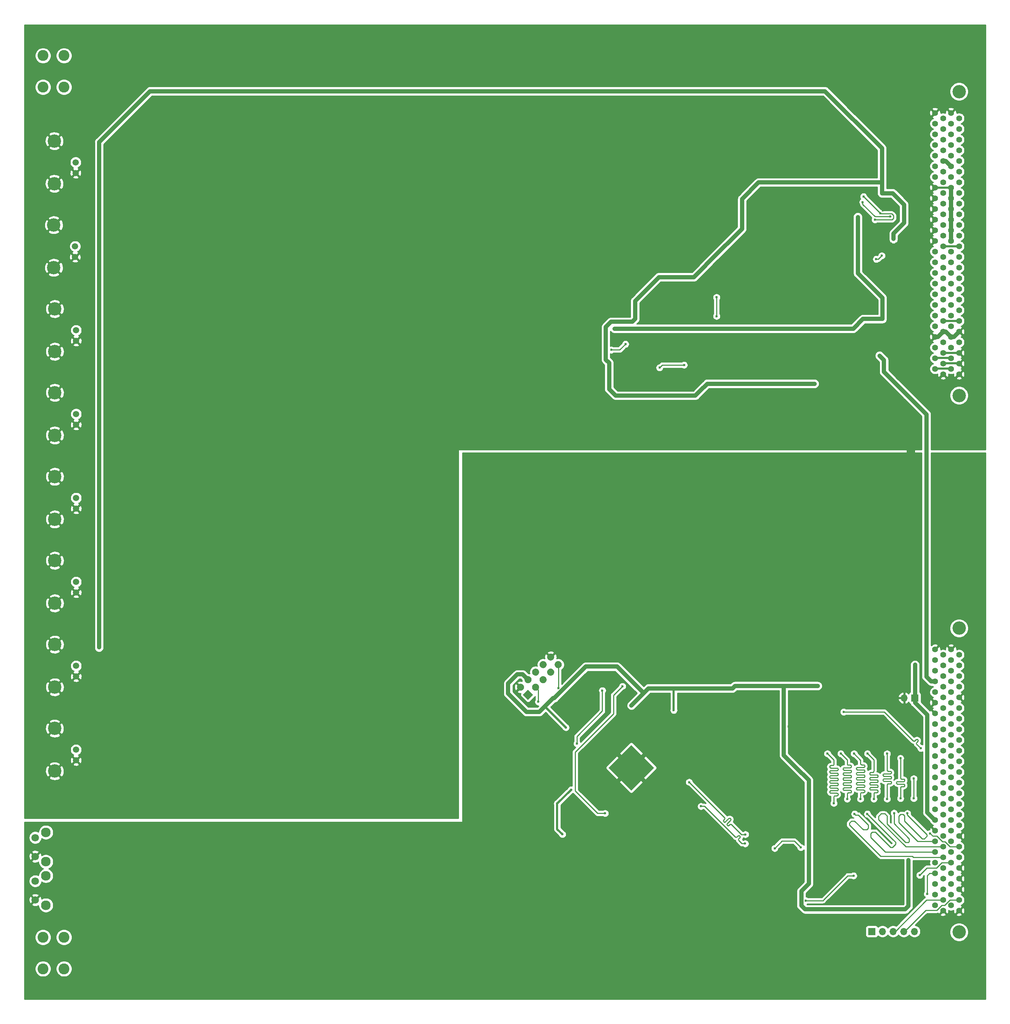
<source format=gbr>
%TF.GenerationSoftware,KiCad,Pcbnew,5.1.10-88a1d61d58~88~ubuntu20.04.1*%
%TF.CreationDate,2021-07-17T23:58:03+02:00*%
%TF.ProjectId,bkm-68x-simple,626b6d2d-3638-4782-9d73-696d706c652e,D*%
%TF.SameCoordinates,Original*%
%TF.FileFunction,Copper,L2,Bot*%
%TF.FilePolarity,Positive*%
%FSLAX46Y46*%
G04 Gerber Fmt 4.6, Leading zero omitted, Abs format (unit mm)*
G04 Created by KiCad (PCBNEW 5.1.10-88a1d61d58~88~ubuntu20.04.1) date 2021-07-17 23:58:03*
%MOMM*%
%LPD*%
G01*
G04 APERTURE LIST*
%TA.AperFunction,ComponentPad*%
%ADD10C,3.200000*%
%TD*%
%TA.AperFunction,ComponentPad*%
%ADD11C,1.400000*%
%TD*%
%TA.AperFunction,ComponentPad*%
%ADD12C,2.300000*%
%TD*%
%TA.AperFunction,ComponentPad*%
%ADD13C,1.800000*%
%TD*%
%TA.AperFunction,ComponentPad*%
%ADD14C,1.500000*%
%TD*%
%TA.AperFunction,ComponentPad*%
%ADD15R,1.700000X1.700000*%
%TD*%
%TA.AperFunction,ComponentPad*%
%ADD16O,1.700000X1.700000*%
%TD*%
%TA.AperFunction,ComponentPad*%
%ADD17C,0.500000*%
%TD*%
%TA.AperFunction,SMDPad,CuDef*%
%ADD18C,0.100000*%
%TD*%
%TA.AperFunction,ComponentPad*%
%ADD19C,0.100000*%
%TD*%
%TA.AperFunction,ComponentPad*%
%ADD20C,2.600000*%
%TD*%
%TA.AperFunction,ViaPad*%
%ADD21C,0.600000*%
%TD*%
%TA.AperFunction,Conductor*%
%ADD22C,0.500000*%
%TD*%
%TA.AperFunction,Conductor*%
%ADD23C,1.000000*%
%TD*%
%TA.AperFunction,Conductor*%
%ADD24C,0.250000*%
%TD*%
%TA.AperFunction,Conductor*%
%ADD25C,0.254000*%
%TD*%
%TA.AperFunction,Conductor*%
%ADD26C,0.100000*%
%TD*%
G04 APERTURE END LIST*
D10*
%TO.P,CN985,S*%
%TO.N,N/C*%
X274955000Y-122210000D03*
X274955000Y-49820000D03*
D11*
%TO.P,CN985,B2*%
X274955000Y-56170000D03*
%TO.P,CN985,B4*%
X274955000Y-58710000D03*
%TO.P,CN985,B6*%
X274955000Y-61250000D03*
%TO.P,CN985,B8*%
X274955000Y-63790000D03*
%TO.P,CN985,B10*%
X274955000Y-66330000D03*
%TO.P,CN985,B12*%
X274955000Y-68870000D03*
%TO.P,CN985,B14*%
X274955000Y-71410000D03*
%TO.P,CN985,B16*%
%TO.N,PR_R*%
X274955000Y-73950000D03*
%TO.P,CN985,B18*%
%TO.N,Y_G*%
X274955000Y-76490000D03*
%TO.P,CN985,B20*%
%TO.N,PB_B*%
X274955000Y-79030000D03*
%TO.P,CN985,B22*%
%TO.N,HSYNC*%
X274955000Y-81570000D03*
%TO.P,CN985,B24*%
%TO.N,VSYNC*%
X274955000Y-84110000D03*
%TO.P,CN985,B26*%
%TO.N,VIDEO*%
X274955000Y-86650000D03*
%TO.P,CN985,B28*%
%TO.N,N/C*%
X274955000Y-89190000D03*
%TO.P,CN985,B30*%
X274955000Y-91730000D03*
%TO.P,CN985,B32*%
X274955000Y-94270000D03*
%TO.P,CN985,B34*%
X274955000Y-96810000D03*
%TO.P,CN985,B36*%
X274955000Y-99350000D03*
%TO.P,CN985,B38*%
X274955000Y-101890000D03*
%TO.P,CN985,B40*%
%TO.N,VIDEO_COMP*%
X274955000Y-104430000D03*
%TO.P,CN985,B42*%
%TO.N,GND*%
X274955000Y-106970000D03*
%TO.P,CN985,B44*%
%TO.N,N/C*%
X274955000Y-109510000D03*
%TO.P,CN985,B46*%
%TO.N,GND*%
X274955000Y-112050000D03*
%TO.P,CN985,B48*%
X274955000Y-114590000D03*
%TO.P,CN985,B50*%
X274955000Y-117130000D03*
%TO.P,CN985,A1*%
X269240000Y-54900000D03*
%TO.P,CN985,A3*%
%TO.N,N/C*%
X269240000Y-57440000D03*
%TO.P,CN985,A5*%
X269240000Y-59980000D03*
%TO.P,CN985,A7*%
X269240000Y-62520000D03*
%TO.P,CN985,A9*%
X269240000Y-65060000D03*
%TO.P,CN985,A11*%
X269240000Y-67600000D03*
%TO.P,CN985,A13*%
X269240000Y-70140000D03*
%TO.P,CN985,A15*%
%TO.N,GND*%
X269240000Y-72680000D03*
%TO.P,CN985,A17*%
X269240000Y-75220000D03*
%TO.P,CN985,A19*%
X269240000Y-77760000D03*
%TO.P,CN985,A21*%
X269240000Y-80300000D03*
%TO.P,CN985,A23*%
X269240000Y-82840000D03*
%TO.P,CN985,A25*%
X269240000Y-85380000D03*
%TO.P,CN985,A27*%
%TO.N,N/C*%
X269240000Y-87920000D03*
%TO.P,CN985,A29*%
X269240000Y-90460000D03*
%TO.P,CN985,A31*%
X269240000Y-93000000D03*
%TO.P,CN985,A33*%
X269240000Y-95540000D03*
%TO.P,CN985,A35*%
X269240000Y-98080000D03*
%TO.P,CN985,A37*%
X269240000Y-100620000D03*
%TO.P,CN985,A39*%
X269240000Y-103160000D03*
%TO.P,CN985,A41*%
X269240000Y-105700000D03*
%TO.P,CN985,A43*%
%TO.N,GND*%
X269240000Y-108240000D03*
%TO.P,CN985,A45*%
%TO.N,N/C*%
X269240000Y-110780000D03*
%TO.P,CN985,A47*%
%TO.N,100PCT_P*%
X269240000Y-113320000D03*
%TO.P,CN985,A49*%
%TO.N,SETUP_P*%
X269240000Y-115860000D03*
%TO.P,CN985,A2*%
%TO.N,N/C*%
X271145000Y-56170000D03*
%TO.P,CN985,A4*%
X271145000Y-58710000D03*
%TO.P,CN985,A6*%
X271145000Y-61250000D03*
%TO.P,CN985,A8*%
X271145000Y-63790000D03*
%TO.P,CN985,A10*%
%TO.N,GND*%
X271145000Y-66330000D03*
%TO.P,CN985,A12*%
%TO.N,N/C*%
X271145000Y-68870000D03*
%TO.P,CN985,A14*%
X271145000Y-71410000D03*
%TO.P,CN985,A16*%
%TO.N,PR_R*%
X271145000Y-73950000D03*
%TO.P,CN985,A18*%
%TO.N,Y_G*%
X271145000Y-76490000D03*
%TO.P,CN985,A20*%
%TO.N,PB_B*%
X271145000Y-79030000D03*
%TO.P,CN985,A22*%
%TO.N,HSYNC*%
X271145000Y-81570000D03*
%TO.P,CN985,A24*%
%TO.N,VSYNC*%
X271145000Y-84110000D03*
%TO.P,CN985,A26*%
%TO.N,VIDEO*%
X271145000Y-86650000D03*
%TO.P,CN985,A28*%
%TO.N,N/C*%
X271145000Y-89190000D03*
%TO.P,CN985,A30*%
X271145000Y-91730000D03*
%TO.P,CN985,A32*%
X271145000Y-94270000D03*
%TO.P,CN985,A34*%
X271145000Y-96810000D03*
%TO.P,CN985,A36*%
X271145000Y-99350000D03*
%TO.P,CN985,A38*%
X271145000Y-101890000D03*
%TO.P,CN985,A40*%
%TO.N,VIDEO_COMP*%
X271145000Y-104430000D03*
%TO.P,CN985,A42*%
%TO.N,GND*%
X271145000Y-106970000D03*
%TO.P,CN985,A44*%
%TO.N,N/C*%
X271145000Y-109510000D03*
%TO.P,CN985,A46*%
%TO.N,GND*%
X271145000Y-112050000D03*
%TO.P,CN985,A48*%
X271145000Y-114590000D03*
%TO.P,CN985,A50*%
X271145000Y-117130000D03*
%TO.P,CN985,B1*%
X273050000Y-54900000D03*
%TO.P,CN985,B3*%
%TO.N,N/C*%
X273050000Y-57440000D03*
%TO.P,CN985,B5*%
X273050000Y-59980000D03*
%TO.P,CN985,B7*%
X273050000Y-62520000D03*
%TO.P,CN985,B9*%
X273050000Y-65060000D03*
%TO.P,CN985,B11*%
%TO.N,GND*%
X273050000Y-67600000D03*
%TO.P,CN985,B13*%
%TO.N,N/C*%
X273050000Y-70140000D03*
%TO.P,CN985,B15*%
%TO.N,GND*%
X273050000Y-72680000D03*
%TO.P,CN985,B17*%
X273050000Y-75220000D03*
%TO.P,CN985,B19*%
X273050000Y-77760000D03*
%TO.P,CN985,B21*%
X273050000Y-80300000D03*
%TO.P,CN985,B23*%
X273050000Y-82840000D03*
%TO.P,CN985,B25*%
X273050000Y-85380000D03*
%TO.P,CN985,B27*%
%TO.N,N/C*%
X273050000Y-87920000D03*
%TO.P,CN985,B29*%
X273050000Y-90460000D03*
%TO.P,CN985,B31*%
X273050000Y-93000000D03*
%TO.P,CN985,B33*%
X273050000Y-95540000D03*
%TO.P,CN985,B35*%
X273050000Y-98080000D03*
%TO.P,CN985,B37*%
X273050000Y-100620000D03*
%TO.P,CN985,B39*%
X273050000Y-103160000D03*
%TO.P,CN985,B41*%
X273050000Y-105700000D03*
%TO.P,CN985,B43*%
%TO.N,GND*%
X273050000Y-108240000D03*
%TO.P,CN985,B45*%
%TO.N,N/C*%
X273050000Y-110780000D03*
%TO.P,CN985,B47*%
%TO.N,100PCT_P*%
X273050000Y-113320000D03*
%TO.P,CN985,B49*%
%TO.N,SETUP_P*%
X273050000Y-115860000D03*
%TD*%
D10*
%TO.P,CN986,S*%
%TO.N,N/C*%
X274955000Y-250010000D03*
X274955000Y-177620000D03*
D11*
%TO.P,CN986,B2*%
%TO.N,-15V*%
X274955000Y-183970000D03*
%TO.P,CN986,B4*%
%TO.N,+15V*%
X274955000Y-186510000D03*
%TO.P,CN986,B6*%
%TO.N,-6V*%
X274955000Y-189050000D03*
%TO.P,CN986,B8*%
%TO.N,+6V*%
X274955000Y-191590000D03*
%TO.P,CN986,B10*%
%TO.N,GND*%
X274955000Y-194130000D03*
%TO.P,CN986,B12*%
%TO.N,N/C*%
X274955000Y-196670000D03*
%TO.P,CN986,B14*%
X274955000Y-199210000D03*
%TO.P,CN986,B16*%
X274955000Y-201750000D03*
%TO.P,CN986,B18*%
X274955000Y-204290000D03*
%TO.P,CN986,B20*%
X274955000Y-206830000D03*
%TO.P,CN986,B22*%
X274955000Y-209370000D03*
%TO.P,CN986,B24*%
X274955000Y-211910000D03*
%TO.P,CN986,B26*%
X274955000Y-214450000D03*
%TO.P,CN986,B28*%
X274955000Y-216990000D03*
%TO.P,CN986,B30*%
X274955000Y-219530000D03*
%TO.P,CN986,B32*%
X274955000Y-222070000D03*
%TO.P,CN986,B34*%
%TO.N,STBY_5V*%
X274955000Y-224610000D03*
%TO.P,CN986,B36*%
%TO.N,GND*%
X274955000Y-227150000D03*
%TO.P,CN986,B38*%
%TO.N,AD3*%
X274955000Y-229690000D03*
%TO.P,CN986,B40*%
%TO.N,AD7*%
X274955000Y-232230000D03*
%TO.P,CN986,B42*%
%TO.N,GND*%
X274955000Y-234770000D03*
%TO.P,CN986,B44*%
X274955000Y-237310000D03*
%TO.P,CN986,B46*%
X274955000Y-239850000D03*
%TO.P,CN986,B48*%
%TO.N,JTAG_TMS*%
X274955000Y-242390000D03*
%TO.P,CN986,B50*%
%TO.N,GND*%
X274955000Y-244930000D03*
%TO.P,CN986,A1*%
X269240000Y-182700000D03*
%TO.P,CN986,A3*%
%TO.N,-15V*%
X269240000Y-185240000D03*
%TO.P,CN986,A5*%
%TO.N,+15V*%
X269240000Y-187780000D03*
%TO.P,CN986,A7*%
%TO.N,-6V*%
X269240000Y-190320000D03*
%TO.P,CN986,A9*%
%TO.N,+6V*%
X269240000Y-192860000D03*
%TO.P,CN986,A11*%
%TO.N,GND*%
X269240000Y-195400000D03*
%TO.P,CN986,A13*%
X269240000Y-197940000D03*
%TO.P,CN986,A15*%
X269240000Y-200480000D03*
%TO.P,CN986,A17*%
%TO.N,N/C*%
X269240000Y-203020000D03*
%TO.P,CN986,A19*%
X269240000Y-205560000D03*
%TO.P,CN986,A21*%
X269240000Y-208100000D03*
%TO.P,CN986,A23*%
X269240000Y-210640000D03*
%TO.P,CN986,A25*%
X269240000Y-213180000D03*
%TO.P,CN986,A27*%
X269240000Y-215720000D03*
%TO.P,CN986,A29*%
X269240000Y-218260000D03*
%TO.P,CN986,A31*%
X269240000Y-220800000D03*
%TO.P,CN986,A33*%
%TO.N,STBY_5V*%
X269240000Y-223340000D03*
%TO.P,CN986,A35*%
%TO.N,GND*%
X269240000Y-225880000D03*
%TO.P,CN986,A37*%
%TO.N,AD0*%
X269240000Y-228420000D03*
%TO.P,CN986,A39*%
%TO.N,AD4*%
X269240000Y-230960000D03*
%TO.P,CN986,A41*%
%TO.N,R_~W*%
X269240000Y-233500000D03*
%TO.P,CN986,A43*%
%TO.N,CLK_RW*%
X269240000Y-236040000D03*
%TO.P,CN986,A45*%
%TO.N,~SLOT~_~IRQ~*%
X269240000Y-238580000D03*
%TO.P,CN986,A47*%
%TO.N,JTAG_3.3V*%
X269240000Y-241120000D03*
%TO.P,CN986,A49*%
%TO.N,JTAG_TCK*%
X269240000Y-243660000D03*
%TO.P,CN986,A2*%
%TO.N,-15V*%
X271145000Y-183970000D03*
%TO.P,CN986,A4*%
%TO.N,+15V*%
X271145000Y-186510000D03*
%TO.P,CN986,A6*%
%TO.N,-6V*%
X271145000Y-189050000D03*
%TO.P,CN986,A8*%
%TO.N,+6V*%
X271145000Y-191590000D03*
%TO.P,CN986,A10*%
%TO.N,GND*%
X271145000Y-194130000D03*
%TO.P,CN986,A12*%
%TO.N,N/C*%
X271145000Y-196670000D03*
%TO.P,CN986,A14*%
%TO.N,GND*%
X271145000Y-199210000D03*
%TO.P,CN986,A16*%
X271145000Y-201750000D03*
%TO.P,CN986,A18*%
%TO.N,N/C*%
X271145000Y-204290000D03*
%TO.P,CN986,A20*%
X271145000Y-206830000D03*
%TO.P,CN986,A22*%
X271145000Y-209370000D03*
%TO.P,CN986,A24*%
X271145000Y-211910000D03*
%TO.P,CN986,A26*%
X271145000Y-214450000D03*
%TO.P,CN986,A28*%
X271145000Y-216990000D03*
%TO.P,CN986,A30*%
X271145000Y-219530000D03*
%TO.P,CN986,A32*%
X271145000Y-222070000D03*
%TO.P,CN986,A34*%
%TO.N,STBY_5V*%
X271145000Y-224610000D03*
%TO.P,CN986,A36*%
%TO.N,GND*%
X271145000Y-227150000D03*
%TO.P,CN986,A38*%
%TO.N,AD1*%
X271145000Y-229690000D03*
%TO.P,CN986,A40*%
%TO.N,AD5*%
X271145000Y-232230000D03*
%TO.P,CN986,A42*%
%TO.N,~A~_D*%
X271145000Y-234770000D03*
%TO.P,CN986,A44*%
%TO.N,N/C*%
X271145000Y-237310000D03*
%TO.P,CN986,A46*%
X271145000Y-239850000D03*
%TO.P,CN986,A48*%
%TO.N,JTAG_TDO*%
X271145000Y-242390000D03*
%TO.P,CN986,A50*%
%TO.N,GND*%
X271145000Y-244930000D03*
%TO.P,CN986,B1*%
X273050000Y-182700000D03*
%TO.P,CN986,B3*%
%TO.N,-15V*%
X273050000Y-185240000D03*
%TO.P,CN986,B5*%
%TO.N,+15V*%
X273050000Y-187780000D03*
%TO.P,CN986,B7*%
%TO.N,-6V*%
X273050000Y-190320000D03*
%TO.P,CN986,B9*%
%TO.N,+6V*%
X273050000Y-192860000D03*
%TO.P,CN986,B11*%
%TO.N,GND*%
X273050000Y-195400000D03*
%TO.P,CN986,B13*%
%TO.N,N/C*%
X273050000Y-197940000D03*
%TO.P,CN986,B15*%
%TO.N,GND*%
X273050000Y-200480000D03*
%TO.P,CN986,B17*%
%TO.N,N/C*%
X273050000Y-203020000D03*
%TO.P,CN986,B19*%
X273050000Y-205560000D03*
%TO.P,CN986,B21*%
X273050000Y-208100000D03*
%TO.P,CN986,B23*%
X273050000Y-210640000D03*
%TO.P,CN986,B25*%
X273050000Y-213180000D03*
%TO.P,CN986,B27*%
X273050000Y-215720000D03*
%TO.P,CN986,B29*%
X273050000Y-218260000D03*
%TO.P,CN986,B31*%
X273050000Y-220800000D03*
%TO.P,CN986,B33*%
%TO.N,STBY_5V*%
X273050000Y-223340000D03*
%TO.P,CN986,B35*%
%TO.N,GND*%
X273050000Y-225880000D03*
%TO.P,CN986,B37*%
%TO.N,AD2*%
X273050000Y-228420000D03*
%TO.P,CN986,B39*%
%TO.N,AD6*%
X273050000Y-230960000D03*
%TO.P,CN986,B41*%
%TO.N,~RESET*%
X273050000Y-233500000D03*
%TO.P,CN986,B43*%
%TO.N,GND*%
X273050000Y-236040000D03*
%TO.P,CN986,B45*%
X273050000Y-238580000D03*
%TO.P,CN986,B47*%
%TO.N,JTAG_TDI*%
X273050000Y-241120000D03*
%TO.P,CN986,B49*%
%TO.N,GND*%
X273050000Y-243660000D03*
%TD*%
D12*
%TO.P,SW1,S*%
%TO.N,N/C*%
X57341400Y-243621100D03*
X57341400Y-236621100D03*
D13*
%TO.P,SW1,2*%
%TO.N,GND*%
X54791400Y-242371100D03*
%TO.P,SW1,1*%
%TO.N,FORCE_VIDEO2*%
X54791400Y-237871100D03*
%TD*%
D12*
%TO.P,SW2,S*%
%TO.N,N/C*%
X57341400Y-233270600D03*
X57341400Y-226270600D03*
D13*
%TO.P,SW2,2*%
%TO.N,GND*%
X54791400Y-232020600D03*
%TO.P,SW2,1*%
%TO.N,FORCE_VIDEO*%
X54791400Y-227520600D03*
%TD*%
D14*
%TO.P,J1,2*%
%TO.N,GND*%
X64418000Y-69215000D03*
D10*
X59338000Y-61595000D03*
X59338000Y-71755000D03*
D14*
%TO.P,J1,1*%
%TO.N,PR_R_IN*%
X64418000Y-66675000D03*
%TD*%
%TO.P,J2,2*%
%TO.N,GND*%
X64519600Y-109196800D03*
D10*
X59439600Y-101576800D03*
X59439600Y-111736800D03*
D14*
%TO.P,J2,1*%
%TO.N,Y_G_IN*%
X64519600Y-106656800D03*
%TD*%
%TO.P,J3,2*%
%TO.N,GND*%
X64519600Y-149151000D03*
D10*
X59439600Y-141531000D03*
X59439600Y-151691000D03*
D14*
%TO.P,J3,1*%
%TO.N,PB_B_IN*%
X64519600Y-146611000D03*
%TD*%
%TO.P,J4,2*%
%TO.N,GND*%
X64519600Y-189130600D03*
D10*
X59439600Y-181510600D03*
X59439600Y-191670600D03*
D14*
%TO.P,J4,1*%
%TO.N,EXT_SYNC_IN*%
X64519600Y-186590600D03*
%TD*%
D15*
%TO.P,J12,1*%
%TO.N,JTAG_3.3V*%
X254156000Y-249872500D03*
D16*
%TO.P,J12,2*%
%TO.N,JTAG_TDI*%
X256696000Y-249872500D03*
%TO.P,J12,3*%
%TO.N,JTAG_TDO*%
X259236000Y-249872500D03*
%TO.P,J12,4*%
%TO.N,JTAG_TMS*%
X261776000Y-249872500D03*
%TO.P,J12,5*%
%TO.N,JTAG_TCK*%
X264316000Y-249872500D03*
%TD*%
D17*
%TO.P,U15,145*%
%TO.N,GND*%
X196850000Y-205792331D03*
X197698528Y-206640859D03*
X198547056Y-207489387D03*
X199395584Y-208337916D03*
X200244113Y-209186444D03*
X201092641Y-210034972D03*
X201941169Y-210883500D03*
X196001472Y-206640859D03*
X196850000Y-207489387D03*
X197698528Y-208337916D03*
X198547056Y-209186444D03*
X199395584Y-210034972D03*
X200244113Y-210883500D03*
X201092641Y-211732028D03*
X195152944Y-207489387D03*
X196001472Y-208337916D03*
X196850000Y-209186444D03*
X197698528Y-210034972D03*
X198547056Y-210883500D03*
X199395584Y-211732028D03*
X200244113Y-212580556D03*
X194304416Y-208337916D03*
X195152944Y-209186444D03*
X196001472Y-210034972D03*
X196850000Y-210883500D03*
X197698528Y-211732028D03*
X198547056Y-212580556D03*
X199395584Y-213429084D03*
X193455887Y-209186444D03*
X194304416Y-210034972D03*
X195152944Y-210883500D03*
X196001472Y-211732028D03*
X196850000Y-212580556D03*
X197698528Y-213429084D03*
X198547056Y-214277613D03*
X192607359Y-210034972D03*
X193455887Y-210883500D03*
X194304416Y-211732028D03*
X195152944Y-212580556D03*
X196001472Y-213429084D03*
X196850000Y-214277613D03*
X197698528Y-215126141D03*
X191758831Y-210883500D03*
X192607359Y-211732028D03*
X193455887Y-212580556D03*
X194304416Y-213429084D03*
X195152944Y-214277613D03*
X196001472Y-215126141D03*
X196850000Y-215974669D03*
%TA.AperFunction,SMDPad,CuDef*%
D18*
G36*
X191405278Y-210883500D02*
G01*
X196850000Y-205438778D01*
X202294722Y-210883500D01*
X196850000Y-216328222D01*
X191405278Y-210883500D01*
G37*
%TD.AperFunction*%
%TD*%
%TA.AperFunction,ComponentPad*%
D19*
%TO.P,J14,1*%
%TO.N,/FPGA/TCK*%
G36*
X173439482Y-193497200D02*
G01*
X172237400Y-194699282D01*
X171035318Y-193497200D01*
X172237400Y-192295118D01*
X173439482Y-193497200D01*
G37*
%TD.AperFunction*%
%TO.P,J14,2*%
%TO.N,GND*%
%TA.AperFunction,ComponentPad*%
G36*
G01*
X171042390Y-192302190D02*
X171042390Y-192302190D01*
G75*
G02*
X169840308Y-192302190I-601041J601041D01*
G01*
X169840308Y-192302190D01*
G75*
G02*
X169840308Y-191100108I601041J601041D01*
G01*
X169840308Y-191100108D01*
G75*
G02*
X171042390Y-191100108I601041J-601041D01*
G01*
X171042390Y-191100108D01*
G75*
G02*
X171042390Y-192302190I-601041J-601041D01*
G01*
G37*
%TD.AperFunction*%
%TO.P,J14,3*%
%TO.N,/FPGA/TDO*%
%TA.AperFunction,ComponentPad*%
G36*
G01*
X174634492Y-192302190D02*
X174634492Y-192302190D01*
G75*
G02*
X173432410Y-192302190I-601041J601041D01*
G01*
X173432410Y-192302190D01*
G75*
G02*
X173432410Y-191100108I601041J601041D01*
G01*
X173432410Y-191100108D01*
G75*
G02*
X174634492Y-191100108I601041J-601041D01*
G01*
X174634492Y-191100108D01*
G75*
G02*
X174634492Y-192302190I-601041J-601041D01*
G01*
G37*
%TD.AperFunction*%
%TO.P,J14,4*%
%TO.N,+3V3*%
%TA.AperFunction,ComponentPad*%
G36*
G01*
X172838441Y-190506139D02*
X172838441Y-190506139D01*
G75*
G02*
X171636359Y-190506139I-601041J601041D01*
G01*
X171636359Y-190506139D01*
G75*
G02*
X171636359Y-189304057I601041J601041D01*
G01*
X171636359Y-189304057D01*
G75*
G02*
X172838441Y-189304057I601041J-601041D01*
G01*
X172838441Y-189304057D01*
G75*
G02*
X172838441Y-190506139I-601041J-601041D01*
G01*
G37*
%TD.AperFunction*%
%TO.P,J14,5*%
%TO.N,/FPGA/TMS*%
%TA.AperFunction,ComponentPad*%
G36*
G01*
X176430543Y-190506139D02*
X176430543Y-190506139D01*
G75*
G02*
X175228461Y-190506139I-601041J601041D01*
G01*
X175228461Y-190506139D01*
G75*
G02*
X175228461Y-189304057I601041J601041D01*
G01*
X175228461Y-189304057D01*
G75*
G02*
X176430543Y-189304057I601041J-601041D01*
G01*
X176430543Y-189304057D01*
G75*
G02*
X176430543Y-190506139I-601041J-601041D01*
G01*
G37*
%TD.AperFunction*%
%TO.P,J14,6*%
%TO.N,N/C*%
%TA.AperFunction,ComponentPad*%
G36*
G01*
X174634492Y-188710087D02*
X174634492Y-188710087D01*
G75*
G02*
X173432410Y-188710087I-601041J601041D01*
G01*
X173432410Y-188710087D01*
G75*
G02*
X173432410Y-187508005I601041J601041D01*
G01*
X173432410Y-187508005D01*
G75*
G02*
X174634492Y-187508005I601041J-601041D01*
G01*
X174634492Y-187508005D01*
G75*
G02*
X174634492Y-188710087I-601041J-601041D01*
G01*
G37*
%TD.AperFunction*%
%TO.P,J14,7*%
%TA.AperFunction,ComponentPad*%
G36*
G01*
X178226595Y-188710087D02*
X178226595Y-188710087D01*
G75*
G02*
X177024513Y-188710087I-601041J601041D01*
G01*
X177024513Y-188710087D01*
G75*
G02*
X177024513Y-187508005I601041J601041D01*
G01*
X177024513Y-187508005D01*
G75*
G02*
X178226595Y-187508005I601041J-601041D01*
G01*
X178226595Y-187508005D01*
G75*
G02*
X178226595Y-188710087I-601041J-601041D01*
G01*
G37*
%TD.AperFunction*%
%TO.P,J14,8*%
%TA.AperFunction,ComponentPad*%
G36*
G01*
X176430543Y-186914036D02*
X176430543Y-186914036D01*
G75*
G02*
X175228461Y-186914036I-601041J601041D01*
G01*
X175228461Y-186914036D01*
G75*
G02*
X175228461Y-185711954I601041J601041D01*
G01*
X175228461Y-185711954D01*
G75*
G02*
X176430543Y-185711954I601041J-601041D01*
G01*
X176430543Y-185711954D01*
G75*
G02*
X176430543Y-186914036I-601041J-601041D01*
G01*
G37*
%TD.AperFunction*%
%TO.P,J14,9*%
%TO.N,/FPGA/TDI*%
%TA.AperFunction,ComponentPad*%
G36*
G01*
X180022646Y-186914036D02*
X180022646Y-186914036D01*
G75*
G02*
X178820564Y-186914036I-601041J601041D01*
G01*
X178820564Y-186914036D01*
G75*
G02*
X178820564Y-185711954I601041J601041D01*
G01*
X178820564Y-185711954D01*
G75*
G02*
X180022646Y-185711954I601041J-601041D01*
G01*
X180022646Y-185711954D01*
G75*
G02*
X180022646Y-186914036I-601041J-601041D01*
G01*
G37*
%TD.AperFunction*%
%TO.P,J14,10*%
%TO.N,GND*%
%TA.AperFunction,ComponentPad*%
G36*
G01*
X178226595Y-185117985D02*
X178226595Y-185117985D01*
G75*
G02*
X177024513Y-185117985I-601041J601041D01*
G01*
X177024513Y-185117985D01*
G75*
G02*
X177024513Y-183915903I601041J601041D01*
G01*
X177024513Y-183915903D01*
G75*
G02*
X178226595Y-183915903I601041J-601041D01*
G01*
X178226595Y-183915903D01*
G75*
G02*
X178226595Y-185117985I-601041J-601041D01*
G01*
G37*
%TD.AperFunction*%
%TD*%
D14*
%TO.P,J13,1*%
%TO.N,Net-(J13-Pad1)*%
X64291000Y-86667000D03*
D10*
%TO.P,J13,2*%
%TO.N,GND*%
X59211000Y-91747000D03*
X59211000Y-81587000D03*
D14*
X64291000Y-89207000D03*
%TD*%
%TO.P,J15,2*%
%TO.N,GND*%
X64519600Y-129161200D03*
D10*
X59439600Y-121541200D03*
X59439600Y-131701200D03*
D14*
%TO.P,J15,1*%
%TO.N,Net-(J15-Pad1)*%
X64519600Y-126621200D03*
%TD*%
%TO.P,J16,1*%
%TO.N,Net-(J16-Pad1)*%
X64520000Y-166600800D03*
D10*
%TO.P,J16,2*%
%TO.N,GND*%
X59440000Y-171680800D03*
X59440000Y-161520800D03*
D14*
X64520000Y-169140800D03*
%TD*%
%TO.P,J17,2*%
%TO.N,GND*%
X64506900Y-209120400D03*
D10*
X59426900Y-201500400D03*
X59426900Y-211660400D03*
D14*
%TO.P,J17,1*%
%TO.N,Net-(J17-Pad1)*%
X64506900Y-206580400D03*
%TD*%
D20*
%TO.P,H1,S*%
%TO.N,N/C*%
X56640000Y-251266000D03*
X61640000Y-251266000D03*
X61640000Y-258766000D03*
X56640000Y-258766000D03*
%TD*%
%TO.P,H2,S*%
%TO.N,N/C*%
X56640000Y-48750000D03*
X61640000Y-48750000D03*
X61640000Y-41250000D03*
X56640000Y-41250000D03*
%TD*%
D15*
%TO.P,J18,1*%
%TO.N,STBY_5V*%
X264414000Y-194246500D03*
D16*
%TO.P,J18,2*%
%TO.N,GND*%
X261874000Y-194246500D03*
%TD*%
D21*
%TO.N,GND*%
X226750000Y-78500000D03*
X204495400Y-113436400D03*
X210032600Y-180898800D03*
X235966000Y-206502000D03*
X234696000Y-206502000D03*
X237871000Y-215011000D03*
X233172000Y-219837000D03*
X235966000Y-226949000D03*
X237236000Y-226949000D03*
X233934000Y-229870000D03*
X243840000Y-225679000D03*
X235458000Y-203073000D03*
X243840000Y-236855000D03*
X247459500Y-73787000D03*
X247459500Y-76962000D03*
X190881000Y-102806500D03*
X257175000Y-81724500D03*
X241211100Y-194957700D03*
X234632500Y-243205000D03*
X214122000Y-209931000D03*
X210058000Y-221043500D03*
X211582000Y-203581000D03*
X214477600Y-214477600D03*
X199898000Y-200406000D03*
X204724000Y-224739200D03*
X185724800Y-213156800D03*
X200964800Y-220218000D03*
X205232000Y-215950800D03*
X208280000Y-212750400D03*
X202946000Y-200202800D03*
X207111600Y-207924400D03*
X207391000Y-199313800D03*
X184708800Y-199440800D03*
X186436000Y-198932800D03*
X188442600Y-195681600D03*
X189128400Y-200101200D03*
X185343800Y-194640200D03*
X183743600Y-202082400D03*
X214757000Y-163779200D03*
X200025000Y-127736600D03*
X200050400Y-163880800D03*
X204470000Y-163830000D03*
X218440000Y-128206500D03*
X215214200Y-124231400D03*
X192201800Y-107581700D03*
X188010800Y-218643200D03*
X193979800Y-197053200D03*
X205714600Y-203073000D03*
X200406000Y-189839600D03*
X234315000Y-201041000D03*
X247831400Y-78513600D03*
X252682800Y-78615200D03*
X257102400Y-75872000D03*
X256759500Y-78132600D03*
X259845600Y-76656860D03*
X231190000Y-92450000D03*
X217043000Y-86106000D03*
X211264500Y-97663000D03*
%TO.N,+5VA*%
X240490800Y-119405400D03*
X70006000Y-61849000D03*
X197739000Y-103949500D03*
X259328920Y-84922360D03*
X191566800Y-116738400D03*
X70006000Y-182216000D03*
X70006000Y-142269000D03*
X70006000Y-102333000D03*
X204731620Y-122237500D03*
X256594400Y-74017800D03*
X256594400Y-69991900D03*
X223250000Y-82500000D03*
X215740000Y-90010000D03*
%TO.N,Y_G*%
X251997000Y-76151400D03*
X258598460Y-79557540D03*
%TO.N,STBY_5V*%
X264455700Y-186359800D03*
%TO.N,-6V*%
X256006600Y-112712500D03*
%TO.N,~VIDEO_OE*%
X194741800Y-191465200D03*
X190576200Y-221742000D03*
X256190540Y-78805700D03*
X254912920Y-80327160D03*
X252187500Y-74812820D03*
%TO.N,+3V3*%
X233172000Y-207899000D03*
X239141000Y-225679000D03*
X239141000Y-236855000D03*
X262890000Y-232918000D03*
X262890000Y-235331000D03*
X262890000Y-237744000D03*
X262890000Y-240157000D03*
X262890000Y-242570000D03*
X237363000Y-240538000D03*
X205714600Y-191973200D03*
X206959200Y-197180200D03*
X178511200Y-194284600D03*
X180187600Y-192608200D03*
X183337200Y-189458600D03*
X184924700Y-187871100D03*
X181254400Y-201295000D03*
X179171600Y-219430600D03*
X182499000Y-216103200D03*
X180416200Y-226745800D03*
X241274600Y-191389000D03*
X196850000Y-196037200D03*
%TO.N,~RESET*%
X265557000Y-236474000D03*
%TO.N,AD6*%
X248285000Y-218313000D03*
X246761000Y-207518000D03*
%TO.N,AD2*%
X257810000Y-218313000D03*
X257810000Y-207530700D03*
%TO.N,AD5*%
X251460000Y-218313000D03*
X249936000Y-207518000D03*
X250053900Y-221894400D03*
%TO.N,AD1*%
X260985000Y-218186000D03*
X259464600Y-221678500D03*
X260985000Y-208610200D03*
%TO.N,CLK_RW*%
X267335000Y-240919000D03*
%TO.N,AD4*%
X254635000Y-218313000D03*
X253111000Y-207518000D03*
X253101900Y-221894400D03*
%TO.N,AD0*%
X264160000Y-218186000D03*
X262639600Y-221754700D03*
X264160000Y-213461600D03*
%TO.N,AD7*%
X243586000Y-207518000D03*
X245110000Y-219329000D03*
%TO.N,AD3*%
X268037100Y-226529900D03*
X247459500Y-197586600D03*
X265811000Y-206232000D03*
%TO.N,Net-(R41-Pad1)*%
X249809000Y-236601000D03*
X238379000Y-242506500D03*
%TO.N,/FPGA/FPGA_~A~_D*%
X224028000Y-226758500D03*
X210629500Y-214312500D03*
%TO.N,/FPGA/~FPGA_RESET*%
X213461600Y-220065600D03*
X223977200Y-228955600D03*
%TO.N,VSYNC_OUT*%
X255206500Y-89725500D03*
X256540000Y-88900000D03*
%TO.N,Net-(R63-Pad2)*%
X237236000Y-229870000D03*
X231013000Y-230060500D03*
%TO.N,INT_~EXT~_SYNC*%
X189941200Y-192481200D03*
X183870600Y-205130400D03*
X195447920Y-109966760D03*
X192074800Y-111353600D03*
%TO.N,-5VA*%
X256705100Y-103962200D03*
X192862200Y-106299000D03*
X250824700Y-79691400D03*
%TO.N,/FPGA/TDO*%
X174701200Y-195173600D03*
%TO.N,/FPGA/TDI*%
X179451000Y-191897000D03*
%TO.N,/Video/CSYNC*%
X209423000Y-114935000D03*
X203578460Y-115570000D03*
X217170000Y-103314500D03*
X217170000Y-98806000D03*
%TD*%
D22*
%TO.N,GND*%
X269240000Y-72700000D02*
X273050000Y-72700000D01*
X274782500Y-112077500D02*
X274955000Y-112250000D01*
X271317500Y-112077500D02*
X274782500Y-112077500D01*
X271145000Y-112250000D02*
X271317500Y-112077500D01*
X274719000Y-114554000D02*
X274955000Y-114790000D01*
X271381000Y-114554000D02*
X274719000Y-114554000D01*
X271145000Y-114790000D02*
X271381000Y-114554000D01*
D23*
X273050000Y-85380000D02*
X273050000Y-82840000D01*
X273050000Y-82840000D02*
X273050000Y-80300000D01*
X273050000Y-80300000D02*
X273050000Y-77760000D01*
X273050000Y-77760000D02*
X273050000Y-75220000D01*
X273050000Y-75220000D02*
X273050000Y-72680000D01*
X271780000Y-66330000D02*
X273050000Y-67600000D01*
X271145000Y-66330000D02*
X271780000Y-66330000D01*
X271780000Y-106970000D02*
X273050000Y-108240000D01*
X271145000Y-106970000D02*
X271780000Y-106970000D01*
X269875000Y-108240000D02*
X271145000Y-106970000D01*
X269240000Y-108240000D02*
X269875000Y-108240000D01*
X273685000Y-108240000D02*
X274955000Y-106970000D01*
X273050000Y-108240000D02*
X273685000Y-108240000D01*
X196850000Y-210883500D02*
X196938900Y-210883500D01*
X196938900Y-210883500D02*
X200507600Y-207314800D01*
X196850000Y-210883500D02*
X196850000Y-210921600D01*
X196850000Y-210921600D02*
X200355200Y-214426800D01*
X196850000Y-210883500D02*
X196837300Y-210883500D01*
X196837300Y-210883500D02*
X193294000Y-214426800D01*
X196850000Y-210883500D02*
X196850000Y-210870800D01*
X196850000Y-210870800D02*
X193243200Y-207264000D01*
%TO.N,+5VA*%
X240490800Y-119405400D02*
X214922100Y-119405400D01*
X214922100Y-119405400D02*
X213169500Y-121158000D01*
X213169500Y-121158000D02*
X212090000Y-122237500D01*
X259328920Y-83634580D02*
X261858760Y-81104740D01*
X259328920Y-84922360D02*
X259328920Y-83634580D01*
X204731620Y-122237500D02*
X197751700Y-122237500D01*
X212090000Y-122237500D02*
X204731620Y-122237500D01*
X191566800Y-120421400D02*
X191566800Y-120675400D01*
X191566800Y-120675400D02*
X193128900Y-122237500D01*
X197751700Y-122237500D02*
X193128900Y-122237500D01*
X191566800Y-116738400D02*
X191566800Y-120421400D01*
X191566800Y-114477800D02*
X191566800Y-116738400D01*
X190754000Y-113665000D02*
X191566800Y-114477800D01*
X190754000Y-105918000D02*
X190754000Y-113665000D01*
X192049400Y-104622600D02*
X190754000Y-105918000D01*
X197065900Y-104622600D02*
X192049400Y-104622600D01*
X197739000Y-103949500D02*
X197065900Y-104622600D01*
X70006000Y-142269000D02*
X70006000Y-182216000D01*
X70006000Y-102333000D02*
X70006000Y-142269000D01*
X70006000Y-61849000D02*
X70006000Y-102333000D01*
X261858760Y-77440240D02*
X261858760Y-76742160D01*
X261858760Y-81104740D02*
X261858760Y-77440240D01*
X259134400Y-74017800D02*
X256594400Y-74017800D01*
X261858760Y-76742160D02*
X259134400Y-74017800D01*
X256594400Y-74017800D02*
X256594400Y-71573600D01*
X256594400Y-71199800D02*
X256543600Y-71250600D01*
X243001800Y-49733200D02*
X256594400Y-63325800D01*
X82143600Y-49733200D02*
X243001800Y-49733200D01*
X70027800Y-61849000D02*
X82143600Y-49733200D01*
X70006000Y-61849000D02*
X70027800Y-61849000D01*
X256594400Y-63325800D02*
X256594400Y-66969300D01*
X256594400Y-69991900D02*
X256594400Y-71199800D01*
X256594400Y-66969300D02*
X256594400Y-69991900D01*
X256558500Y-71437500D02*
X256594400Y-71401600D01*
X227187500Y-71437500D02*
X256558500Y-71437500D01*
X223250000Y-75375000D02*
X227187500Y-71437500D01*
X223250000Y-82500000D02*
X223250000Y-75375000D01*
X203434000Y-94000000D02*
X211750000Y-94000000D01*
X197739000Y-99695000D02*
X203434000Y-94000000D01*
X197739000Y-103949500D02*
X197739000Y-99695000D01*
X211750000Y-94000000D02*
X213517500Y-92232500D01*
X215740000Y-90010000D02*
X223250000Y-82500000D01*
X213517500Y-92232500D02*
X215740000Y-90010000D01*
D22*
%TO.N,SETUP_P*%
X272814000Y-115824000D02*
X273050000Y-116060000D01*
X269476000Y-115824000D02*
X272814000Y-115824000D01*
X269240000Y-116060000D02*
X269476000Y-115824000D01*
%TO.N,100PCT_P*%
X272814000Y-113284000D02*
X273050000Y-113520000D01*
X269476000Y-113284000D02*
X272814000Y-113284000D01*
X269240000Y-113520000D02*
X269476000Y-113284000D01*
%TO.N,VIDEO_COMP*%
X274782500Y-104457500D02*
X274955000Y-104630000D01*
X271317500Y-104457500D02*
X274782500Y-104457500D01*
X271145000Y-104630000D02*
X271317500Y-104457500D01*
%TO.N,VIDEO*%
X274782500Y-86677500D02*
X274955000Y-86850000D01*
X271317500Y-86677500D02*
X274782500Y-86677500D01*
X271145000Y-86850000D02*
X271317500Y-86677500D01*
D24*
%TO.N,PB_B*%
X274782500Y-79057500D02*
X274955000Y-79230000D01*
X271145000Y-79230000D02*
X271317500Y-79057500D01*
%TO.N,Y_G*%
X251997000Y-76659400D02*
X251997000Y-76151400D01*
X254890060Y-79552460D02*
X251997000Y-76659400D01*
X258593380Y-79552460D02*
X254890060Y-79552460D01*
X258598460Y-79557540D02*
X258593380Y-79552460D01*
D23*
%TO.N,STBY_5V*%
X269240000Y-223340000D02*
X269177900Y-223340000D01*
X269177900Y-223340000D02*
X267364000Y-221526100D01*
X267364000Y-221526100D02*
X267364000Y-198297800D01*
X264455700Y-195389500D02*
X267364000Y-198297800D01*
X264455700Y-186359800D02*
X264455700Y-195389500D01*
%TO.N,-6V*%
X267160800Y-126686100D02*
X262550700Y-122076000D01*
X267160800Y-189166500D02*
X267160800Y-126686100D01*
X268314300Y-190320000D02*
X267160800Y-189166500D01*
X269240000Y-190320000D02*
X268314300Y-190320000D01*
X262550700Y-122076000D02*
X262538000Y-122076000D01*
X262538000Y-122076000D02*
X257060700Y-116598700D01*
X257060700Y-113766600D02*
X256006600Y-112712500D01*
X257060700Y-116598700D02*
X257060700Y-113766600D01*
D24*
%TO.N,~VIDEO_OE*%
X188798200Y-221742000D02*
X190576200Y-221742000D01*
X183464200Y-216408000D02*
X188798200Y-221742000D01*
X183464200Y-207124300D02*
X183464200Y-216408000D01*
X192582800Y-198005700D02*
X183464200Y-207124300D01*
X192582800Y-193598800D02*
X192582800Y-198005700D01*
X194716400Y-191465200D02*
X192582800Y-193598800D01*
X194741800Y-191465200D02*
X194716400Y-191465200D01*
X256190540Y-78805700D02*
X256276900Y-78892060D01*
X256276900Y-78892060D02*
X258893100Y-78892060D01*
X258893100Y-78892060D02*
X259332520Y-79331480D01*
X259332520Y-79331480D02*
X259332520Y-80017280D01*
X259332520Y-80017280D02*
X259022640Y-80327160D01*
X259022640Y-80327160D02*
X254912920Y-80327160D01*
X256180380Y-78805700D02*
X252187500Y-74812820D01*
X256190540Y-78805700D02*
X256180380Y-78805700D01*
D23*
%TO.N,+3V3*%
X239141000Y-213868000D02*
X235966000Y-210693000D01*
X235966000Y-210693000D02*
X233172000Y-207899000D01*
X239141000Y-213868000D02*
X239141000Y-225679000D01*
X239141000Y-225679000D02*
X239141000Y-236855000D01*
X238252000Y-244602000D02*
X262128000Y-244602000D01*
X237363000Y-243713000D02*
X238252000Y-244602000D01*
X262128000Y-244602000D02*
X262890000Y-243840000D01*
X262890000Y-243840000D02*
X262890000Y-243205000D01*
X262890000Y-235331000D02*
X262890000Y-232918000D01*
X262890000Y-237744000D02*
X262890000Y-235331000D01*
X262890000Y-240157000D02*
X262890000Y-237744000D01*
X262890000Y-242570000D02*
X262890000Y-240157000D01*
X262890000Y-243205000D02*
X262890000Y-242570000D01*
X233172000Y-207899000D02*
X233172000Y-195707000D01*
X237363000Y-242160000D02*
X237363000Y-243713000D01*
X239141000Y-238506000D02*
X239141000Y-236855000D01*
X237363000Y-240284000D02*
X239141000Y-238506000D01*
X237363000Y-240538000D02*
X237363000Y-240284000D01*
X237363000Y-240538000D02*
X237363000Y-242160000D01*
X203123800Y-191973200D02*
X205714600Y-191973200D01*
D22*
X206959200Y-192049400D02*
X207035400Y-191973200D01*
X206959200Y-197180200D02*
X206959200Y-192049400D01*
D23*
X205714600Y-191973200D02*
X207035400Y-191973200D01*
X203123800Y-191973200D02*
X203098400Y-191973200D01*
X178511200Y-194284600D02*
X178460400Y-194284600D01*
X180187600Y-192608200D02*
X178511200Y-194284600D01*
X183337200Y-189458600D02*
X180187600Y-192608200D01*
X184924700Y-187871100D02*
X183337200Y-189458600D01*
X169672000Y-188620400D02*
X170952702Y-188620400D01*
X167487600Y-190804800D02*
X169672000Y-188620400D01*
X171831000Y-197561200D02*
X167487600Y-193217800D01*
X170952702Y-188620400D02*
X172237400Y-189905098D01*
X174929800Y-197561200D02*
X171831000Y-197561200D01*
X167487600Y-193217800D02*
X167487600Y-190804800D01*
X178511200Y-194284600D02*
X178206400Y-194284600D01*
D22*
X176263300Y-196303900D02*
X176263300Y-196227700D01*
X181254400Y-201295000D02*
X176263300Y-196303900D01*
D23*
X176263300Y-196227700D02*
X174929800Y-197561200D01*
X178206400Y-194284600D02*
X176263300Y-196227700D01*
D22*
X179171600Y-219430600D02*
X182499000Y-216103200D01*
X179171600Y-225501200D02*
X179171600Y-219430600D01*
X180416200Y-226745800D02*
X179171600Y-225501200D01*
D23*
X233172000Y-195707000D02*
X233172000Y-191389000D01*
X241274600Y-191389000D02*
X233172000Y-191389000D01*
X220967300Y-191973200D02*
X207035400Y-191973200D01*
X221551500Y-191389000D02*
X220967300Y-191973200D01*
X233172000Y-191389000D02*
X221551500Y-191389000D01*
X200914000Y-191973200D02*
X203123800Y-191973200D01*
X196850000Y-196037200D02*
X200914000Y-191973200D01*
X186029600Y-186766200D02*
X184924700Y-187871100D01*
X193446400Y-186766200D02*
X186029600Y-186766200D01*
X199771000Y-193090800D02*
X193446400Y-186766200D01*
X199796400Y-193090800D02*
X199771000Y-193090800D01*
D24*
%TO.N,~RESET*%
X272900000Y-233500000D02*
X273050000Y-233350000D01*
X270820600Y-233500000D02*
X272900000Y-233500000D01*
X269548400Y-234772200D02*
X270820600Y-233500000D01*
X267258800Y-234772200D02*
X269548400Y-234772200D01*
X265557000Y-236474000D02*
X267258800Y-234772200D01*
%TO.N,AD6*%
X248285000Y-209042000D02*
X246761000Y-207518000D01*
X248285000Y-209944600D02*
X248285000Y-209042000D01*
X248292521Y-210011356D02*
X248285000Y-209944600D01*
X248314709Y-210074765D02*
X248292521Y-210011356D01*
X248397953Y-210179149D02*
X248350450Y-210131646D01*
X248454834Y-210214890D02*
X248397953Y-210179149D01*
X248585000Y-210244600D02*
X248518243Y-210237078D01*
X248985000Y-210244600D02*
X248585000Y-210244600D01*
X249051756Y-210252121D02*
X248985000Y-210244600D01*
X249115165Y-210274309D02*
X249051756Y-210252121D01*
X249172046Y-210310050D02*
X249115165Y-210274309D01*
X249255290Y-210414434D02*
X249219549Y-210357553D01*
X249285000Y-210544600D02*
X249277478Y-210477843D01*
X249172046Y-210779149D02*
X249219549Y-210731646D01*
X249051756Y-210837078D02*
X249115165Y-210814890D01*
X247585000Y-210844600D02*
X248985000Y-210844600D01*
X247518244Y-210852121D02*
X247585000Y-210844600D01*
X247454835Y-210874309D02*
X247518244Y-210852121D01*
X249219549Y-210731646D02*
X249255290Y-210674765D01*
X247397954Y-210910050D02*
X247454835Y-210874309D01*
X247292522Y-211211356D02*
X247285000Y-211144600D01*
X247314710Y-211274765D02*
X247292522Y-211211356D01*
X247350451Y-211331646D02*
X247314710Y-211274765D01*
X249051756Y-211452121D02*
X248985000Y-211444600D01*
X249219549Y-211557553D02*
X249172046Y-211510050D01*
X249255290Y-211614434D02*
X249219549Y-211557553D01*
X249277478Y-211677843D02*
X249255290Y-211614434D01*
X249219549Y-211931646D02*
X249255290Y-211874765D01*
X249277478Y-211811356D02*
X249285000Y-211744600D01*
X249172046Y-211979149D02*
X249219549Y-211931646D01*
X247350451Y-210957553D02*
X247397954Y-210910050D01*
X249115165Y-212014890D02*
X249172046Y-211979149D01*
X249219549Y-210357553D02*
X249172046Y-210310050D01*
X249051756Y-212037078D02*
X249115165Y-212014890D01*
X248985000Y-212044600D02*
X249051756Y-212037078D01*
X247585000Y-212044600D02*
X248985000Y-212044600D01*
X247454835Y-211414890D02*
X247397954Y-211379149D01*
X247518244Y-212052121D02*
X247585000Y-212044600D01*
X247397954Y-214979149D02*
X247350451Y-214931646D01*
X247585000Y-215044600D02*
X247518244Y-215037078D01*
X247397954Y-214510050D02*
X247454835Y-214474309D01*
X247454835Y-216214890D02*
X247397954Y-216179149D01*
X249277478Y-215411356D02*
X249285000Y-215344600D01*
X249172046Y-215110050D02*
X249115165Y-215074309D01*
X249219549Y-215531646D02*
X249255290Y-215474765D01*
X249115165Y-215614890D02*
X249172046Y-215579149D01*
X248985000Y-211444600D02*
X247585000Y-211444600D01*
X248985000Y-215644600D02*
X249051756Y-215637078D01*
X249051756Y-213852121D02*
X248985000Y-213844600D01*
X249285000Y-211744600D02*
X249277478Y-211677843D01*
X247454835Y-215674309D02*
X247518244Y-215652121D01*
X247397954Y-215710050D02*
X247454835Y-215674309D01*
X249172046Y-215579149D02*
X249219549Y-215531646D01*
X248985000Y-216844600D02*
X249051756Y-216837078D01*
X247350451Y-215757553D02*
X247397954Y-215710050D01*
X248985000Y-213844600D02*
X247585000Y-213844600D01*
X247314710Y-215814434D02*
X247350451Y-215757553D01*
X247350451Y-213357553D02*
X247397954Y-213310050D01*
X247285000Y-215944600D02*
X247292522Y-215877843D01*
X248985000Y-213244600D02*
X249051756Y-213237078D01*
X247292522Y-216011356D02*
X247285000Y-215944600D01*
X247350451Y-212157553D02*
X247397954Y-212110050D01*
X247397954Y-213779149D02*
X247350451Y-213731646D01*
X247285000Y-212344600D02*
X247292522Y-212277843D01*
X247518244Y-215652121D02*
X247585000Y-215644600D01*
X247397954Y-211379149D02*
X247350451Y-211331646D01*
X249277478Y-215277843D02*
X249255290Y-215214434D01*
X247314710Y-216074765D02*
X247292522Y-216011356D01*
X249115165Y-216814890D02*
X249172046Y-216779149D01*
X247285000Y-213544600D02*
X247292522Y-213477843D01*
X249051756Y-216837078D02*
X249115165Y-216814890D01*
X248285000Y-217144600D02*
X248292521Y-217077843D01*
X249172046Y-211510050D02*
X249115165Y-211474309D01*
X249255290Y-216414434D02*
X249219549Y-216357553D01*
X247518244Y-211437078D02*
X247454835Y-211414890D01*
X247518244Y-215037078D02*
X247454835Y-215014890D01*
X247350451Y-214557553D02*
X247397954Y-214510050D01*
X249255290Y-214274765D02*
X249277478Y-214211356D01*
X247518244Y-216237078D02*
X247454835Y-216214890D01*
X249219549Y-216731646D02*
X249255290Y-216674765D01*
X249277478Y-213011356D02*
X249285000Y-212944600D01*
X248985000Y-215044600D02*
X247585000Y-215044600D01*
X247397954Y-212110050D02*
X247454835Y-212074309D01*
X249115165Y-213214890D02*
X249172046Y-213179149D01*
X247454835Y-215014890D02*
X247397954Y-214979149D01*
X249255290Y-215214434D02*
X249219549Y-215157553D01*
X249115165Y-214414890D02*
X249172046Y-214379149D01*
X249051756Y-213237078D02*
X249115165Y-213214890D01*
X247350451Y-214931646D02*
X247314710Y-214874765D01*
X248397953Y-216910050D02*
X248454834Y-216874309D01*
X247292522Y-211077843D02*
X247314710Y-211014434D01*
X249285000Y-215344600D02*
X249277478Y-215277843D01*
X248314709Y-217014434D02*
X248350450Y-216957553D01*
X248518243Y-210237078D02*
X248454834Y-210214890D01*
X249172046Y-212710050D02*
X249115165Y-212674309D01*
X248292521Y-217077843D02*
X248314709Y-217014434D01*
X247397954Y-216179149D02*
X247350451Y-216131646D01*
X249115165Y-215074309D02*
X249051756Y-215052121D01*
X249051756Y-216252121D02*
X248985000Y-216244600D01*
X249172046Y-216779149D02*
X249219549Y-216731646D01*
X249172046Y-216310050D02*
X249115165Y-216274309D01*
X247454835Y-213814890D02*
X247397954Y-213779149D01*
X249255290Y-212814434D02*
X249219549Y-212757553D01*
X247314710Y-212474765D02*
X247292522Y-212411356D01*
X247585000Y-215644600D02*
X248985000Y-215644600D01*
X249255290Y-216674765D02*
X249277478Y-216611356D01*
X249219549Y-215157553D02*
X249172046Y-215110050D01*
X249277478Y-214211356D02*
X249285000Y-214144600D01*
X249285000Y-212944600D02*
X249277478Y-212877843D01*
X249277478Y-216611356D02*
X249285000Y-216544600D01*
X248285000Y-218313000D02*
X248285000Y-217144600D01*
X249051756Y-215052121D02*
X248985000Y-215044600D01*
X249219549Y-216357553D02*
X249172046Y-216310050D01*
X248454834Y-216874309D02*
X248518243Y-216852121D01*
X248985000Y-216244600D02*
X247585000Y-216244600D01*
X247585000Y-216244600D02*
X247518244Y-216237078D01*
X248350450Y-216957553D02*
X248397953Y-216910050D01*
X247585000Y-212644600D02*
X247518244Y-212637078D01*
X248518243Y-216852121D02*
X248585000Y-216844600D01*
X247314710Y-213414434D02*
X247350451Y-213357553D01*
X249255290Y-215474765D02*
X249277478Y-215411356D01*
X247350451Y-216131646D02*
X247314710Y-216074765D01*
X247285000Y-211144600D02*
X247292522Y-211077843D01*
X249219549Y-213131646D02*
X249255290Y-213074765D01*
X247314710Y-214874765D02*
X247292522Y-214811356D01*
X247292522Y-214811356D02*
X247285000Y-214744600D01*
X247585000Y-213244600D02*
X248985000Y-213244600D01*
X249115165Y-216274309D02*
X249051756Y-216252121D01*
X249255290Y-213074765D02*
X249277478Y-213011356D01*
X249255290Y-210674765D02*
X249277478Y-210611356D01*
X247285000Y-214744600D02*
X247292522Y-214677843D01*
X247585000Y-211444600D02*
X247518244Y-211437078D01*
X247292522Y-214677843D02*
X247314710Y-214614434D01*
X247314710Y-214614434D02*
X247350451Y-214557553D01*
X249115165Y-211474309D02*
X249051756Y-211452121D01*
X249285000Y-216544600D02*
X249277478Y-216477843D01*
X247397954Y-213310050D02*
X247454835Y-213274309D01*
X247518244Y-214452121D02*
X247585000Y-214444600D01*
X248985000Y-214444600D02*
X249051756Y-214437078D01*
X249172046Y-214379149D02*
X249219549Y-214331646D01*
X247518244Y-212637078D02*
X247454835Y-212614890D01*
X249285000Y-214144600D02*
X249277478Y-214077843D01*
X249051756Y-215637078D02*
X249115165Y-215614890D01*
X249219549Y-214331646D02*
X249255290Y-214274765D01*
X249277478Y-210611356D02*
X249285000Y-210544600D01*
X247585000Y-213844600D02*
X247518244Y-213837078D01*
X247350451Y-212531646D02*
X247314710Y-212474765D01*
X249277478Y-214077843D02*
X249255290Y-214014434D01*
X249255290Y-214014434D02*
X249219549Y-213957553D01*
X249277478Y-210477843D02*
X249255290Y-210414434D01*
X248585000Y-216844600D02*
X248985000Y-216844600D01*
X249051756Y-212652121D02*
X248985000Y-212644600D01*
X248350450Y-210131646D02*
X248314709Y-210074765D01*
X249219549Y-213957553D02*
X249172046Y-213910050D01*
X249172046Y-213910050D02*
X249115165Y-213874309D01*
X249115165Y-213874309D02*
X249051756Y-213852121D01*
X247518244Y-213837078D02*
X247454835Y-213814890D01*
X247585000Y-214444600D02*
X248985000Y-214444600D01*
X247350451Y-213731646D02*
X247314710Y-213674765D01*
X249051756Y-214437078D02*
X249115165Y-214414890D01*
X247292522Y-213611356D02*
X247285000Y-213544600D01*
X247292522Y-213477843D02*
X247314710Y-213414434D01*
X248985000Y-210844600D02*
X249051756Y-210837078D01*
X247454835Y-213274309D02*
X247518244Y-213252121D01*
X247518244Y-213252121D02*
X247585000Y-213244600D01*
X247314710Y-211014434D02*
X247350451Y-210957553D01*
X247292522Y-215877843D02*
X247314710Y-215814434D01*
X249172046Y-213179149D02*
X249219549Y-213131646D01*
X249115165Y-210814890D02*
X249172046Y-210779149D01*
X247454835Y-214474309D02*
X247518244Y-214452121D01*
X249277478Y-212877843D02*
X249255290Y-212814434D01*
X249255290Y-211874765D02*
X249277478Y-211811356D01*
X247314710Y-213674765D02*
X247292522Y-213611356D01*
X249219549Y-212757553D02*
X249172046Y-212710050D01*
X247292522Y-212277843D02*
X247314710Y-212214434D01*
X249115165Y-212674309D02*
X249051756Y-212652121D01*
X248985000Y-212644600D02*
X247585000Y-212644600D01*
X247454835Y-212614890D02*
X247397954Y-212579149D01*
X249277478Y-216477843D02*
X249255290Y-216414434D01*
X247397954Y-212579149D02*
X247350451Y-212531646D01*
X247292522Y-212411356D02*
X247285000Y-212344600D01*
X247314710Y-212214434D02*
X247350451Y-212157553D01*
X247454835Y-212074309D02*
X247518244Y-212052121D01*
%TO.N,AD2*%
X257839709Y-211528465D02*
X257817521Y-211465056D01*
X257875450Y-211585346D02*
X257839709Y-211528465D01*
X257922953Y-211632849D02*
X257875450Y-211585346D01*
X258043243Y-211690778D02*
X257979834Y-211668590D01*
X258510000Y-211698300D02*
X258110000Y-211698300D01*
X258640165Y-211728009D02*
X258576756Y-211705821D01*
X258697046Y-211763750D02*
X258640165Y-211728009D01*
X258780290Y-211868134D02*
X258744549Y-211811253D01*
X258810000Y-211998300D02*
X258802478Y-211931543D01*
X258802478Y-212065056D02*
X258810000Y-211998300D01*
X258780290Y-212128465D02*
X258802478Y-212065056D01*
X258744549Y-212185346D02*
X258780290Y-212128465D01*
X258697046Y-212232849D02*
X258744549Y-212185346D01*
X258640165Y-212268590D02*
X258697046Y-212232849D01*
X258510000Y-212298300D02*
X258576756Y-212290778D01*
X257110000Y-212298300D02*
X258510000Y-212298300D01*
X256979835Y-212328009D02*
X257043244Y-212305821D01*
X256922954Y-212363750D02*
X256979835Y-212328009D01*
X257810000Y-211080664D02*
X257810000Y-207530700D01*
X256875451Y-212411253D02*
X256922954Y-212363750D01*
X256817522Y-212531543D02*
X256839710Y-212468134D01*
X258744549Y-211811253D02*
X258697046Y-211763750D01*
X256817522Y-212665056D02*
X256810000Y-212598300D01*
X256922954Y-214032849D02*
X256875451Y-213985346D01*
X256979835Y-212868590D02*
X256922954Y-212832849D01*
X256979835Y-214068590D02*
X256922954Y-214032849D01*
X258744549Y-214211253D02*
X258697046Y-214163750D01*
X256922954Y-212832849D02*
X256875451Y-212785346D01*
X258640165Y-214128009D02*
X258576756Y-214105821D01*
X258802478Y-214465056D02*
X258810000Y-214398300D01*
X258110000Y-211698300D02*
X258043243Y-211690778D01*
X258780290Y-214528465D02*
X258802478Y-214465056D01*
X257979834Y-211668590D02*
X257922953Y-211632849D01*
X256875451Y-213985346D02*
X256839710Y-213928465D01*
X257810000Y-214998300D02*
X257817521Y-214931543D01*
X258744549Y-214585346D02*
X258780290Y-214528465D01*
X257810000Y-218313000D02*
X257810000Y-214998300D01*
X257817521Y-214931543D02*
X257839709Y-214868134D01*
X258576756Y-214105821D02*
X258510000Y-214098300D01*
X256810000Y-212598300D02*
X256817522Y-212531543D01*
X257922953Y-214763750D02*
X257979834Y-214728009D01*
X257110000Y-214098300D02*
X257043244Y-214090778D01*
X258697046Y-214163750D02*
X258640165Y-214128009D01*
X257875450Y-214811253D02*
X257922953Y-214763750D01*
X258697046Y-214632849D02*
X258744549Y-214585346D01*
X257979834Y-214728009D02*
X258043243Y-214705821D01*
X258780290Y-214268134D02*
X258744549Y-214211253D01*
X258510000Y-214098300D02*
X257110000Y-214098300D01*
X258576756Y-211705821D02*
X258510000Y-211698300D01*
X257043244Y-212305821D02*
X257110000Y-212298300D01*
X258510000Y-212898300D02*
X257110000Y-212898300D01*
X258802478Y-214331543D02*
X258780290Y-214268134D01*
X258043243Y-214705821D02*
X258110000Y-214698300D01*
X257043244Y-213505821D02*
X257110000Y-213498300D01*
X258810000Y-214398300D02*
X258802478Y-214331543D01*
X256817522Y-213731543D02*
X256839710Y-213668134D01*
X257817521Y-211465056D02*
X257810000Y-211398300D01*
X258640165Y-213468590D02*
X258697046Y-213432849D01*
X258110000Y-214698300D02*
X258510000Y-214698300D01*
X258802478Y-213131543D02*
X258780290Y-213068134D01*
X257110000Y-213498300D02*
X258510000Y-213498300D01*
X257839709Y-214868134D02*
X257875450Y-214811253D01*
X257810000Y-211398300D02*
X257810000Y-211080664D01*
X258510000Y-214698300D02*
X258576756Y-214690778D01*
X256810000Y-213798300D02*
X256817522Y-213731543D01*
X256839710Y-212728465D02*
X256817522Y-212665056D01*
X258744549Y-213011253D02*
X258697046Y-212963750D01*
X258576756Y-212905821D02*
X258510000Y-212898300D01*
X256817522Y-213865056D02*
X256810000Y-213798300D01*
X256839710Y-213668134D02*
X256875451Y-213611253D01*
X256875451Y-213611253D02*
X256922954Y-213563750D01*
X256922954Y-213563750D02*
X256979835Y-213528009D01*
X258810000Y-213198300D02*
X258802478Y-213131543D01*
X258576756Y-212290778D02*
X258640165Y-212268590D01*
X256979835Y-213528009D02*
X257043244Y-213505821D01*
X256839710Y-213928465D02*
X256817522Y-213865056D01*
X258576756Y-213490778D02*
X258640165Y-213468590D01*
X257043244Y-214090778D02*
X256979835Y-214068590D01*
X258510000Y-213498300D02*
X258576756Y-213490778D01*
X258697046Y-213432849D02*
X258744549Y-213385346D01*
X258640165Y-214668590D02*
X258697046Y-214632849D01*
X258744549Y-213385346D02*
X258780290Y-213328465D01*
X258576756Y-214690778D02*
X258640165Y-214668590D01*
X258780290Y-213328465D02*
X258802478Y-213265056D01*
X258802478Y-213265056D02*
X258810000Y-213198300D01*
X258780290Y-213068134D02*
X258744549Y-213011253D01*
X258697046Y-212963750D02*
X258640165Y-212928009D01*
X258640165Y-212928009D02*
X258576756Y-212905821D01*
X256839710Y-212468134D02*
X256875451Y-212411253D01*
X257110000Y-212898300D02*
X257043244Y-212890778D01*
X257043244Y-212890778D02*
X256979835Y-212868590D01*
X258802478Y-211931543D02*
X258780290Y-211868134D01*
X256875451Y-212785346D02*
X256839710Y-212728465D01*
%TO.N,AD5*%
X264085200Y-232230000D02*
X271145000Y-232230000D01*
X250053900Y-221894400D02*
X250282500Y-222123000D01*
X250917500Y-222123000D02*
X253279700Y-224485200D01*
X250282500Y-222123000D02*
X250917500Y-222123000D01*
X252124000Y-225640900D02*
X250041200Y-223558100D01*
X250041200Y-223558100D02*
X249304600Y-223558100D01*
X253279700Y-224485200D02*
X253279700Y-225310700D01*
X248834700Y-224523300D02*
X256251500Y-231940100D01*
X253279700Y-225310700D02*
X252949500Y-225640900D01*
X252949500Y-225640900D02*
X252124000Y-225640900D01*
X249304600Y-223558100D02*
X248834700Y-224028000D01*
X248834700Y-224028000D02*
X248834700Y-224523300D01*
X256251500Y-231940100D02*
X263795300Y-231940100D01*
X263795300Y-231940100D02*
X264085200Y-232230000D01*
X251460000Y-209042000D02*
X251398264Y-208980264D01*
X251460000Y-209868400D02*
X251460000Y-209042000D01*
X251467521Y-209935156D02*
X251460000Y-209868400D01*
X251525450Y-210055446D02*
X251489709Y-209998565D01*
X251572953Y-210102949D02*
X251525450Y-210055446D01*
X251693243Y-210160878D02*
X251629834Y-210138690D01*
X251760000Y-210168400D02*
X251693243Y-210160878D01*
X252290165Y-210198109D02*
X252226756Y-210175921D01*
X252347046Y-210233850D02*
X252290165Y-210198109D01*
X252394549Y-210281353D02*
X252347046Y-210233850D01*
X252452478Y-210401643D02*
X252430290Y-210338234D01*
X252347046Y-210702949D02*
X252394549Y-210655446D01*
X252290165Y-210738690D02*
X252347046Y-210702949D01*
X252226756Y-210760878D02*
X252290165Y-210738690D01*
X250760000Y-210768400D02*
X252160000Y-210768400D01*
X250693244Y-210775921D02*
X250760000Y-210768400D01*
X250629835Y-210798109D02*
X250693244Y-210775921D01*
X250572954Y-210833850D02*
X250629835Y-210798109D01*
X250525451Y-210881353D02*
X250572954Y-210833850D01*
X250489710Y-210938234D02*
X250525451Y-210881353D01*
X250460000Y-211068400D02*
X250467522Y-211001643D01*
X250467522Y-211135156D02*
X250460000Y-211068400D01*
X250489710Y-211198565D02*
X250467522Y-211135156D01*
X250572954Y-211302949D02*
X250525451Y-211255446D01*
X250629835Y-211338690D02*
X250572954Y-211302949D01*
X250760000Y-211368400D02*
X250693244Y-211360878D01*
X252226756Y-211375921D02*
X252160000Y-211368400D01*
X252460000Y-210468400D02*
X252452478Y-210401643D01*
X252290165Y-211398109D02*
X252226756Y-211375921D01*
X252394549Y-211481353D02*
X252347046Y-211433850D01*
X252430290Y-211538234D02*
X252394549Y-211481353D01*
X252460000Y-211668400D02*
X252452478Y-211601643D01*
X252430290Y-211798565D02*
X252452478Y-211735156D01*
X252394549Y-211855446D02*
X252430290Y-211798565D01*
X252290165Y-211938690D02*
X252347046Y-211902949D01*
X251398264Y-208980264D02*
X249936000Y-207518000D01*
X252226756Y-211960878D02*
X252290165Y-211938690D01*
X252160000Y-211968400D02*
X252226756Y-211960878D01*
X250525451Y-214855446D02*
X250489710Y-214798565D01*
X250693244Y-214960878D02*
X250629835Y-214938690D01*
X250467522Y-212335156D02*
X250460000Y-212268400D01*
X252160000Y-214968400D02*
X250760000Y-214968400D01*
X250693244Y-211975921D02*
X250760000Y-211968400D01*
X252452478Y-215201643D02*
X252430290Y-215138234D01*
X252347046Y-216233850D02*
X252290165Y-216198109D01*
X252226756Y-214975921D02*
X252160000Y-214968400D01*
X250693244Y-216160878D02*
X250629835Y-216138690D01*
X252460000Y-212868400D02*
X252452478Y-212801643D01*
X250760000Y-212568400D02*
X250693244Y-212560878D01*
X252160000Y-210768400D02*
X252226756Y-210760878D01*
X250693244Y-211360878D02*
X250629835Y-211338690D01*
X250489710Y-214798565D02*
X250467522Y-214735156D01*
X251489709Y-209998565D02*
X251467521Y-209935156D01*
X252452478Y-212935156D02*
X252460000Y-212868400D01*
X250629835Y-215598109D02*
X250693244Y-215575921D01*
X252160000Y-211368400D02*
X250760000Y-211368400D01*
X250572954Y-215633850D02*
X250629835Y-215598109D01*
X250489710Y-215738234D02*
X250525451Y-215681353D01*
X251629834Y-210138690D02*
X251572953Y-210102949D01*
X252347046Y-212633850D02*
X252290165Y-212598109D01*
X251525450Y-216881353D02*
X251572953Y-216833850D01*
X250629835Y-214398109D02*
X250693244Y-214375921D01*
X250572954Y-213233850D02*
X250629835Y-213198109D01*
X250760000Y-215568400D02*
X252160000Y-215568400D01*
X250489710Y-214538234D02*
X250525451Y-214481353D01*
X252460000Y-216468400D02*
X252452478Y-216401643D01*
X251460000Y-218313000D02*
X251460000Y-217068400D01*
X252394549Y-216281353D02*
X252347046Y-216233850D01*
X252430290Y-215138234D02*
X252394549Y-215081353D01*
X252394549Y-215455446D02*
X252430290Y-215398565D01*
X252394549Y-210655446D02*
X252430290Y-210598565D01*
X252290165Y-216198109D02*
X252226756Y-216175921D01*
X252290165Y-216738690D02*
X252347046Y-216702949D01*
X252430290Y-216338234D02*
X252394549Y-216281353D01*
X252452478Y-215335156D02*
X252460000Y-215268400D01*
X250760000Y-216168400D02*
X250693244Y-216160878D01*
X250760000Y-211968400D02*
X252160000Y-211968400D01*
X251693243Y-216775921D02*
X251760000Y-216768400D01*
X251489709Y-216938234D02*
X251525450Y-216881353D01*
X250760000Y-213168400D02*
X252160000Y-213168400D01*
X252452478Y-211601643D02*
X252430290Y-211538234D01*
X251572953Y-216833850D02*
X251629834Y-216798109D01*
X252347046Y-215502949D02*
X252394549Y-215455446D01*
X252394549Y-215081353D02*
X252347046Y-215033850D01*
X252347046Y-211433850D02*
X252290165Y-211398109D01*
X250460000Y-213468400D02*
X250467522Y-213401643D01*
X252160000Y-213168400D02*
X252226756Y-213160878D01*
X250525451Y-211255446D02*
X250489710Y-211198565D01*
X252226756Y-215560878D02*
X252290165Y-215538690D01*
X250460000Y-215868400D02*
X250467522Y-215801643D01*
X250693244Y-215575921D02*
X250760000Y-215568400D01*
X250572954Y-216102949D02*
X250525451Y-216055446D01*
X251760000Y-216768400D02*
X252160000Y-216768400D01*
X252290165Y-214998109D02*
X252226756Y-214975921D01*
X252394549Y-216655446D02*
X252430290Y-216598565D01*
X250489710Y-215998565D02*
X250467522Y-215935156D01*
X250525451Y-213655446D02*
X250489710Y-213598565D01*
X252452478Y-216535156D02*
X252460000Y-216468400D01*
X250489710Y-212398565D02*
X250467522Y-212335156D01*
X252452478Y-216401643D02*
X252430290Y-216338234D01*
X250467522Y-213401643D02*
X250489710Y-213338234D01*
X250629835Y-214938690D02*
X250572954Y-214902949D01*
X250693244Y-212560878D02*
X250629835Y-212538690D01*
X252460000Y-215268400D02*
X252452478Y-215201643D01*
X252226756Y-210175921D02*
X252160000Y-210168400D01*
X250467522Y-215801643D02*
X250489710Y-215738234D01*
X252226756Y-216175921D02*
X252160000Y-216168400D01*
X252347046Y-215033850D02*
X252290165Y-214998109D01*
X252290165Y-215538690D02*
X252347046Y-215502949D01*
X252347046Y-211902949D02*
X252394549Y-211855446D01*
X250572954Y-214902949D02*
X250525451Y-214855446D01*
X250525451Y-215681353D02*
X250572954Y-215633850D01*
X250460000Y-214668400D02*
X250467522Y-214601643D01*
X252430290Y-214198565D02*
X252452478Y-214135156D01*
X252394549Y-213055446D02*
X252430290Y-212998565D01*
X252160000Y-213768400D02*
X250760000Y-213768400D01*
X252160000Y-216168400D02*
X250760000Y-216168400D01*
X250760000Y-214968400D02*
X250693244Y-214960878D01*
X250467522Y-214601643D02*
X250489710Y-214538234D01*
X252430290Y-210338234D02*
X252394549Y-210281353D01*
X252226756Y-216760878D02*
X252290165Y-216738690D01*
X251629834Y-216798109D02*
X251693243Y-216775921D01*
X250629835Y-213198109D02*
X250693244Y-213175921D01*
X250572954Y-214433850D02*
X250629835Y-214398109D01*
X252430290Y-212998565D02*
X252452478Y-212935156D01*
X250693244Y-214375921D02*
X250760000Y-214368400D01*
X250489710Y-213338234D02*
X250525451Y-213281353D01*
X250525451Y-214481353D02*
X250572954Y-214433850D01*
X250760000Y-214368400D02*
X252160000Y-214368400D01*
X251460000Y-217068400D02*
X251467521Y-217001643D01*
X250693244Y-213760878D02*
X250629835Y-213738690D01*
X252226756Y-214360878D02*
X252290165Y-214338690D01*
X252290165Y-214338690D02*
X252347046Y-214302949D01*
X252452478Y-214135156D02*
X252460000Y-214068400D01*
X252430290Y-213938234D02*
X252394549Y-213881353D01*
X252160000Y-215568400D02*
X252226756Y-215560878D01*
X250489710Y-212138234D02*
X250525451Y-212081353D01*
X252460000Y-214068400D02*
X252452478Y-214001643D01*
X252452478Y-214001643D02*
X252430290Y-213938234D01*
X250467522Y-213535156D02*
X250460000Y-213468400D01*
X252394549Y-213881353D02*
X252347046Y-213833850D01*
X250467522Y-211001643D02*
X250489710Y-210938234D01*
X252347046Y-213833850D02*
X252290165Y-213798109D01*
X250525451Y-216055446D02*
X250489710Y-215998565D01*
X252347046Y-213102949D02*
X252394549Y-213055446D01*
X252290165Y-213798109D02*
X252226756Y-213775921D01*
X252226756Y-213775921D02*
X252160000Y-213768400D01*
X250760000Y-213768400D02*
X250693244Y-213760878D01*
X252160000Y-210168400D02*
X251760000Y-210168400D01*
X250467522Y-214735156D02*
X250460000Y-214668400D01*
X250525451Y-212081353D02*
X250572954Y-212033850D01*
X250629835Y-213738690D02*
X250572954Y-213702949D01*
X250467522Y-215935156D02*
X250460000Y-215868400D01*
X252347046Y-216702949D02*
X252394549Y-216655446D01*
X252452478Y-212801643D02*
X252430290Y-212738234D01*
X250572954Y-213702949D02*
X250525451Y-213655446D01*
X250489710Y-213598565D02*
X250467522Y-213535156D01*
X252430290Y-215398565D02*
X252452478Y-215335156D01*
X252160000Y-214368400D02*
X252226756Y-214360878D01*
X250460000Y-212268400D02*
X250467522Y-212201643D01*
X250629835Y-216138690D02*
X250572954Y-216102949D01*
X252394549Y-214255446D02*
X252430290Y-214198565D01*
X250525451Y-213281353D02*
X250572954Y-213233850D01*
X250693244Y-213175921D02*
X250760000Y-213168400D01*
X252347046Y-214302949D02*
X252394549Y-214255446D01*
X252290165Y-213138690D02*
X252347046Y-213102949D01*
X252430290Y-212738234D02*
X252394549Y-212681353D01*
X251467521Y-217001643D02*
X251489709Y-216938234D01*
X252160000Y-216768400D02*
X252226756Y-216760878D01*
X252394549Y-212681353D02*
X252347046Y-212633850D01*
X252430290Y-210598565D02*
X252452478Y-210535156D01*
X252290165Y-212598109D02*
X252226756Y-212575921D01*
X252452478Y-210535156D02*
X252460000Y-210468400D01*
X252226756Y-212575921D02*
X252160000Y-212568400D01*
X252160000Y-212568400D02*
X250760000Y-212568400D01*
X250629835Y-212538690D02*
X250572954Y-212502949D01*
X252226756Y-213160878D02*
X252290165Y-213138690D01*
X250525451Y-212455446D02*
X250489710Y-212398565D01*
X252452478Y-211735156D02*
X252460000Y-211668400D01*
X250572954Y-212502949D02*
X250525451Y-212455446D01*
X250467522Y-212201643D02*
X250489710Y-212138234D01*
X250572954Y-212033850D02*
X250629835Y-211998109D01*
X252430290Y-216598565D02*
X252452478Y-216535156D01*
X250629835Y-211998109D02*
X250693244Y-211975921D01*
%TO.N,AD1*%
X271145000Y-229690000D02*
X262256400Y-229690000D01*
X255781600Y-223215200D02*
X255781600Y-222465900D01*
X255781600Y-222465900D02*
X256403900Y-221843600D01*
X256403900Y-221843600D02*
X257254800Y-221843600D01*
X257254800Y-221843600D02*
X257839000Y-222427800D01*
X257839000Y-222427800D02*
X257839000Y-224231200D01*
X257839000Y-224231200D02*
X262245900Y-228638100D01*
X262245900Y-228638100D02*
X262842800Y-228638100D01*
X262842800Y-228638100D02*
X263084100Y-228396800D01*
X263084100Y-228396800D02*
X263084100Y-227812600D01*
X259464600Y-224193100D02*
X259464600Y-221678500D01*
X263084100Y-227812600D02*
X259464600Y-224193100D01*
X262256400Y-229690000D02*
X255781600Y-223215200D01*
X260985000Y-213258700D02*
X260985000Y-212686525D01*
X260992521Y-213325456D02*
X260985000Y-213258700D01*
X261014709Y-213388865D02*
X260992521Y-213325456D01*
X261815165Y-215328990D02*
X261872046Y-215293249D01*
X261097953Y-215424150D02*
X261154834Y-215388409D01*
X259992522Y-214391943D02*
X260014710Y-214328534D01*
X261815165Y-214788409D02*
X261751756Y-214766221D01*
X260985000Y-215658700D02*
X260992521Y-215591943D01*
X260992521Y-215591943D02*
X261014709Y-215528534D01*
X261977478Y-214991943D02*
X261955290Y-214928534D01*
X261285000Y-213558700D02*
X261218243Y-213551178D01*
X261985000Y-215058700D02*
X261977478Y-214991943D01*
X261955290Y-214928534D02*
X261919549Y-214871653D01*
X261751756Y-214766221D02*
X261685000Y-214758700D01*
X261955290Y-215188865D02*
X261977478Y-215125456D01*
X260985000Y-218186000D02*
X260985000Y-215658700D01*
X260154835Y-214728990D02*
X260097954Y-214693249D01*
X260154835Y-214188409D02*
X260218244Y-214166221D01*
X261919549Y-215245746D02*
X261955290Y-215188865D01*
X261685000Y-215358700D02*
X261751756Y-215351178D01*
X260050451Y-214645746D02*
X260014710Y-214588865D01*
X261285000Y-215358700D02*
X261685000Y-215358700D01*
X261751756Y-213566221D02*
X261685000Y-213558700D01*
X261955290Y-213988865D02*
X261977478Y-213925456D01*
X260218244Y-214751178D02*
X260154835Y-214728990D01*
X261751756Y-215351178D02*
X261815165Y-215328990D01*
X261014709Y-215528534D02*
X261050450Y-215471653D01*
X261872046Y-214824150D02*
X261815165Y-214788409D01*
X261977478Y-213925456D02*
X261985000Y-213858700D01*
X261154834Y-215388409D02*
X261218243Y-215366221D01*
X260285000Y-214158700D02*
X261685000Y-214158700D01*
X261919549Y-214045746D02*
X261955290Y-213988865D01*
X261751756Y-214151178D02*
X261815165Y-214128990D01*
X261685000Y-214758700D02*
X260285000Y-214758700D01*
X261815165Y-214128990D02*
X261872046Y-214093249D01*
X261050450Y-215471653D02*
X261097953Y-215424150D01*
X260097954Y-214693249D02*
X260050451Y-214645746D01*
X261919549Y-214871653D02*
X261872046Y-214824150D01*
X261218243Y-215366221D02*
X261285000Y-215358700D01*
X260014710Y-214588865D02*
X259992522Y-214525456D01*
X259992522Y-214525456D02*
X259985000Y-214458700D01*
X259985000Y-214458700D02*
X259992522Y-214391943D01*
X261685000Y-214158700D02*
X261751756Y-214151178D01*
X261685000Y-213558700D02*
X261285000Y-213558700D01*
X260097954Y-214224150D02*
X260154835Y-214188409D01*
X261872046Y-213624150D02*
X261815165Y-213588409D01*
X260014710Y-214328534D02*
X260050451Y-214271653D01*
X260050451Y-214271653D02*
X260097954Y-214224150D01*
X260218244Y-214166221D02*
X260285000Y-214158700D01*
X261872046Y-214093249D02*
X261919549Y-214045746D01*
X260985000Y-212686525D02*
X260985000Y-208610200D01*
X261985000Y-213858700D02*
X261977478Y-213791943D01*
X260285000Y-214758700D02*
X260218244Y-214751178D01*
X261977478Y-213791943D02*
X261955290Y-213728534D01*
X261955290Y-213728534D02*
X261919549Y-213671653D01*
X261872046Y-215293249D02*
X261919549Y-215245746D01*
X261919549Y-213671653D02*
X261872046Y-213624150D01*
X261815165Y-213588409D02*
X261751756Y-213566221D01*
X261218243Y-213551178D02*
X261154834Y-213528990D01*
X261977478Y-215125456D02*
X261985000Y-215058700D01*
X261097953Y-213493249D02*
X261050450Y-213445746D01*
X261154834Y-213528990D02*
X261097953Y-213493249D01*
X261050450Y-213445746D02*
X261014709Y-213388865D01*
%TO.N,CLK_RW*%
X267335000Y-236630000D02*
X267335000Y-240919000D01*
X267897400Y-236067600D02*
X267335000Y-236630000D01*
X269212400Y-236067600D02*
X267897400Y-236067600D01*
X269240000Y-236040000D02*
X269212400Y-236067600D01*
%TO.N,AD4*%
X259794800Y-229057200D02*
X259794800Y-228587300D01*
X259045500Y-229806500D02*
X259794800Y-229057200D01*
X258626400Y-229806500D02*
X259045500Y-229806500D01*
X254257600Y-226187000D02*
X255006900Y-226187000D01*
X259197900Y-227990400D02*
X253101900Y-221894400D01*
X253927400Y-226517200D02*
X254257600Y-226187000D01*
X255006900Y-226187000D02*
X258626400Y-229806500D01*
X253927400Y-227495100D02*
X253927400Y-226517200D01*
X257392300Y-230960000D02*
X253927400Y-227495100D01*
X259794800Y-228587300D02*
X259197900Y-227990400D01*
X269240000Y-230960000D02*
X257392300Y-230960000D01*
X254635000Y-211668400D02*
X254635000Y-209042000D01*
X254627479Y-211735156D02*
X254635000Y-211668400D01*
X254522047Y-211902949D02*
X254569550Y-211855446D01*
X254465166Y-211938690D02*
X254522047Y-211902949D01*
X254335000Y-211968400D02*
X254401757Y-211960878D01*
X254401757Y-211960878D02*
X254465166Y-211938690D01*
X253935000Y-211968400D02*
X254335000Y-211968400D01*
X253868244Y-211975921D02*
X253935000Y-211968400D01*
X253700451Y-214855446D02*
X253664710Y-214798565D01*
X254642521Y-217001643D02*
X254664709Y-216938234D01*
X253804835Y-214938690D02*
X253747954Y-214902949D01*
X253868244Y-214960878D02*
X253804835Y-214938690D01*
X253935000Y-214968400D02*
X253868244Y-214960878D01*
X255569549Y-215455446D02*
X255605290Y-215398565D01*
X255401756Y-214975921D02*
X255335000Y-214968400D01*
X255522046Y-215033850D02*
X255465165Y-214998109D01*
X254664709Y-216938234D02*
X254700450Y-216881353D01*
X253700451Y-212081353D02*
X253747954Y-212033850D01*
X255627478Y-215201643D02*
X255605290Y-215138234D01*
X254635000Y-209042000D02*
X253111000Y-207518000D01*
X253747954Y-214902949D02*
X253700451Y-214855446D01*
X255335000Y-215568400D02*
X255401756Y-215560878D01*
X255335000Y-213768400D02*
X253935000Y-213768400D01*
X253935000Y-215568400D02*
X255335000Y-215568400D01*
X255569549Y-213881353D02*
X255522046Y-213833850D01*
X255569549Y-215081353D02*
X255522046Y-215033850D01*
X253868244Y-215575921D02*
X253935000Y-215568400D01*
X254635000Y-217068400D02*
X254642521Y-217001643D01*
X254569550Y-211855446D02*
X254605291Y-211798565D01*
X253804835Y-214398109D02*
X253868244Y-214375921D01*
X253642522Y-215935156D02*
X253635000Y-215868400D01*
X253642522Y-212201643D02*
X253664710Y-212138234D01*
X255522046Y-216702949D02*
X255569549Y-216655446D01*
X255401756Y-216175921D02*
X255335000Y-216168400D01*
X255569549Y-216281353D02*
X255522046Y-216233850D01*
X255465165Y-216738690D02*
X255522046Y-216702949D01*
X255635000Y-216468400D02*
X255627478Y-216401643D01*
X255401756Y-215560878D02*
X255465165Y-215538690D01*
X255569549Y-216655446D02*
X255605290Y-216598565D01*
X253642522Y-212335156D02*
X253635000Y-212268400D01*
X254804834Y-216798109D02*
X254868243Y-216775921D01*
X255627478Y-212935156D02*
X255635000Y-212868400D01*
X253642522Y-215801643D02*
X253664710Y-215738234D01*
X254747953Y-216833850D02*
X254804834Y-216798109D01*
X255627478Y-216535156D02*
X255635000Y-216468400D01*
X255627478Y-216401643D02*
X255605290Y-216338234D01*
X253635000Y-215868400D02*
X253642522Y-215801643D01*
X253700451Y-215681353D02*
X253747954Y-215633850D01*
X253868244Y-216160878D02*
X253804835Y-216138690D01*
X254935000Y-216768400D02*
X255335000Y-216768400D01*
X255335000Y-216168400D02*
X253935000Y-216168400D01*
X253642522Y-214601643D02*
X253664710Y-214538234D01*
X255627478Y-215335156D02*
X255635000Y-215268400D01*
X254635000Y-218313000D02*
X254635000Y-217068400D01*
X255635000Y-214068400D02*
X255627478Y-214001643D01*
X255522046Y-212633850D02*
X255465165Y-212598109D01*
X253804835Y-216138690D02*
X253747954Y-216102949D01*
X255522046Y-215502949D02*
X255569549Y-215455446D01*
X253804835Y-215598109D02*
X253868244Y-215575921D01*
X254700450Y-216881353D02*
X254747953Y-216833850D01*
X255627478Y-214135156D02*
X255635000Y-214068400D01*
X255569549Y-213055446D02*
X255605290Y-212998565D01*
X253664710Y-215998565D02*
X253642522Y-215935156D01*
X255635000Y-212868400D02*
X255627478Y-212801643D01*
X255465165Y-216198109D02*
X255401756Y-216175921D01*
X255605290Y-215398565D02*
X255627478Y-215335156D01*
X255335000Y-214968400D02*
X253935000Y-214968400D01*
X255605290Y-215138234D02*
X255569549Y-215081353D01*
X253935000Y-212568400D02*
X253868244Y-212560878D01*
X255605290Y-216338234D02*
X255569549Y-216281353D01*
X255522046Y-216233850D02*
X255465165Y-216198109D01*
X253804835Y-213738690D02*
X253747954Y-213702949D01*
X253935000Y-216168400D02*
X253868244Y-216160878D01*
X255605290Y-216598565D02*
X255627478Y-216535156D01*
X255465165Y-214998109D02*
X255401756Y-214975921D01*
X255605290Y-212738234D02*
X255569549Y-212681353D01*
X254868243Y-216775921D02*
X254935000Y-216768400D01*
X255627478Y-214001643D02*
X255605290Y-213938234D01*
X254605291Y-211798565D02*
X254627479Y-211735156D01*
X253700451Y-216055446D02*
X253664710Y-215998565D01*
X255465165Y-214338690D02*
X255522046Y-214302949D01*
X253664710Y-215738234D02*
X253700451Y-215681353D01*
X253664710Y-214798565D02*
X253642522Y-214735156D01*
X253642522Y-214735156D02*
X253635000Y-214668400D01*
X253635000Y-214668400D02*
X253642522Y-214601643D01*
X253664710Y-214538234D02*
X253700451Y-214481353D01*
X253804835Y-213198109D02*
X253868244Y-213175921D01*
X253700451Y-214481353D02*
X253747954Y-214433850D01*
X253747954Y-214433850D02*
X253804835Y-214398109D01*
X253868244Y-214375921D02*
X253935000Y-214368400D01*
X255335000Y-216768400D02*
X255401756Y-216760878D01*
X253935000Y-214368400D02*
X255335000Y-214368400D01*
X253664710Y-213338234D02*
X253700451Y-213281353D01*
X255465165Y-212598109D02*
X255401756Y-212575921D01*
X253747954Y-216102949D02*
X253700451Y-216055446D01*
X255401756Y-214360878D02*
X255465165Y-214338690D01*
X255522046Y-214302949D02*
X255569549Y-214255446D01*
X255569549Y-214255446D02*
X255605290Y-214198565D01*
X255605290Y-213938234D02*
X255569549Y-213881353D01*
X253804835Y-211998109D02*
X253868244Y-211975921D01*
X253635000Y-212268400D02*
X253642522Y-212201643D01*
X255465165Y-213798109D02*
X255401756Y-213775921D01*
X253747954Y-213702949D02*
X253700451Y-213655446D01*
X253868244Y-213760878D02*
X253804835Y-213738690D01*
X253700451Y-213655446D02*
X253664710Y-213598565D01*
X253700451Y-213281353D02*
X253747954Y-213233850D01*
X255335000Y-214368400D02*
X255401756Y-214360878D01*
X253664710Y-213598565D02*
X253642522Y-213535156D01*
X253642522Y-213535156D02*
X253635000Y-213468400D01*
X253635000Y-213468400D02*
X253642522Y-213401643D01*
X253642522Y-213401643D02*
X253664710Y-213338234D01*
X253747954Y-213233850D02*
X253804835Y-213198109D01*
X255605290Y-214198565D02*
X255627478Y-214135156D01*
X255401756Y-216760878D02*
X255465165Y-216738690D01*
X255335000Y-213168400D02*
X255401756Y-213160878D01*
X253868244Y-213175921D02*
X253935000Y-213168400D01*
X255401756Y-213775921D02*
X255335000Y-213768400D01*
X253935000Y-213768400D02*
X253868244Y-213760878D01*
X253935000Y-213168400D02*
X255335000Y-213168400D01*
X255635000Y-215268400D02*
X255627478Y-215201643D01*
X255465165Y-213138690D02*
X255522046Y-213102949D01*
X253747954Y-215633850D02*
X253804835Y-215598109D01*
X255605290Y-212998565D02*
X255627478Y-212935156D01*
X255627478Y-212801643D02*
X255605290Y-212738234D01*
X255569549Y-212681353D02*
X255522046Y-212633850D01*
X255401756Y-212575921D02*
X255335000Y-212568400D01*
X255522046Y-213102949D02*
X255569549Y-213055446D01*
X255335000Y-212568400D02*
X253935000Y-212568400D01*
X253868244Y-212560878D02*
X253804835Y-212538690D01*
X255465165Y-215538690D02*
X255522046Y-215502949D01*
X253804835Y-212538690D02*
X253747954Y-212502949D01*
X253747954Y-212502949D02*
X253700451Y-212455446D01*
X255522046Y-213833850D02*
X255465165Y-213798109D01*
X253700451Y-212455446D02*
X253664710Y-212398565D01*
X253664710Y-212398565D02*
X253642522Y-212335156D01*
X255401756Y-213160878D02*
X255465165Y-213138690D01*
X253664710Y-212138234D02*
X253700451Y-212081353D01*
X253747954Y-212033850D02*
X253804835Y-211998109D01*
%TO.N,AD0*%
X269240000Y-228420000D02*
X265126600Y-228420000D01*
X265126600Y-228420000D02*
X260607600Y-223901000D01*
X260607600Y-223901000D02*
X260607600Y-222427800D01*
X260607600Y-222427800D02*
X261039400Y-221996000D01*
X261039400Y-221996000D02*
X261598200Y-221996000D01*
X261598200Y-221996000D02*
X261915700Y-222313500D01*
X261915700Y-222313500D02*
X261915700Y-223570800D01*
X261915700Y-223570800D02*
X266144800Y-227799900D01*
X266144800Y-227799900D02*
X266652800Y-227799900D01*
X266652800Y-227799900D02*
X267287800Y-227164900D01*
X267287800Y-227164900D02*
X267287800Y-226758500D01*
X262639600Y-222110300D02*
X262639600Y-221754700D01*
X267287800Y-226758500D02*
X262639600Y-222110300D01*
X264160000Y-218186000D02*
X264160000Y-213461600D01*
%TO.N,AD7*%
X245110000Y-209042000D02*
X243586000Y-207518000D01*
X244940166Y-210300690D02*
X244997047Y-210264949D01*
X244876757Y-210322878D02*
X244940166Y-210300690D01*
X244410000Y-210330400D02*
X244810000Y-210330400D01*
X244222954Y-210395850D02*
X244279835Y-210360109D01*
X244139710Y-210500234D02*
X244175451Y-210443353D01*
X244110000Y-210630400D02*
X244117522Y-210563643D01*
X244117522Y-210697156D02*
X244110000Y-210630400D01*
X244175451Y-210817446D02*
X244139710Y-210760565D01*
X244222954Y-210864949D02*
X244175451Y-210817446D01*
X244279835Y-210900690D02*
X244222954Y-210864949D01*
X244410000Y-210930400D02*
X244343244Y-210922878D01*
X245997046Y-210995850D02*
X245940165Y-210960109D01*
X246044549Y-211043353D02*
X245997046Y-210995850D01*
X245110000Y-210030400D02*
X245110000Y-209042000D01*
X246080290Y-211100234D02*
X246044549Y-211043353D01*
X246102478Y-211163643D02*
X246080290Y-211100234D01*
X245876756Y-210937921D02*
X245810000Y-210930400D01*
X246110000Y-211230400D02*
X246102478Y-211163643D01*
X245997046Y-211464949D02*
X246044549Y-211417446D01*
X245876756Y-211522878D02*
X245940165Y-211500690D01*
X244343244Y-210922878D02*
X244279835Y-210900690D01*
X244410000Y-211530400D02*
X245810000Y-211530400D01*
X246080290Y-211360565D02*
X246102478Y-211297156D01*
X244279835Y-211560109D02*
X244343244Y-211537921D01*
X244222954Y-211595850D02*
X244279835Y-211560109D01*
X244175451Y-211643353D02*
X244222954Y-211595850D01*
X244343244Y-211537921D02*
X244410000Y-211530400D01*
X244139710Y-211700234D02*
X244175451Y-211643353D01*
X244117522Y-211763643D02*
X244139710Y-211700234D01*
X244110000Y-211830400D02*
X244117522Y-211763643D01*
X244279835Y-212100690D02*
X244222954Y-212064949D01*
X245876756Y-212137921D02*
X245810000Y-212130400D01*
X245940165Y-212160109D02*
X245876756Y-212137921D01*
X246044549Y-212243353D02*
X245997046Y-212195850D01*
X246110000Y-212430400D02*
X246102478Y-212363643D01*
X246102478Y-212497156D02*
X246110000Y-212430400D01*
X246080290Y-212560565D02*
X246102478Y-212497156D01*
X244139710Y-210760565D02*
X244117522Y-210697156D01*
X246044549Y-212617446D02*
X246080290Y-212560565D01*
X244997047Y-210264949D02*
X245044550Y-210217446D01*
X245940165Y-212700690D02*
X245997046Y-212664949D01*
X245876756Y-212722878D02*
X245940165Y-212700690D01*
X245810000Y-212130400D02*
X244410000Y-212130400D01*
X244410000Y-212730400D02*
X245810000Y-212730400D01*
X244343244Y-212737921D02*
X244410000Y-212730400D01*
X244279835Y-210360109D02*
X244343244Y-210337921D01*
X244343244Y-215722878D02*
X244279835Y-215700690D01*
X246080290Y-213760565D02*
X246102478Y-213697156D01*
X245810000Y-215730400D02*
X244410000Y-215730400D01*
X244279835Y-213300690D02*
X244222954Y-213264949D01*
X245876756Y-215737921D02*
X245810000Y-215730400D01*
X244117522Y-212963643D02*
X244139710Y-212900234D01*
X245940165Y-215760109D02*
X245876756Y-215737921D01*
X244410000Y-214530400D02*
X244343244Y-214522878D01*
X244343244Y-210337921D02*
X244410000Y-210330400D01*
X246080290Y-215900234D02*
X246044549Y-215843353D01*
X245080291Y-210160565D02*
X245102479Y-210097156D01*
X246102478Y-215963643D02*
X246080290Y-215900234D01*
X244279835Y-215700690D02*
X244222954Y-215664949D01*
X244410000Y-213930400D02*
X245810000Y-213930400D01*
X244343244Y-212122878D02*
X244279835Y-212100690D01*
X245997046Y-216264949D02*
X246044549Y-216217446D01*
X245044550Y-210217446D02*
X245080291Y-210160565D01*
X245997046Y-215795850D02*
X245940165Y-215760109D01*
X245810000Y-216330400D02*
X245876756Y-216322878D01*
X244139710Y-211960565D02*
X244117522Y-211897156D01*
X246080290Y-217360565D02*
X246102478Y-217297156D01*
X244410000Y-216330400D02*
X245810000Y-216330400D01*
X244343244Y-216337921D02*
X244410000Y-216330400D01*
X244279835Y-216900690D02*
X244222954Y-216864949D01*
X245997046Y-215064949D02*
X246044549Y-215017446D01*
X244279835Y-216360109D02*
X244343244Y-216337921D01*
X244110000Y-213030400D02*
X244117522Y-212963643D01*
X245997046Y-217464949D02*
X246044549Y-217417446D01*
X245940165Y-211500690D02*
X245997046Y-211464949D01*
X244139710Y-216500234D02*
X244175451Y-216443353D01*
X246080290Y-212300234D02*
X246044549Y-212243353D01*
X245876756Y-215122878D02*
X245940165Y-215100690D01*
X246102478Y-216097156D02*
X246110000Y-216030400D01*
X245279834Y-217560109D02*
X245343243Y-217537921D01*
X244343244Y-214522878D02*
X244279835Y-214500690D01*
X245222953Y-217595850D02*
X245279834Y-217560109D01*
X246102478Y-211297156D02*
X246110000Y-211230400D01*
X245997046Y-216995850D02*
X245940165Y-216960109D01*
X245876756Y-214537921D02*
X245810000Y-214530400D01*
X245940165Y-213360109D02*
X245876756Y-213337921D01*
X244139710Y-216760565D02*
X244117522Y-216697156D01*
X244117522Y-213097156D02*
X244110000Y-213030400D01*
X245139709Y-217700234D02*
X245175450Y-217643353D01*
X244279835Y-215160109D02*
X244343244Y-215137921D01*
X245940165Y-214560109D02*
X245876756Y-214537921D01*
X245876756Y-216937921D02*
X245810000Y-216930400D01*
X245810000Y-213930400D02*
X245876756Y-213922878D01*
X246110000Y-214830400D02*
X246102478Y-214763643D01*
X246044549Y-216217446D02*
X246080290Y-216160565D01*
X244175451Y-215617446D02*
X244139710Y-215560565D01*
X245117521Y-217763643D02*
X245139709Y-217700234D01*
X244175451Y-215243353D02*
X244222954Y-215195850D01*
X245997046Y-213395850D02*
X245940165Y-213360109D01*
X244117522Y-215497156D02*
X244110000Y-215430400D01*
X244343244Y-213322878D02*
X244279835Y-213300690D01*
X244222954Y-216395850D02*
X244279835Y-216360109D01*
X245940165Y-216300690D02*
X245997046Y-216264949D01*
X246110000Y-213630400D02*
X246102478Y-213563643D01*
X244117522Y-216697156D02*
X244110000Y-216630400D01*
X245810000Y-217530400D02*
X245876756Y-217522878D01*
X244343244Y-213937921D02*
X244410000Y-213930400D01*
X244175451Y-214043353D02*
X244222954Y-213995850D01*
X245940165Y-217500690D02*
X245997046Y-217464949D01*
X244175451Y-210443353D02*
X244222954Y-210395850D01*
X245810000Y-210930400D02*
X244410000Y-210930400D01*
X244139710Y-215300234D02*
X244175451Y-215243353D01*
X244410000Y-215730400D02*
X244343244Y-215722878D01*
X244222954Y-212795850D02*
X244279835Y-212760109D01*
X245940165Y-216960109D02*
X245876756Y-216937921D01*
X246110000Y-216030400D02*
X246102478Y-215963643D01*
X244110000Y-214230400D02*
X244117522Y-214163643D01*
X246102478Y-217297156D02*
X246110000Y-217230400D01*
X246080290Y-217100234D02*
X246044549Y-217043353D01*
X245940165Y-210960109D02*
X245876756Y-210937921D01*
X246110000Y-217230400D02*
X246102478Y-217163643D01*
X245876756Y-216322878D02*
X245940165Y-216300690D01*
X244810000Y-210330400D02*
X244876757Y-210322878D01*
X245997046Y-212195850D02*
X245940165Y-212160109D01*
X245876756Y-217522878D02*
X245940165Y-217500690D01*
X246102478Y-217163643D02*
X246080290Y-217100234D01*
X245810000Y-211530400D02*
X245876756Y-211522878D01*
X244117522Y-211897156D02*
X244110000Y-211830400D01*
X246044549Y-215843353D02*
X245997046Y-215795850D01*
X244117522Y-214163643D02*
X244139710Y-214100234D01*
X246080290Y-216160565D02*
X246102478Y-216097156D01*
X245102479Y-210097156D02*
X245110000Y-210030400D01*
X245997046Y-212664949D02*
X246044549Y-212617446D01*
X246044549Y-213443353D02*
X245997046Y-213395850D01*
X244117522Y-210563643D02*
X244139710Y-210500234D01*
X245175450Y-217643353D02*
X245222953Y-217595850D01*
X244175451Y-212017446D02*
X244139710Y-211960565D01*
X246044549Y-217043353D02*
X245997046Y-216995850D01*
X245343243Y-217537921D02*
X245410000Y-217530400D01*
X245810000Y-216930400D02*
X244410000Y-216930400D01*
X245110000Y-219329000D02*
X245110000Y-217830400D01*
X244222954Y-214464949D02*
X244175451Y-214417446D01*
X244343244Y-216922878D02*
X244279835Y-216900690D01*
X244410000Y-216930400D02*
X244343244Y-216922878D01*
X244222954Y-212064949D02*
X244175451Y-212017446D01*
X244175451Y-216817446D02*
X244139710Y-216760565D01*
X245810000Y-212730400D02*
X245876756Y-212722878D01*
X244110000Y-216630400D02*
X244117522Y-216563643D01*
X244139710Y-215560565D02*
X244117522Y-215497156D01*
X244110000Y-215430400D02*
X244117522Y-215363643D01*
X245876756Y-213337921D02*
X245810000Y-213330400D01*
X244117522Y-215363643D02*
X244139710Y-215300234D01*
X244343244Y-215137921D02*
X244410000Y-215130400D01*
X244410000Y-215130400D02*
X245810000Y-215130400D01*
X245810000Y-215130400D02*
X245876756Y-215122878D01*
X246044549Y-215017446D02*
X246080290Y-214960565D01*
X246080290Y-214960565D02*
X246102478Y-214897156D01*
X245410000Y-217530400D02*
X245810000Y-217530400D01*
X244222954Y-216864949D02*
X244175451Y-216817446D01*
X246080290Y-214700234D02*
X246044549Y-214643353D01*
X246102478Y-214897156D02*
X246110000Y-214830400D01*
X245110000Y-217830400D02*
X245117521Y-217763643D01*
X245940165Y-215100690D02*
X245997046Y-215064949D01*
X246044549Y-214643353D02*
X245997046Y-214595850D01*
X246044549Y-213817446D02*
X246080290Y-213760565D01*
X244175451Y-216443353D02*
X244222954Y-216395850D01*
X246080290Y-213500234D02*
X246044549Y-213443353D01*
X246102478Y-213563643D02*
X246080290Y-213500234D01*
X245810000Y-214530400D02*
X244410000Y-214530400D01*
X246102478Y-214763643D02*
X246080290Y-214700234D01*
X244279835Y-214500690D02*
X244222954Y-214464949D01*
X244175451Y-214417446D02*
X244139710Y-214360565D01*
X244139710Y-214360565D02*
X244117522Y-214297156D01*
X244117522Y-214297156D02*
X244110000Y-214230400D01*
X246102478Y-212363643D02*
X246080290Y-212300234D01*
X244139710Y-214100234D02*
X244175451Y-214043353D01*
X244222954Y-213995850D02*
X244279835Y-213960109D01*
X244279835Y-213960109D02*
X244343244Y-213937921D01*
X245876756Y-213922878D02*
X245940165Y-213900690D01*
X244410000Y-212130400D02*
X244343244Y-212122878D01*
X245940165Y-213900690D02*
X245997046Y-213864949D01*
X244117522Y-216563643D02*
X244139710Y-216500234D01*
X245997046Y-213864949D02*
X246044549Y-213817446D01*
X245997046Y-214595850D02*
X245940165Y-214560109D01*
X246102478Y-213697156D02*
X246110000Y-213630400D01*
X245810000Y-213330400D02*
X244410000Y-213330400D01*
X244410000Y-213330400D02*
X244343244Y-213322878D01*
X244222954Y-213264949D02*
X244175451Y-213217446D01*
X244175451Y-213217446D02*
X244139710Y-213160565D01*
X246044549Y-217417446D02*
X246080290Y-217360565D01*
X244222954Y-215195850D02*
X244279835Y-215160109D01*
X244139710Y-213160565D02*
X244117522Y-213097156D01*
X244139710Y-212900234D02*
X244175451Y-212843353D01*
X244222954Y-215664949D02*
X244175451Y-215617446D01*
X244175451Y-212843353D02*
X244222954Y-212795850D01*
X246044549Y-211417446D02*
X246080290Y-211360565D01*
X244279835Y-212760109D02*
X244343244Y-212737921D01*
%TO.N,AD3*%
X269688100Y-227177600D02*
X268684800Y-227177600D01*
X271643900Y-228523800D02*
X271034300Y-228523800D01*
X268684800Y-227177600D02*
X268037100Y-226529900D01*
X272810100Y-229690000D02*
X271643900Y-228523800D01*
X274955000Y-229690000D02*
X272810100Y-229690000D01*
X271034300Y-228523800D02*
X269688100Y-227177600D01*
X257165600Y-197586600D02*
X247459500Y-197586600D01*
X264131018Y-204510003D02*
X264070493Y-204480855D01*
X265192093Y-204445079D02*
X265192093Y-204377901D01*
X264196513Y-204524951D02*
X264131018Y-204510003D01*
X265147997Y-204571100D02*
X265177145Y-204510574D01*
X265106112Y-204623622D02*
X265147997Y-204571100D01*
X264017971Y-204438971D02*
X257165600Y-197586600D01*
X265106112Y-204199358D02*
X265053589Y-204157472D01*
X264824614Y-204915758D02*
X264866500Y-204863235D01*
X264795467Y-204976284D02*
X264824614Y-204915758D01*
X264734370Y-204157472D02*
X264681847Y-204199358D01*
X264329186Y-204510003D02*
X264263691Y-204524951D01*
X264780518Y-205041778D02*
X264795467Y-204976284D01*
X265177145Y-204510574D02*
X265192093Y-204445079D01*
X264866500Y-205287500D02*
X264824614Y-205234977D01*
X265147997Y-204251881D02*
X265106112Y-204199358D01*
X264794896Y-204128325D02*
X264734370Y-204157472D01*
X265811000Y-206232000D02*
X264866500Y-205287500D01*
X265053589Y-204157472D02*
X264993063Y-204128325D01*
X264824614Y-205234977D02*
X264795467Y-205174451D01*
X265192093Y-204377901D02*
X265177145Y-204312406D01*
X264263691Y-204524951D02*
X264196513Y-204524951D01*
X265177145Y-204312406D02*
X265147997Y-204251881D01*
X264927569Y-204113376D02*
X264860390Y-204113376D01*
X264442234Y-204438970D02*
X264389712Y-204480855D01*
X264070493Y-204480855D02*
X264017971Y-204438971D01*
X264993063Y-204128325D02*
X264927569Y-204113376D01*
X264795467Y-205174451D02*
X264780518Y-205108957D01*
X264860390Y-204113376D02*
X264794896Y-204128325D01*
X264780518Y-205108957D02*
X264780518Y-205041778D01*
X264866500Y-204863235D02*
X265106112Y-204623622D01*
X264389712Y-204480855D02*
X264329186Y-204510003D01*
X264681847Y-204199358D02*
X264442234Y-204438970D01*
%TO.N,Net-(R41-Pad1)*%
X248441000Y-236601000D02*
X249809000Y-236601000D01*
X242535500Y-242506500D02*
X242711500Y-242330500D01*
X238379000Y-242506500D02*
X242535500Y-242506500D01*
X242711500Y-242330500D02*
X248441000Y-236601000D01*
%TO.N,/FPGA/FPGA_~A~_D*%
X223075500Y-226758500D02*
X224028000Y-226758500D01*
X220721253Y-224404253D02*
X223075500Y-226758500D01*
X220668731Y-224362368D02*
X220721253Y-224404253D01*
X220608205Y-224333220D02*
X220668731Y-224362368D01*
X220542710Y-224318271D02*
X220608205Y-224333220D01*
X220206589Y-222890161D02*
X220273767Y-222890161D01*
X219660595Y-223343595D02*
X220028047Y-222976144D01*
X219047422Y-223797028D02*
X219114601Y-223797028D01*
X218868880Y-223711047D02*
X218921402Y-223752932D01*
X220523342Y-223287358D02*
X220494194Y-223347883D01*
X220494194Y-223347883D02*
X220452309Y-223400406D01*
X218981928Y-223782079D02*
X219047422Y-223797028D01*
X218782898Y-223532504D02*
X218797847Y-223597999D01*
X219180095Y-223782079D02*
X219240621Y-223752932D01*
X218782898Y-223465326D02*
X218782898Y-223532504D01*
X219024200Y-222707200D02*
X219066085Y-222759722D01*
X220080568Y-222934258D02*
X220141094Y-222905110D01*
X219717406Y-224135309D02*
X219675521Y-224187831D01*
X219114601Y-223797028D02*
X219180095Y-223782079D01*
X219024200Y-223131464D02*
X218868880Y-223286783D01*
X219066085Y-222759722D02*
X219095232Y-222820248D01*
X219095232Y-222820248D02*
X219110181Y-222885742D01*
X219095232Y-223018415D02*
X219066085Y-223078941D01*
X220452309Y-222976142D02*
X220494195Y-223028665D01*
X218826995Y-223339305D02*
X218797847Y-223399831D01*
X220273767Y-222890161D02*
X220339262Y-222905110D01*
X219717406Y-224559573D02*
X219769928Y-224601458D01*
X219293144Y-223711047D02*
X219660595Y-223343595D01*
X220339262Y-222905110D02*
X220399788Y-222934258D01*
X220028047Y-222976144D02*
X220080568Y-222934258D01*
X219110181Y-222952921D02*
X219095232Y-223018415D01*
X219830454Y-224630605D02*
X219895948Y-224645554D01*
X218797847Y-223399831D02*
X218782898Y-223465326D01*
X220523341Y-223089190D02*
X220538291Y-223154685D01*
X220141094Y-222905110D02*
X220206589Y-222890161D01*
X218921402Y-223752932D02*
X218981928Y-223782079D01*
X218826995Y-223658525D02*
X218868880Y-223711047D01*
X219895948Y-224645554D02*
X219963127Y-224645554D01*
X219066085Y-223078941D02*
X219024200Y-223131464D01*
X220141670Y-224559573D02*
X220296989Y-224404253D01*
X218868880Y-223286783D02*
X218826995Y-223339305D01*
X219240621Y-223752932D02*
X219293144Y-223711047D01*
X210629500Y-214312500D02*
X219024200Y-222707200D01*
X220410037Y-224333220D02*
X220475532Y-224318271D01*
X220399788Y-222934258D02*
X220452309Y-222976142D01*
X219631424Y-224313852D02*
X219631424Y-224381030D01*
X220494195Y-223028665D02*
X220523341Y-223089190D01*
X220349511Y-224362368D02*
X220410037Y-224333220D01*
X220538291Y-223154685D02*
X220538290Y-223221863D01*
X220296989Y-224404253D02*
X220349511Y-224362368D01*
X220538290Y-223221863D02*
X220523342Y-223287358D01*
X219646373Y-224248357D02*
X219631424Y-224313852D01*
X220452309Y-223400406D02*
X219717406Y-224135309D01*
X219675521Y-224187831D02*
X219646373Y-224248357D01*
X219631424Y-224381030D02*
X219646373Y-224446525D01*
X219646373Y-224446525D02*
X219675521Y-224507051D01*
X219675521Y-224507051D02*
X219717406Y-224559573D01*
X218797847Y-223597999D02*
X218826995Y-223658525D01*
X219110181Y-222885742D02*
X219110181Y-222952921D01*
X219769928Y-224601458D02*
X219830454Y-224630605D01*
X219963127Y-224645554D02*
X220028621Y-224630605D01*
X220028621Y-224630605D02*
X220089147Y-224601458D01*
X220089147Y-224601458D02*
X220141670Y-224559573D01*
X220475532Y-224318271D02*
X220542710Y-224318271D01*
%TO.N,/FPGA/~FPGA_RESET*%
X214325200Y-220065600D02*
X213461600Y-220065600D01*
X221604671Y-227345071D02*
X214325200Y-220065600D01*
X221657192Y-227386955D02*
X221604671Y-227345071D01*
X221717718Y-227416103D02*
X221657192Y-227386955D01*
X222668683Y-227129587D02*
X222616160Y-227087701D01*
X222710568Y-227501328D02*
X222739716Y-227440802D01*
X222754665Y-227308129D02*
X222739716Y-227242635D01*
X222382167Y-228080551D02*
X222367218Y-228015057D01*
X222382167Y-227882384D02*
X222411314Y-227821858D01*
X222411314Y-228141077D02*
X222382167Y-228080551D01*
X221783212Y-227431052D02*
X221717718Y-227416103D01*
X222453200Y-228193600D02*
X222411314Y-228141077D01*
X223977200Y-228955600D02*
X223215200Y-228955600D01*
X223215200Y-228955600D02*
X222453200Y-228193600D01*
X222367218Y-227947878D02*
X222382167Y-227882384D01*
X222028934Y-227345070D02*
X221976411Y-227386955D01*
X222367218Y-228015057D02*
X222367218Y-227947878D01*
X222739716Y-227440802D02*
X222754665Y-227375308D01*
X222739716Y-227242635D02*
X222710568Y-227182109D01*
X222411314Y-227821858D02*
X222453200Y-227769335D01*
X222422961Y-227043605D02*
X222357467Y-227058554D01*
X222754665Y-227375308D02*
X222754665Y-227308129D01*
X222616160Y-227087701D02*
X222555634Y-227058554D01*
X222668683Y-227553851D02*
X222710568Y-227501328D01*
X222555634Y-227058554D02*
X222490140Y-227043605D01*
X222453200Y-227769335D02*
X222668683Y-227553851D01*
X222490140Y-227043605D02*
X222422961Y-227043605D01*
X222710568Y-227182109D02*
X222668683Y-227129587D01*
X222357467Y-227058554D02*
X222296941Y-227087701D01*
X222296941Y-227087701D02*
X222244418Y-227129587D01*
X222244418Y-227129587D02*
X222028934Y-227345070D01*
X221976411Y-227386955D02*
X221915885Y-227416103D01*
X221915885Y-227416103D02*
X221850391Y-227431052D01*
X221850391Y-227431052D02*
X221783212Y-227431052D01*
%TO.N,VSYNC_OUT*%
X255714500Y-89725500D02*
X256540000Y-88900000D01*
X255206500Y-89725500D02*
X255714500Y-89725500D01*
%TO.N,Net-(R63-Pad2)*%
X237236000Y-229870000D02*
X235712000Y-228346000D01*
X235712000Y-228346000D02*
X232727500Y-228346000D01*
X232727500Y-228346000D02*
X231013000Y-230060500D01*
%TO.N,INT_~EXT~_SYNC*%
X189941200Y-192481200D02*
X189941200Y-197358000D01*
X189941200Y-197358000D02*
X183870600Y-203428600D01*
X183870600Y-203428600D02*
X183870600Y-205130400D01*
X194061080Y-111353600D02*
X195447920Y-109966760D01*
X192074800Y-111353600D02*
X194061080Y-111353600D01*
%TO.N,JTAG_TMS*%
X261776000Y-249872500D02*
X261966500Y-249872500D01*
X261966500Y-249872500D02*
X267046500Y-244792500D01*
X267046500Y-244792500D02*
X269523000Y-244792500D01*
X269523000Y-244792500D02*
X269688100Y-244792500D01*
X269688100Y-244792500D02*
X270818400Y-243662200D01*
X270818400Y-243662200D02*
X271504200Y-243662200D01*
X272776400Y-242390000D02*
X274955000Y-242390000D01*
X271504200Y-243662200D02*
X272776400Y-242390000D01*
%TO.N,JTAG_TDO*%
X270967400Y-242417600D02*
X271145000Y-242240000D01*
X267198900Y-242417600D02*
X270967400Y-242417600D01*
X259744000Y-249872500D02*
X267198900Y-242417600D01*
X259236000Y-249872500D02*
X259744000Y-249872500D01*
D23*
%TO.N,-5VA*%
X192862200Y-106299000D02*
X249745500Y-106299000D01*
X252082300Y-103962200D02*
X256705100Y-103962200D01*
X249745500Y-106299000D02*
X252082300Y-103962200D01*
X250851460Y-93130160D02*
X256705100Y-98983800D01*
X250851460Y-79718160D02*
X250851460Y-93130160D01*
X256705100Y-98983800D02*
X256705100Y-103962200D01*
X250824700Y-79691400D02*
X250851460Y-79718160D01*
D24*
%TO.N,/FPGA/TDO*%
X174033451Y-191701149D02*
X174033451Y-191711851D01*
X174701200Y-192379600D02*
X174701200Y-195173600D01*
X174033451Y-191711851D02*
X174701200Y-192379600D01*
%TO.N,/FPGA/TDI*%
X179451000Y-186342390D02*
X179421605Y-186312995D01*
X179451000Y-191897000D02*
X179451000Y-186342390D01*
%TO.N,/Video/CSYNC*%
X204213460Y-114935000D02*
X203578460Y-115570000D01*
X209423000Y-114935000D02*
X204213460Y-114935000D01*
X217170000Y-103314500D02*
X217170000Y-98806000D01*
%TD*%
D25*
%TO.N,GND*%
X281230001Y-135073000D02*
X268295800Y-135073000D01*
X268295800Y-126741851D01*
X268301291Y-126686100D01*
X268279377Y-126463601D01*
X268214476Y-126249653D01*
X268109084Y-126052477D01*
X267967249Y-125879651D01*
X267923941Y-125844109D01*
X264069704Y-121989872D01*
X272720000Y-121989872D01*
X272720000Y-122430128D01*
X272805890Y-122861925D01*
X272974369Y-123268669D01*
X273218962Y-123634729D01*
X273530271Y-123946038D01*
X273896331Y-124190631D01*
X274303075Y-124359110D01*
X274734872Y-124445000D01*
X275175128Y-124445000D01*
X275606925Y-124359110D01*
X276013669Y-124190631D01*
X276379729Y-123946038D01*
X276691038Y-123634729D01*
X276935631Y-123268669D01*
X277104110Y-122861925D01*
X277190000Y-122430128D01*
X277190000Y-121989872D01*
X277104110Y-121558075D01*
X276935631Y-121151331D01*
X276691038Y-120785271D01*
X276379729Y-120473962D01*
X276013669Y-120229369D01*
X275606925Y-120060890D01*
X275175128Y-119975000D01*
X274734872Y-119975000D01*
X274303075Y-120060890D01*
X273896331Y-120229369D01*
X273530271Y-120473962D01*
X273218962Y-120785271D01*
X272974369Y-121151331D01*
X272805890Y-121558075D01*
X272720000Y-121989872D01*
X264069704Y-121989872D01*
X263392696Y-121312865D01*
X263357149Y-121269551D01*
X263243017Y-121175885D01*
X260118401Y-118051269D01*
X270403336Y-118051269D01*
X270462797Y-118285037D01*
X270701242Y-118395934D01*
X270956740Y-118458183D01*
X271219473Y-118469390D01*
X271479344Y-118429125D01*
X271726366Y-118338935D01*
X271827203Y-118285037D01*
X271886664Y-118051269D01*
X274213336Y-118051269D01*
X274272797Y-118285037D01*
X274511242Y-118395934D01*
X274766740Y-118458183D01*
X275029473Y-118469390D01*
X275289344Y-118429125D01*
X275536366Y-118338935D01*
X275637203Y-118285037D01*
X275696664Y-118051269D01*
X274955000Y-117309605D01*
X274213336Y-118051269D01*
X271886664Y-118051269D01*
X271145000Y-117309605D01*
X270403336Y-118051269D01*
X260118401Y-118051269D01*
X258195700Y-116128569D01*
X258195700Y-113822352D01*
X258201191Y-113766600D01*
X258179277Y-113544101D01*
X258114376Y-113330153D01*
X258008984Y-113132977D01*
X257902689Y-113003456D01*
X257902687Y-113003454D01*
X257867149Y-112960151D01*
X257823846Y-112924613D01*
X256769743Y-111870512D01*
X256640222Y-111764217D01*
X256443046Y-111658824D01*
X256229098Y-111593923D01*
X256006600Y-111572009D01*
X255784102Y-111593923D01*
X255570154Y-111658824D01*
X255372978Y-111764217D01*
X255200152Y-111906052D01*
X255058317Y-112078878D01*
X254952924Y-112276054D01*
X254888023Y-112490002D01*
X254866109Y-112712500D01*
X254888023Y-112934998D01*
X254952924Y-113148946D01*
X255058317Y-113346122D01*
X255164612Y-113475643D01*
X255925701Y-114236733D01*
X255925700Y-116542948D01*
X255920209Y-116598700D01*
X255925700Y-116654451D01*
X255942123Y-116821198D01*
X256007024Y-117035146D01*
X256112416Y-117232323D01*
X256254251Y-117405149D01*
X256297565Y-117440696D01*
X261696009Y-122839141D01*
X261731551Y-122882449D01*
X261845688Y-122976119D01*
X266025801Y-127156233D01*
X266025801Y-135073000D01*
X264440000Y-135073000D01*
X264415224Y-135075440D01*
X264391399Y-135082667D01*
X264369443Y-135094403D01*
X264350197Y-135110197D01*
X264334403Y-135129443D01*
X264322667Y-135151399D01*
X264315440Y-135175224D01*
X264313000Y-135200000D01*
X264313000Y-135700000D01*
X264315440Y-135724776D01*
X264322667Y-135748601D01*
X264334403Y-135770557D01*
X264350197Y-135789803D01*
X264369443Y-135805597D01*
X264391399Y-135817333D01*
X264415224Y-135824560D01*
X264440000Y-135827000D01*
X266025801Y-135827000D01*
X266025800Y-189110749D01*
X266020309Y-189166500D01*
X266025800Y-189222251D01*
X266042223Y-189388998D01*
X266107124Y-189602946D01*
X266212516Y-189800123D01*
X266354351Y-189972949D01*
X266397664Y-190008496D01*
X267472308Y-191083140D01*
X267507851Y-191126449D01*
X267680677Y-191268284D01*
X267877853Y-191373676D01*
X268091801Y-191438577D01*
X268258548Y-191455000D01*
X268258557Y-191455000D01*
X268314299Y-191460490D01*
X268370041Y-191455000D01*
X268535712Y-191455000D01*
X268607641Y-191503061D01*
X268817530Y-191590000D01*
X268607641Y-191676939D01*
X268388987Y-191823038D01*
X268203038Y-192008987D01*
X268056939Y-192227641D01*
X267956304Y-192470595D01*
X267905000Y-192728514D01*
X267905000Y-192991486D01*
X267956304Y-193249405D01*
X268056939Y-193492359D01*
X268203038Y-193711013D01*
X268388987Y-193896962D01*
X268607641Y-194043061D01*
X268821444Y-194131621D01*
X268658634Y-194191065D01*
X268557797Y-194244963D01*
X268498336Y-194478731D01*
X269240000Y-195220395D01*
X269254143Y-195206253D01*
X269433748Y-195385858D01*
X269419605Y-195400000D01*
X269433748Y-195414143D01*
X269254143Y-195593748D01*
X269240000Y-195579605D01*
X268498336Y-196321269D01*
X268557797Y-196555037D01*
X268796242Y-196665934D01*
X268820701Y-196671893D01*
X268658634Y-196731065D01*
X268557797Y-196784963D01*
X268498336Y-197018731D01*
X269240000Y-197760395D01*
X269254143Y-197746253D01*
X269433748Y-197925858D01*
X269419605Y-197940000D01*
X269433748Y-197954143D01*
X269254143Y-198133748D01*
X269240000Y-198119605D01*
X269225858Y-198133748D01*
X269046253Y-197954143D01*
X269060395Y-197940000D01*
X268318731Y-197198336D01*
X268084963Y-197257797D01*
X268035494Y-197364162D01*
X266145805Y-195474473D01*
X267900610Y-195474473D01*
X267940875Y-195734344D01*
X268031065Y-195981366D01*
X268084963Y-196082203D01*
X268318731Y-196141664D01*
X269060395Y-195400000D01*
X268318731Y-194658336D01*
X268084963Y-194717797D01*
X267974066Y-194956242D01*
X267911817Y-195211740D01*
X267900610Y-195474473D01*
X266145805Y-195474473D01*
X265890036Y-195218705D01*
X265902072Y-195096500D01*
X265902072Y-193396500D01*
X265889812Y-193272018D01*
X265853502Y-193152320D01*
X265794537Y-193042006D01*
X265715185Y-192945315D01*
X265618494Y-192865963D01*
X265590700Y-192851107D01*
X265590700Y-186304048D01*
X265574277Y-186137301D01*
X265509376Y-185923353D01*
X265403984Y-185726177D01*
X265262149Y-185553351D01*
X265089323Y-185411516D01*
X264892146Y-185306124D01*
X264678198Y-185241223D01*
X264455700Y-185219309D01*
X264233201Y-185241223D01*
X264019253Y-185306124D01*
X263822077Y-185411516D01*
X263649251Y-185553351D01*
X263507416Y-185726177D01*
X263402024Y-185923354D01*
X263337123Y-186137302D01*
X263320700Y-186304049D01*
X263320701Y-192806731D01*
X263319820Y-192806998D01*
X263209506Y-192865963D01*
X263112815Y-192945315D01*
X263033463Y-193042006D01*
X262974498Y-193152320D01*
X262950034Y-193232966D01*
X262874269Y-193148912D01*
X262640920Y-192974859D01*
X262378099Y-192849675D01*
X262230890Y-192805024D01*
X262001000Y-192926345D01*
X262001000Y-194119500D01*
X262021000Y-194119500D01*
X262021000Y-194373500D01*
X262001000Y-194373500D01*
X262001000Y-195566655D01*
X262230890Y-195687976D01*
X262378099Y-195643325D01*
X262640920Y-195518141D01*
X262874269Y-195344088D01*
X262950034Y-195260034D01*
X262974498Y-195340680D01*
X263033463Y-195450994D01*
X263112815Y-195547685D01*
X263209506Y-195627037D01*
X263319820Y-195686002D01*
X263363601Y-195699283D01*
X263402024Y-195825946D01*
X263402025Y-195825947D01*
X263507417Y-196023123D01*
X263649252Y-196195949D01*
X263692560Y-196231491D01*
X266229001Y-198767933D01*
X266229001Y-205393105D01*
X266083729Y-205332932D01*
X265962649Y-205308847D01*
X265723332Y-205069530D01*
X265733317Y-205057363D01*
X265758181Y-205030313D01*
X265791569Y-204975485D01*
X265826481Y-204921614D01*
X265844294Y-204876844D01*
X265850315Y-204864342D01*
X265874220Y-204822485D01*
X265894573Y-204761590D01*
X265916615Y-204701324D01*
X265924021Y-204653701D01*
X265927107Y-204640181D01*
X265941096Y-204594065D01*
X265947390Y-204530164D01*
X265955469Y-204466489D01*
X265952093Y-204418427D01*
X265952093Y-204404553D01*
X265955469Y-204356491D01*
X265947389Y-204292813D01*
X265941096Y-204228916D01*
X265927108Y-204182803D01*
X265924021Y-204169275D01*
X265916614Y-204121651D01*
X265894571Y-204061382D01*
X265874220Y-204000495D01*
X265850312Y-203958633D01*
X265844300Y-203946149D01*
X265826485Y-203901373D01*
X265791558Y-203847479D01*
X265758178Y-203792664D01*
X265725571Y-203757191D01*
X265716924Y-203746348D01*
X265689591Y-203706658D01*
X265643566Y-203661905D01*
X265598819Y-203615885D01*
X265559133Y-203588554D01*
X265548272Y-203579893D01*
X265512794Y-203547282D01*
X265457978Y-203513902D01*
X265404105Y-203478988D01*
X265359321Y-203461169D01*
X265346822Y-203455150D01*
X265304986Y-203431256D01*
X265244096Y-203410903D01*
X265183803Y-203388853D01*
X265136192Y-203381449D01*
X265122686Y-203378366D01*
X265076555Y-203364373D01*
X265012649Y-203358079D01*
X264948991Y-203350000D01*
X264900920Y-203353376D01*
X264887037Y-203353376D01*
X264838966Y-203350000D01*
X264775306Y-203358079D01*
X264711404Y-203364373D01*
X264665275Y-203378366D01*
X264651768Y-203381449D01*
X264604155Y-203388853D01*
X264543864Y-203410903D01*
X264482973Y-203431256D01*
X264441129Y-203455154D01*
X264428642Y-203461168D01*
X264383855Y-203478988D01*
X264329974Y-203513907D01*
X264275165Y-203547282D01*
X264248112Y-203572148D01*
X264235940Y-203582138D01*
X257729404Y-197075603D01*
X257705601Y-197046599D01*
X257589876Y-196951626D01*
X257457847Y-196881054D01*
X257314586Y-196837597D01*
X257202933Y-196826600D01*
X257202922Y-196826600D01*
X257165600Y-196822924D01*
X257128278Y-196826600D01*
X248005035Y-196826600D01*
X247902389Y-196758014D01*
X247732229Y-196687532D01*
X247551589Y-196651600D01*
X247367411Y-196651600D01*
X247186771Y-196687532D01*
X247016611Y-196758014D01*
X246863472Y-196860338D01*
X246733238Y-196990572D01*
X246630914Y-197143711D01*
X246560432Y-197313871D01*
X246524500Y-197494511D01*
X246524500Y-197678689D01*
X246560432Y-197859329D01*
X246630914Y-198029489D01*
X246733238Y-198182628D01*
X246863472Y-198312862D01*
X247016611Y-198415186D01*
X247186771Y-198485668D01*
X247367411Y-198521600D01*
X247551589Y-198521600D01*
X247732229Y-198485668D01*
X247902389Y-198415186D01*
X248005035Y-198346600D01*
X256850799Y-198346600D01*
X263431451Y-204927253D01*
X263434499Y-204931679D01*
X263484294Y-204980096D01*
X263506968Y-205002770D01*
X263511106Y-205006166D01*
X263514937Y-205009891D01*
X263539942Y-205029831D01*
X263584259Y-205066202D01*
X263611276Y-205091036D01*
X263666098Y-205124421D01*
X263719987Y-205159344D01*
X263764764Y-205177159D01*
X263777245Y-205183170D01*
X263819107Y-205207078D01*
X263879994Y-205227429D01*
X263940263Y-205249472D01*
X263987887Y-205256879D01*
X264001411Y-205259965D01*
X264035242Y-205270227D01*
X264045507Y-205304070D01*
X264048591Y-205317580D01*
X264055995Y-205365191D01*
X264078045Y-205425484D01*
X264098398Y-205486374D01*
X264122292Y-205528210D01*
X264128311Y-205540709D01*
X264146130Y-205585493D01*
X264181044Y-205639366D01*
X264214424Y-205694182D01*
X264239275Y-205721218D01*
X264275609Y-205765491D01*
X264295587Y-205790542D01*
X264299314Y-205794375D01*
X264302701Y-205798502D01*
X264325340Y-205821141D01*
X264373800Y-205870979D01*
X264378226Y-205874027D01*
X264887847Y-206383649D01*
X264911932Y-206504729D01*
X264982414Y-206674889D01*
X265084738Y-206828028D01*
X265214972Y-206958262D01*
X265368111Y-207060586D01*
X265538271Y-207131068D01*
X265718911Y-207167000D01*
X265903089Y-207167000D01*
X266083729Y-207131068D01*
X266229001Y-207070895D01*
X266229000Y-221470349D01*
X266223509Y-221526100D01*
X266241006Y-221703753D01*
X266245423Y-221748598D01*
X266310324Y-221962546D01*
X266415716Y-222159723D01*
X266557551Y-222332549D01*
X266600865Y-222368096D01*
X267954847Y-223722078D01*
X267956304Y-223729405D01*
X268056939Y-223972359D01*
X268203038Y-224191013D01*
X268388987Y-224376962D01*
X268607641Y-224523061D01*
X268821444Y-224611621D01*
X268658634Y-224671065D01*
X268557797Y-224724963D01*
X268498336Y-224958731D01*
X269240000Y-225700395D01*
X269254143Y-225686253D01*
X269433748Y-225865858D01*
X269419605Y-225880000D01*
X269433748Y-225894143D01*
X269254143Y-226073748D01*
X269240000Y-226059605D01*
X269225858Y-226073748D01*
X269046253Y-225894143D01*
X269060395Y-225880000D01*
X268318731Y-225138336D01*
X268084963Y-225197797D01*
X267974066Y-225436242D01*
X267934922Y-225596907D01*
X267764371Y-225630832D01*
X267594211Y-225701314D01*
X267441072Y-225803638D01*
X267424406Y-225820304D01*
X263554075Y-221949974D01*
X263574600Y-221846789D01*
X263574600Y-221662611D01*
X263538668Y-221481971D01*
X263468186Y-221311811D01*
X263365862Y-221158672D01*
X263235628Y-221028438D01*
X263082489Y-220926114D01*
X262912329Y-220855632D01*
X262731689Y-220819700D01*
X262547511Y-220819700D01*
X262366871Y-220855632D01*
X262196711Y-220926114D01*
X262043572Y-221028438D01*
X261913338Y-221158672D01*
X261836266Y-221274019D01*
X261747186Y-221246997D01*
X261635533Y-221236000D01*
X261635522Y-221236000D01*
X261598200Y-221232324D01*
X261560878Y-221236000D01*
X261076722Y-221236000D01*
X261039399Y-221232324D01*
X261002076Y-221236000D01*
X261002067Y-221236000D01*
X260890414Y-221246997D01*
X260747153Y-221290454D01*
X260615124Y-221361026D01*
X260499399Y-221455999D01*
X260475600Y-221484998D01*
X260395384Y-221565215D01*
X260363668Y-221405771D01*
X260293186Y-221235611D01*
X260190862Y-221082472D01*
X260060628Y-220952238D01*
X259907489Y-220849914D01*
X259737329Y-220779432D01*
X259556689Y-220743500D01*
X259372511Y-220743500D01*
X259191871Y-220779432D01*
X259021711Y-220849914D01*
X258868572Y-220952238D01*
X258738338Y-221082472D01*
X258636014Y-221235611D01*
X258565532Y-221405771D01*
X258529600Y-221586411D01*
X258529600Y-221770589D01*
X258565532Y-221951229D01*
X258636014Y-222121389D01*
X258704601Y-222224037D01*
X258704600Y-224021999D01*
X258599000Y-223916399D01*
X258599000Y-222465133D01*
X258602677Y-222427800D01*
X258593296Y-222332549D01*
X258588003Y-222278814D01*
X258544546Y-222135553D01*
X258473974Y-222003524D01*
X258379001Y-221887799D01*
X258350004Y-221864002D01*
X257818603Y-221332602D01*
X257794801Y-221303599D01*
X257679076Y-221208626D01*
X257547047Y-221138054D01*
X257403786Y-221094597D01*
X257292133Y-221083600D01*
X257292122Y-221083600D01*
X257254800Y-221079924D01*
X257217478Y-221083600D01*
X256441222Y-221083600D01*
X256403899Y-221079924D01*
X256366576Y-221083600D01*
X256366567Y-221083600D01*
X256254914Y-221094597D01*
X256111653Y-221138054D01*
X255979623Y-221208626D01*
X255917724Y-221259426D01*
X255863899Y-221303599D01*
X255840100Y-221332598D01*
X255270598Y-221902101D01*
X255241600Y-221925899D01*
X255217802Y-221954897D01*
X255217801Y-221954898D01*
X255146626Y-222041624D01*
X255076054Y-222173654D01*
X255063665Y-222214498D01*
X255032597Y-222316914D01*
X255021600Y-222428567D01*
X255021600Y-222428578D01*
X255017924Y-222465900D01*
X255021600Y-222503222D01*
X255021600Y-222739299D01*
X254025053Y-221742752D01*
X254000968Y-221621671D01*
X253930486Y-221451511D01*
X253828162Y-221298372D01*
X253697928Y-221168138D01*
X253544789Y-221065814D01*
X253374629Y-220995332D01*
X253193989Y-220959400D01*
X253009811Y-220959400D01*
X252829171Y-220995332D01*
X252659011Y-221065814D01*
X252505872Y-221168138D01*
X252375638Y-221298372D01*
X252273314Y-221451511D01*
X252202832Y-221621671D01*
X252166900Y-221802311D01*
X252166900Y-221986489D01*
X252202832Y-222167129D01*
X252273314Y-222337289D01*
X252375638Y-222490428D01*
X252505872Y-222620662D01*
X252659011Y-222722986D01*
X252829171Y-222793468D01*
X252950252Y-222817553D01*
X258686897Y-228554199D01*
X258686902Y-228554203D01*
X258954948Y-228822250D01*
X258835950Y-228941248D01*
X255570704Y-225676003D01*
X255546901Y-225646999D01*
X255431176Y-225552026D01*
X255299147Y-225481454D01*
X255155886Y-225437997D01*
X255044233Y-225427000D01*
X255044222Y-225427000D01*
X255006900Y-225423324D01*
X254969578Y-225427000D01*
X254294922Y-225427000D01*
X254257599Y-225423324D01*
X254220276Y-225427000D01*
X254220267Y-225427000D01*
X254108614Y-225437997D01*
X254027851Y-225462496D01*
X254028703Y-225459686D01*
X254039700Y-225348033D01*
X254039700Y-225348024D01*
X254043376Y-225310701D01*
X254039700Y-225273378D01*
X254039700Y-224522522D01*
X254043376Y-224485199D01*
X254039700Y-224447876D01*
X254039700Y-224447867D01*
X254028703Y-224336214D01*
X253985246Y-224192953D01*
X253914674Y-224060924D01*
X253819701Y-223945199D01*
X253790704Y-223921402D01*
X251481304Y-221612003D01*
X251457501Y-221582999D01*
X251341776Y-221488026D01*
X251209747Y-221417454D01*
X251066486Y-221373997D01*
X250954833Y-221363000D01*
X250954822Y-221363000D01*
X250917500Y-221359324D01*
X250880178Y-221363000D01*
X250823345Y-221363000D01*
X250780162Y-221298372D01*
X250649928Y-221168138D01*
X250496789Y-221065814D01*
X250326629Y-220995332D01*
X250145989Y-220959400D01*
X249961811Y-220959400D01*
X249781171Y-220995332D01*
X249611011Y-221065814D01*
X249457872Y-221168138D01*
X249327638Y-221298372D01*
X249225314Y-221451511D01*
X249154832Y-221621671D01*
X249118900Y-221802311D01*
X249118900Y-221986489D01*
X249154832Y-222167129D01*
X249225314Y-222337289D01*
X249327638Y-222490428D01*
X249457872Y-222620662D01*
X249611011Y-222722986D01*
X249781171Y-222793468D01*
X249804457Y-222798100D01*
X249341923Y-222798100D01*
X249304600Y-222794424D01*
X249267277Y-222798100D01*
X249267267Y-222798100D01*
X249155614Y-222809097D01*
X249026014Y-222848410D01*
X249012353Y-222852554D01*
X248880323Y-222923126D01*
X248847489Y-222950073D01*
X248764599Y-223018099D01*
X248740796Y-223047103D01*
X248323703Y-223464196D01*
X248294699Y-223487999D01*
X248249516Y-223543055D01*
X248199726Y-223603724D01*
X248134526Y-223725703D01*
X248129154Y-223735754D01*
X248085697Y-223879015D01*
X248074700Y-223990668D01*
X248074700Y-223990678D01*
X248071024Y-224028000D01*
X248074700Y-224065322D01*
X248074700Y-224485978D01*
X248071024Y-224523300D01*
X248074700Y-224560622D01*
X248074700Y-224560633D01*
X248085697Y-224672286D01*
X248129154Y-224815547D01*
X248199726Y-224947576D01*
X248294700Y-225063301D01*
X248323698Y-225087099D01*
X255687700Y-232451102D01*
X255711499Y-232480101D01*
X255740497Y-232503899D01*
X255827223Y-232575074D01*
X255910160Y-232619405D01*
X255959253Y-232645646D01*
X256102514Y-232689103D01*
X256214167Y-232700100D01*
X256214176Y-232700100D01*
X256251499Y-232703776D01*
X256288822Y-232700100D01*
X261770971Y-232700100D01*
X261755001Y-232862248D01*
X261755000Y-235386751D01*
X261755001Y-235386761D01*
X261755000Y-237799751D01*
X261755001Y-237799761D01*
X261755000Y-240212751D01*
X261755001Y-240212761D01*
X261755000Y-242514248D01*
X261755000Y-243369868D01*
X261657869Y-243467000D01*
X238722132Y-243467000D01*
X238658072Y-243402941D01*
X238821889Y-243335086D01*
X238924535Y-243266500D01*
X242498178Y-243266500D01*
X242535500Y-243270176D01*
X242572822Y-243266500D01*
X242572833Y-243266500D01*
X242684486Y-243255503D01*
X242827747Y-243212046D01*
X242959776Y-243141474D01*
X243075501Y-243046501D01*
X243099304Y-243017497D01*
X243275299Y-242841502D01*
X248755802Y-237361000D01*
X249263465Y-237361000D01*
X249366111Y-237429586D01*
X249536271Y-237500068D01*
X249716911Y-237536000D01*
X249901089Y-237536000D01*
X250081729Y-237500068D01*
X250251889Y-237429586D01*
X250405028Y-237327262D01*
X250535262Y-237197028D01*
X250637586Y-237043889D01*
X250708068Y-236873729D01*
X250744000Y-236693089D01*
X250744000Y-236508911D01*
X250708068Y-236328271D01*
X250637586Y-236158111D01*
X250535262Y-236004972D01*
X250405028Y-235874738D01*
X250251889Y-235772414D01*
X250081729Y-235701932D01*
X249901089Y-235666000D01*
X249716911Y-235666000D01*
X249536271Y-235701932D01*
X249366111Y-235772414D01*
X249263465Y-235841000D01*
X248478333Y-235841000D01*
X248441000Y-235837323D01*
X248403667Y-235841000D01*
X248292014Y-235851997D01*
X248148753Y-235895454D01*
X248016724Y-235966026D01*
X247900999Y-236060999D01*
X247877201Y-236089997D01*
X242220699Y-241746500D01*
X238924535Y-241746500D01*
X238821889Y-241677914D01*
X238651729Y-241607432D01*
X238498000Y-241576853D01*
X238498000Y-240754131D01*
X239904146Y-239347987D01*
X239947449Y-239312449D01*
X239983408Y-239268634D01*
X240089284Y-239139623D01*
X240194676Y-238942447D01*
X240259577Y-238728499D01*
X240281491Y-238506000D01*
X240276000Y-238450248D01*
X240276000Y-213923751D01*
X240281491Y-213867999D01*
X240259577Y-213645501D01*
X240194676Y-213431553D01*
X240188674Y-213420324D01*
X240089284Y-213234377D01*
X239947449Y-213061551D01*
X239904141Y-213026009D01*
X236807998Y-209929867D01*
X236807989Y-209929856D01*
X234307000Y-207428869D01*
X234307000Y-207425911D01*
X242651000Y-207425911D01*
X242651000Y-207610089D01*
X242686932Y-207790729D01*
X242757414Y-207960889D01*
X242859738Y-208114028D01*
X242989972Y-208244262D01*
X243143111Y-208346586D01*
X243313271Y-208417068D01*
X243434351Y-208441153D01*
X244350001Y-209356803D01*
X244350000Y-209572352D01*
X244330217Y-209574581D01*
X244273193Y-209580197D01*
X244236488Y-209581743D01*
X244174122Y-209596901D01*
X244111340Y-209610307D01*
X244067074Y-209629373D01*
X244053984Y-209633954D01*
X244007489Y-209646646D01*
X243950050Y-209675307D01*
X243891828Y-209702346D01*
X243852921Y-209730781D01*
X243841170Y-209738164D01*
X243798678Y-209760877D01*
X243749049Y-209801606D01*
X243698309Y-209840919D01*
X243666708Y-209877294D01*
X243656896Y-209887107D01*
X243620520Y-209918708D01*
X243581207Y-209969448D01*
X243540477Y-210019077D01*
X243517758Y-210061580D01*
X243510383Y-210073318D01*
X243481947Y-210112227D01*
X243454908Y-210170449D01*
X243426247Y-210227888D01*
X243413555Y-210274383D01*
X243408975Y-210287472D01*
X243389911Y-210331730D01*
X243376506Y-210394504D01*
X243361344Y-210456886D01*
X243359316Y-210505039D01*
X243357763Y-210518827D01*
X243349026Y-210566218D01*
X243349926Y-210630380D01*
X243349026Y-210694584D01*
X243357764Y-210741980D01*
X243359316Y-210755755D01*
X243361344Y-210803913D01*
X243376508Y-210866302D01*
X243389912Y-210929070D01*
X243408974Y-210973326D01*
X243413555Y-210986416D01*
X243426247Y-211032911D01*
X243454908Y-211090350D01*
X243481947Y-211148572D01*
X243510383Y-211187481D01*
X243517758Y-211199219D01*
X243534425Y-211230399D01*
X243517758Y-211261580D01*
X243510383Y-211273318D01*
X243481947Y-211312227D01*
X243454908Y-211370449D01*
X243426247Y-211427888D01*
X243413555Y-211474383D01*
X243408975Y-211487472D01*
X243389911Y-211531730D01*
X243376506Y-211594504D01*
X243361344Y-211656886D01*
X243359316Y-211705039D01*
X243357763Y-211718827D01*
X243349026Y-211766218D01*
X243349926Y-211830380D01*
X243349026Y-211894584D01*
X243357764Y-211941980D01*
X243359316Y-211955755D01*
X243361344Y-212003913D01*
X243376508Y-212066302D01*
X243389912Y-212129070D01*
X243408974Y-212173326D01*
X243413555Y-212186416D01*
X243426247Y-212232911D01*
X243454908Y-212290350D01*
X243481947Y-212348572D01*
X243510383Y-212387481D01*
X243517758Y-212399219D01*
X243534425Y-212430400D01*
X243517758Y-212461580D01*
X243510383Y-212473318D01*
X243481947Y-212512227D01*
X243454908Y-212570449D01*
X243426247Y-212627888D01*
X243413555Y-212674383D01*
X243408975Y-212687472D01*
X243389911Y-212731730D01*
X243376506Y-212794504D01*
X243361344Y-212856886D01*
X243359316Y-212905039D01*
X243357763Y-212918827D01*
X243349026Y-212966218D01*
X243349926Y-213030380D01*
X243349026Y-213094584D01*
X243357764Y-213141980D01*
X243359316Y-213155755D01*
X243361344Y-213203913D01*
X243376508Y-213266302D01*
X243389912Y-213329070D01*
X243408974Y-213373326D01*
X243413555Y-213386416D01*
X243426247Y-213432911D01*
X243454908Y-213490350D01*
X243481947Y-213548572D01*
X243510383Y-213587481D01*
X243517758Y-213599219D01*
X243534425Y-213630400D01*
X243517758Y-213661580D01*
X243510383Y-213673318D01*
X243481947Y-213712227D01*
X243454908Y-213770449D01*
X243426247Y-213827888D01*
X243413555Y-213874383D01*
X243408975Y-213887472D01*
X243389911Y-213931730D01*
X243376506Y-213994504D01*
X243361344Y-214056886D01*
X243359316Y-214105039D01*
X243357763Y-214118827D01*
X243349026Y-214166218D01*
X243349926Y-214230380D01*
X243349026Y-214294584D01*
X243357764Y-214341980D01*
X243359316Y-214355755D01*
X243361344Y-214403913D01*
X243376508Y-214466302D01*
X243389912Y-214529070D01*
X243408974Y-214573326D01*
X243413555Y-214586416D01*
X243426247Y-214632911D01*
X243454908Y-214690350D01*
X243481947Y-214748572D01*
X243510383Y-214787481D01*
X243517758Y-214799219D01*
X243534425Y-214830400D01*
X243517758Y-214861580D01*
X243510383Y-214873318D01*
X243481947Y-214912227D01*
X243454908Y-214970449D01*
X243426247Y-215027888D01*
X243413555Y-215074383D01*
X243408975Y-215087472D01*
X243389911Y-215131730D01*
X243376506Y-215194504D01*
X243361344Y-215256886D01*
X243359316Y-215305039D01*
X243357763Y-215318827D01*
X243349026Y-215366218D01*
X243349926Y-215430380D01*
X243349026Y-215494584D01*
X243357764Y-215541980D01*
X243359316Y-215555755D01*
X243361344Y-215603913D01*
X243376508Y-215666302D01*
X243389912Y-215729070D01*
X243408974Y-215773326D01*
X243413555Y-215786416D01*
X243426247Y-215832911D01*
X243454908Y-215890350D01*
X243481947Y-215948572D01*
X243510383Y-215987481D01*
X243517758Y-215999219D01*
X243534425Y-216030400D01*
X243517758Y-216061580D01*
X243510383Y-216073318D01*
X243481947Y-216112227D01*
X243454908Y-216170449D01*
X243426247Y-216227888D01*
X243413555Y-216274383D01*
X243408975Y-216287472D01*
X243389911Y-216331730D01*
X243376506Y-216394504D01*
X243361344Y-216456886D01*
X243359316Y-216505039D01*
X243357763Y-216518827D01*
X243349026Y-216566218D01*
X243349926Y-216630380D01*
X243349026Y-216694584D01*
X243357764Y-216741980D01*
X243359316Y-216755755D01*
X243361344Y-216803913D01*
X243376508Y-216866302D01*
X243389912Y-216929070D01*
X243408974Y-216973326D01*
X243413555Y-216986416D01*
X243426247Y-217032911D01*
X243454908Y-217090350D01*
X243481947Y-217148572D01*
X243510383Y-217187481D01*
X243517758Y-217199219D01*
X243540477Y-217241722D01*
X243581207Y-217291351D01*
X243620520Y-217342091D01*
X243656896Y-217373692D01*
X243666708Y-217383505D01*
X243698309Y-217419880D01*
X243749049Y-217459193D01*
X243798678Y-217499922D01*
X243841170Y-217522635D01*
X243852921Y-217530018D01*
X243891828Y-217558453D01*
X243950050Y-217585492D01*
X244007489Y-217614153D01*
X244053984Y-217626845D01*
X244067071Y-217631424D01*
X244111329Y-217650488D01*
X244174105Y-217663893D01*
X244236488Y-217679056D01*
X244273175Y-217680601D01*
X244330232Y-217686220D01*
X244359967Y-217689571D01*
X244359797Y-217693612D01*
X244354187Y-217750565D01*
X244350599Y-217782414D01*
X244350524Y-217787755D01*
X244350001Y-217793067D01*
X244350001Y-217825090D01*
X244349027Y-217894595D01*
X244350001Y-217899877D01*
X244350000Y-218783464D01*
X244281414Y-218886111D01*
X244210932Y-219056271D01*
X244175000Y-219236911D01*
X244175000Y-219421089D01*
X244210932Y-219601729D01*
X244281414Y-219771889D01*
X244383738Y-219925028D01*
X244513972Y-220055262D01*
X244667111Y-220157586D01*
X244837271Y-220228068D01*
X245017911Y-220264000D01*
X245202089Y-220264000D01*
X245382729Y-220228068D01*
X245552889Y-220157586D01*
X245706028Y-220055262D01*
X245836262Y-219925028D01*
X245938586Y-219771889D01*
X246009068Y-219601729D01*
X246045000Y-219421089D01*
X246045000Y-219236911D01*
X246009068Y-219056271D01*
X245938586Y-218886111D01*
X245870000Y-218783465D01*
X245870000Y-218288448D01*
X245889762Y-218286221D01*
X245946825Y-218280601D01*
X245983513Y-218279056D01*
X246045902Y-218263892D01*
X246108670Y-218250488D01*
X246152926Y-218231426D01*
X246166016Y-218226845D01*
X246212511Y-218214153D01*
X246269950Y-218185492D01*
X246328172Y-218158453D01*
X246367081Y-218130017D01*
X246378819Y-218122642D01*
X246421322Y-218099923D01*
X246470951Y-218059193D01*
X246521691Y-218019880D01*
X246553292Y-217983504D01*
X246563105Y-217973692D01*
X246599480Y-217942091D01*
X246638793Y-217891351D01*
X246679522Y-217841722D01*
X246702235Y-217799230D01*
X246709618Y-217787479D01*
X246738053Y-217748572D01*
X246765092Y-217690350D01*
X246793753Y-217632911D01*
X246806445Y-217586416D01*
X246811024Y-217573329D01*
X246830088Y-217529071D01*
X246843493Y-217466295D01*
X246858656Y-217403912D01*
X246860684Y-217355757D01*
X246862236Y-217341977D01*
X246870974Y-217294583D01*
X246870073Y-217230400D01*
X246870974Y-217166218D01*
X246862236Y-217118820D01*
X246860684Y-217105045D01*
X246858656Y-217056887D01*
X246843495Y-216994511D01*
X246830089Y-216931729D01*
X246811023Y-216887467D01*
X246806445Y-216874383D01*
X246793753Y-216827888D01*
X246765092Y-216770449D01*
X246738053Y-216712227D01*
X246709618Y-216673320D01*
X246702235Y-216661569D01*
X246685574Y-216630400D01*
X246702235Y-216599230D01*
X246709618Y-216587479D01*
X246724577Y-216567011D01*
X246756207Y-216605551D01*
X246795520Y-216656291D01*
X246831896Y-216687892D01*
X246841708Y-216697705D01*
X246873309Y-216734080D01*
X246924049Y-216773393D01*
X246973678Y-216814122D01*
X247016170Y-216836835D01*
X247027921Y-216844218D01*
X247066828Y-216872653D01*
X247125050Y-216899692D01*
X247182489Y-216928353D01*
X247228984Y-216941045D01*
X247242071Y-216945624D01*
X247286329Y-216964688D01*
X247349105Y-216978093D01*
X247411488Y-216993256D01*
X247448175Y-216994801D01*
X247505232Y-217000420D01*
X247534967Y-217003771D01*
X247534797Y-217007812D01*
X247529187Y-217064765D01*
X247525599Y-217096614D01*
X247525524Y-217101955D01*
X247525001Y-217107267D01*
X247525001Y-217139290D01*
X247524027Y-217208795D01*
X247525001Y-217214077D01*
X247525000Y-217767464D01*
X247456414Y-217870111D01*
X247385932Y-218040271D01*
X247350000Y-218220911D01*
X247350000Y-218405089D01*
X247385932Y-218585729D01*
X247456414Y-218755889D01*
X247558738Y-218909028D01*
X247688972Y-219039262D01*
X247842111Y-219141586D01*
X248012271Y-219212068D01*
X248192911Y-219248000D01*
X248377089Y-219248000D01*
X248557729Y-219212068D01*
X248727889Y-219141586D01*
X248881028Y-219039262D01*
X249011262Y-218909028D01*
X249113586Y-218755889D01*
X249184068Y-218585729D01*
X249220000Y-218405089D01*
X249220000Y-218220911D01*
X249184068Y-218040271D01*
X249113586Y-217870111D01*
X249045000Y-217767465D01*
X249045000Y-217602648D01*
X249064762Y-217600421D01*
X249121825Y-217594801D01*
X249158513Y-217593256D01*
X249220902Y-217578092D01*
X249283670Y-217564688D01*
X249327926Y-217545626D01*
X249341016Y-217541045D01*
X249387511Y-217528353D01*
X249444950Y-217499692D01*
X249503172Y-217472653D01*
X249542081Y-217444217D01*
X249553819Y-217436842D01*
X249596322Y-217414123D01*
X249645951Y-217373393D01*
X249696691Y-217334080D01*
X249728292Y-217297704D01*
X249738105Y-217287892D01*
X249774480Y-217256291D01*
X249813793Y-217205551D01*
X249854522Y-217155922D01*
X249877235Y-217113430D01*
X249884618Y-217101679D01*
X249913053Y-217062772D01*
X249940092Y-217004550D01*
X249968753Y-216947111D01*
X249981445Y-216900616D01*
X249986024Y-216887529D01*
X250005088Y-216843271D01*
X250018493Y-216780495D01*
X250033656Y-216718112D01*
X250035684Y-216669957D01*
X250037236Y-216656177D01*
X250038916Y-216647068D01*
X250048309Y-216657880D01*
X250099049Y-216697193D01*
X250148678Y-216737922D01*
X250191170Y-216760635D01*
X250202921Y-216768018D01*
X250241828Y-216796453D01*
X250300050Y-216823492D01*
X250357489Y-216852153D01*
X250403984Y-216864845D01*
X250417071Y-216869424D01*
X250461329Y-216888488D01*
X250524105Y-216901893D01*
X250586488Y-216917056D01*
X250623175Y-216918601D01*
X250680232Y-216924220D01*
X250709967Y-216927571D01*
X250709797Y-216931612D01*
X250704187Y-216988565D01*
X250700599Y-217020414D01*
X250700524Y-217025755D01*
X250700001Y-217031067D01*
X250700001Y-217063090D01*
X250699027Y-217132595D01*
X250700001Y-217137877D01*
X250700000Y-217767464D01*
X250631414Y-217870111D01*
X250560932Y-218040271D01*
X250525000Y-218220911D01*
X250525000Y-218405089D01*
X250560932Y-218585729D01*
X250631414Y-218755889D01*
X250733738Y-218909028D01*
X250863972Y-219039262D01*
X251017111Y-219141586D01*
X251187271Y-219212068D01*
X251367911Y-219248000D01*
X251552089Y-219248000D01*
X251732729Y-219212068D01*
X251902889Y-219141586D01*
X252056028Y-219039262D01*
X252186262Y-218909028D01*
X252288586Y-218755889D01*
X252359068Y-218585729D01*
X252395000Y-218405089D01*
X252395000Y-218220911D01*
X252359068Y-218040271D01*
X252288586Y-217870111D01*
X252220000Y-217767465D01*
X252220000Y-217526448D01*
X252239762Y-217524221D01*
X252296825Y-217518601D01*
X252333513Y-217517056D01*
X252395902Y-217501892D01*
X252458670Y-217488488D01*
X252502926Y-217469426D01*
X252516016Y-217464845D01*
X252562511Y-217452153D01*
X252619950Y-217423492D01*
X252678172Y-217396453D01*
X252717081Y-217368017D01*
X252728819Y-217360642D01*
X252771322Y-217337923D01*
X252820951Y-217297193D01*
X252871691Y-217257880D01*
X252903292Y-217221504D01*
X252913105Y-217211692D01*
X252949480Y-217180091D01*
X252988793Y-217129351D01*
X253029522Y-217079722D01*
X253052235Y-217037230D01*
X253059618Y-217025479D01*
X253088053Y-216986572D01*
X253115092Y-216928350D01*
X253143753Y-216870911D01*
X253156445Y-216824416D01*
X253161024Y-216811329D01*
X253180088Y-216767071D01*
X253193493Y-216704295D01*
X253208656Y-216641912D01*
X253208692Y-216641055D01*
X253223309Y-216657880D01*
X253274049Y-216697193D01*
X253323678Y-216737922D01*
X253366170Y-216760635D01*
X253377921Y-216768018D01*
X253416828Y-216796453D01*
X253475050Y-216823492D01*
X253532489Y-216852153D01*
X253578984Y-216864845D01*
X253592071Y-216869424D01*
X253636329Y-216888488D01*
X253699105Y-216901893D01*
X253761488Y-216917056D01*
X253798175Y-216918601D01*
X253855232Y-216924220D01*
X253884967Y-216927571D01*
X253884797Y-216931612D01*
X253879187Y-216988565D01*
X253875599Y-217020414D01*
X253875524Y-217025755D01*
X253875001Y-217031067D01*
X253875001Y-217063090D01*
X253874027Y-217132595D01*
X253875001Y-217137877D01*
X253875000Y-217767464D01*
X253806414Y-217870111D01*
X253735932Y-218040271D01*
X253700000Y-218220911D01*
X253700000Y-218405089D01*
X253735932Y-218585729D01*
X253806414Y-218755889D01*
X253908738Y-218909028D01*
X254038972Y-219039262D01*
X254192111Y-219141586D01*
X254362271Y-219212068D01*
X254542911Y-219248000D01*
X254727089Y-219248000D01*
X254907729Y-219212068D01*
X255077889Y-219141586D01*
X255231028Y-219039262D01*
X255361262Y-218909028D01*
X255463586Y-218755889D01*
X255534068Y-218585729D01*
X255570000Y-218405089D01*
X255570000Y-218220911D01*
X255534068Y-218040271D01*
X255463586Y-217870111D01*
X255395000Y-217767465D01*
X255395000Y-217526448D01*
X255414762Y-217524221D01*
X255471825Y-217518601D01*
X255508513Y-217517056D01*
X255570902Y-217501892D01*
X255633670Y-217488488D01*
X255677926Y-217469426D01*
X255691016Y-217464845D01*
X255737511Y-217452153D01*
X255794950Y-217423492D01*
X255853172Y-217396453D01*
X255892081Y-217368017D01*
X255903819Y-217360642D01*
X255946322Y-217337923D01*
X255995951Y-217297193D01*
X256046691Y-217257880D01*
X256078292Y-217221504D01*
X256088105Y-217211692D01*
X256124480Y-217180091D01*
X256163793Y-217129351D01*
X256204522Y-217079722D01*
X256227235Y-217037230D01*
X256234618Y-217025479D01*
X256263053Y-216986572D01*
X256290092Y-216928350D01*
X256318753Y-216870911D01*
X256331445Y-216824416D01*
X256336024Y-216811329D01*
X256355088Y-216767071D01*
X256368493Y-216704295D01*
X256383656Y-216641912D01*
X256385684Y-216593757D01*
X256387236Y-216579977D01*
X256395974Y-216532583D01*
X256395073Y-216468401D01*
X256395974Y-216404218D01*
X256387236Y-216356820D01*
X256385684Y-216343045D01*
X256383656Y-216294887D01*
X256368495Y-216232511D01*
X256355089Y-216169729D01*
X256336023Y-216125467D01*
X256331445Y-216112383D01*
X256318753Y-216065888D01*
X256290092Y-216008449D01*
X256263053Y-215950227D01*
X256234618Y-215911320D01*
X256227235Y-215899569D01*
X256210574Y-215868400D01*
X256227235Y-215837230D01*
X256234618Y-215825479D01*
X256263053Y-215786572D01*
X256290092Y-215728350D01*
X256318753Y-215670911D01*
X256331445Y-215624416D01*
X256336024Y-215611329D01*
X256355088Y-215567071D01*
X256368493Y-215504295D01*
X256383656Y-215441912D01*
X256385684Y-215393757D01*
X256387236Y-215379977D01*
X256395974Y-215332583D01*
X256395073Y-215268401D01*
X256395974Y-215204218D01*
X256387236Y-215156820D01*
X256385684Y-215143045D01*
X256383656Y-215094887D01*
X256368495Y-215032511D01*
X256355089Y-214969729D01*
X256336023Y-214925467D01*
X256331445Y-214912383D01*
X256318753Y-214865888D01*
X256290092Y-214808449D01*
X256263053Y-214750227D01*
X256234618Y-214711320D01*
X256227235Y-214699569D01*
X256210574Y-214668400D01*
X256227235Y-214637230D01*
X256234618Y-214625479D01*
X256263053Y-214586572D01*
X256290092Y-214528350D01*
X256307584Y-214493295D01*
X256320520Y-214509991D01*
X256356896Y-214541592D01*
X256366708Y-214551405D01*
X256398309Y-214587780D01*
X256449049Y-214627093D01*
X256498678Y-214667822D01*
X256541170Y-214690535D01*
X256552921Y-214697918D01*
X256591828Y-214726353D01*
X256650050Y-214753392D01*
X256707489Y-214782053D01*
X256753984Y-214794745D01*
X256767071Y-214799324D01*
X256811329Y-214818388D01*
X256874105Y-214831793D01*
X256936488Y-214846956D01*
X256973175Y-214848501D01*
X257030232Y-214854120D01*
X257059967Y-214857471D01*
X257059797Y-214861512D01*
X257054187Y-214918465D01*
X257050599Y-214950314D01*
X257050524Y-214955655D01*
X257050001Y-214960967D01*
X257050001Y-214992989D01*
X257049027Y-215062495D01*
X257050001Y-215067778D01*
X257050000Y-217767464D01*
X256981414Y-217870111D01*
X256910932Y-218040271D01*
X256875000Y-218220911D01*
X256875000Y-218405089D01*
X256910932Y-218585729D01*
X256981414Y-218755889D01*
X257083738Y-218909028D01*
X257213972Y-219039262D01*
X257367111Y-219141586D01*
X257537271Y-219212068D01*
X257717911Y-219248000D01*
X257902089Y-219248000D01*
X258082729Y-219212068D01*
X258252889Y-219141586D01*
X258406028Y-219039262D01*
X258536262Y-218909028D01*
X258638586Y-218755889D01*
X258709068Y-218585729D01*
X258745000Y-218405089D01*
X258745000Y-218220911D01*
X258709068Y-218040271D01*
X258638586Y-217870111D01*
X258570000Y-217767465D01*
X258570000Y-215456348D01*
X258589762Y-215454121D01*
X258646825Y-215448501D01*
X258683513Y-215446956D01*
X258745902Y-215431792D01*
X258808670Y-215418388D01*
X258852926Y-215399326D01*
X258866016Y-215394745D01*
X258912511Y-215382053D01*
X258969950Y-215353392D01*
X259028172Y-215326353D01*
X259067081Y-215297917D01*
X259078819Y-215290542D01*
X259121322Y-215267823D01*
X259170951Y-215227093D01*
X259221691Y-215187780D01*
X259253292Y-215151404D01*
X259263105Y-215141592D01*
X259299480Y-215109991D01*
X259338793Y-215059251D01*
X259379522Y-215009622D01*
X259380096Y-215008547D01*
X259385383Y-215015781D01*
X259392758Y-215027519D01*
X259415477Y-215070022D01*
X259456207Y-215119651D01*
X259495520Y-215170391D01*
X259531896Y-215201992D01*
X259541708Y-215211805D01*
X259573309Y-215248180D01*
X259624049Y-215287493D01*
X259673678Y-215328222D01*
X259716170Y-215350935D01*
X259727921Y-215358318D01*
X259766828Y-215386753D01*
X259825050Y-215413792D01*
X259882489Y-215442453D01*
X259928984Y-215455145D01*
X259942071Y-215459724D01*
X259986329Y-215478788D01*
X260049105Y-215492193D01*
X260111488Y-215507356D01*
X260148175Y-215508901D01*
X260205232Y-215514520D01*
X260234967Y-215517871D01*
X260234797Y-215521912D01*
X260229187Y-215578865D01*
X260225599Y-215610714D01*
X260225524Y-215616055D01*
X260225001Y-215621367D01*
X260225001Y-215653389D01*
X260224027Y-215722895D01*
X260225001Y-215728177D01*
X260225000Y-217640464D01*
X260156414Y-217743111D01*
X260085932Y-217913271D01*
X260050000Y-218093911D01*
X260050000Y-218278089D01*
X260085932Y-218458729D01*
X260156414Y-218628889D01*
X260258738Y-218782028D01*
X260388972Y-218912262D01*
X260542111Y-219014586D01*
X260712271Y-219085068D01*
X260892911Y-219121000D01*
X261077089Y-219121000D01*
X261257729Y-219085068D01*
X261427889Y-219014586D01*
X261581028Y-218912262D01*
X261711262Y-218782028D01*
X261813586Y-218628889D01*
X261884068Y-218458729D01*
X261920000Y-218278089D01*
X261920000Y-218093911D01*
X261884068Y-217913271D01*
X261813586Y-217743111D01*
X261745000Y-217640465D01*
X261745000Y-216116748D01*
X261764762Y-216114521D01*
X261821825Y-216108901D01*
X261858513Y-216107356D01*
X261920902Y-216092192D01*
X261983670Y-216078788D01*
X262027926Y-216059726D01*
X262041016Y-216055145D01*
X262087511Y-216042453D01*
X262144950Y-216013792D01*
X262203172Y-215986753D01*
X262242081Y-215958317D01*
X262253819Y-215950942D01*
X262296322Y-215928223D01*
X262345951Y-215887493D01*
X262396691Y-215848180D01*
X262428292Y-215811804D01*
X262438105Y-215801992D01*
X262474480Y-215770391D01*
X262513793Y-215719651D01*
X262554522Y-215670022D01*
X262577235Y-215627530D01*
X262584618Y-215615779D01*
X262613053Y-215576872D01*
X262640092Y-215518650D01*
X262668753Y-215461211D01*
X262681445Y-215414716D01*
X262686024Y-215401629D01*
X262705088Y-215357371D01*
X262718493Y-215294595D01*
X262733656Y-215232212D01*
X262735684Y-215184057D01*
X262737236Y-215170277D01*
X262745974Y-215122883D01*
X262745073Y-215058700D01*
X262745974Y-214994518D01*
X262737236Y-214947120D01*
X262735684Y-214933345D01*
X262733656Y-214885187D01*
X262718495Y-214822811D01*
X262705089Y-214760029D01*
X262686023Y-214715767D01*
X262681445Y-214702683D01*
X262668753Y-214656188D01*
X262640092Y-214598749D01*
X262613053Y-214540527D01*
X262584618Y-214501620D01*
X262577235Y-214489869D01*
X262560574Y-214458700D01*
X262577235Y-214427530D01*
X262584618Y-214415779D01*
X262613053Y-214376872D01*
X262640092Y-214318650D01*
X262668753Y-214261211D01*
X262681445Y-214214716D01*
X262686024Y-214201629D01*
X262705088Y-214157371D01*
X262718493Y-214094595D01*
X262733656Y-214032212D01*
X262735684Y-213984057D01*
X262737236Y-213970277D01*
X262745974Y-213922883D01*
X262745073Y-213858700D01*
X262745974Y-213794518D01*
X262737236Y-213747120D01*
X262735684Y-213733345D01*
X262733656Y-213685187D01*
X262718495Y-213622811D01*
X262705089Y-213560029D01*
X262686023Y-213515767D01*
X262681445Y-213502683D01*
X262668753Y-213456188D01*
X262640092Y-213398749D01*
X262626514Y-213369511D01*
X263225000Y-213369511D01*
X263225000Y-213553689D01*
X263260932Y-213734329D01*
X263331414Y-213904489D01*
X263400001Y-214007137D01*
X263400000Y-217640464D01*
X263331414Y-217743111D01*
X263260932Y-217913271D01*
X263225000Y-218093911D01*
X263225000Y-218278089D01*
X263260932Y-218458729D01*
X263331414Y-218628889D01*
X263433738Y-218782028D01*
X263563972Y-218912262D01*
X263717111Y-219014586D01*
X263887271Y-219085068D01*
X264067911Y-219121000D01*
X264252089Y-219121000D01*
X264432729Y-219085068D01*
X264602889Y-219014586D01*
X264756028Y-218912262D01*
X264886262Y-218782028D01*
X264988586Y-218628889D01*
X265059068Y-218458729D01*
X265095000Y-218278089D01*
X265095000Y-218093911D01*
X265059068Y-217913271D01*
X264988586Y-217743111D01*
X264920000Y-217640465D01*
X264920000Y-214007135D01*
X264988586Y-213904489D01*
X265059068Y-213734329D01*
X265095000Y-213553689D01*
X265095000Y-213369511D01*
X265059068Y-213188871D01*
X264988586Y-213018711D01*
X264886262Y-212865572D01*
X264756028Y-212735338D01*
X264602889Y-212633014D01*
X264432729Y-212562532D01*
X264252089Y-212526600D01*
X264067911Y-212526600D01*
X263887271Y-212562532D01*
X263717111Y-212633014D01*
X263563972Y-212735338D01*
X263433738Y-212865572D01*
X263331414Y-213018711D01*
X263260932Y-213188871D01*
X263225000Y-213369511D01*
X262626514Y-213369511D01*
X262613053Y-213340527D01*
X262584618Y-213301620D01*
X262577235Y-213289869D01*
X262554522Y-213247377D01*
X262513793Y-213197748D01*
X262474480Y-213147008D01*
X262438105Y-213115407D01*
X262428292Y-213105595D01*
X262396691Y-213069219D01*
X262345951Y-213029906D01*
X262296322Y-212989176D01*
X262253819Y-212966457D01*
X262242081Y-212959082D01*
X262203172Y-212930646D01*
X262144950Y-212903607D01*
X262087511Y-212874946D01*
X262041016Y-212862254D01*
X262027926Y-212857673D01*
X261983660Y-212838607D01*
X261920882Y-212825202D01*
X261858513Y-212810043D01*
X261821807Y-212808497D01*
X261764777Y-212802880D01*
X261745000Y-212800652D01*
X261745000Y-209155735D01*
X261813586Y-209053089D01*
X261884068Y-208882929D01*
X261920000Y-208702289D01*
X261920000Y-208518111D01*
X261884068Y-208337471D01*
X261813586Y-208167311D01*
X261711262Y-208014172D01*
X261581028Y-207883938D01*
X261427889Y-207781614D01*
X261257729Y-207711132D01*
X261077089Y-207675200D01*
X260892911Y-207675200D01*
X260712271Y-207711132D01*
X260542111Y-207781614D01*
X260388972Y-207883938D01*
X260258738Y-208014172D01*
X260156414Y-208167311D01*
X260085932Y-208337471D01*
X260050000Y-208518111D01*
X260050000Y-208702289D01*
X260085932Y-208882929D01*
X260156414Y-209053089D01*
X260225001Y-209155737D01*
X260225000Y-212649192D01*
X260225000Y-213189223D01*
X260224026Y-213194506D01*
X260225000Y-213263969D01*
X260225000Y-213296032D01*
X260225524Y-213301354D01*
X260225599Y-213306688D01*
X260229181Y-213338484D01*
X260234797Y-213395505D01*
X260234967Y-213399529D01*
X260205217Y-213402881D01*
X260148193Y-213408497D01*
X260111488Y-213410043D01*
X260049122Y-213425201D01*
X259986340Y-213438607D01*
X259942074Y-213457673D01*
X259928984Y-213462254D01*
X259882489Y-213474946D01*
X259825050Y-213503607D01*
X259766828Y-213530646D01*
X259727921Y-213559081D01*
X259716170Y-213566464D01*
X259673678Y-213589177D01*
X259624049Y-213629906D01*
X259573309Y-213669219D01*
X259541708Y-213705594D01*
X259531896Y-213715407D01*
X259495520Y-213747008D01*
X259456207Y-213797748D01*
X259415477Y-213847377D01*
X259414903Y-213848451D01*
X259409618Y-213841220D01*
X259402235Y-213829469D01*
X259385574Y-213798299D01*
X259402235Y-213767130D01*
X259409618Y-213755379D01*
X259438053Y-213716472D01*
X259465092Y-213658250D01*
X259493753Y-213600811D01*
X259506445Y-213554316D01*
X259511024Y-213541229D01*
X259530088Y-213496971D01*
X259543493Y-213434195D01*
X259558656Y-213371812D01*
X259560684Y-213323657D01*
X259562236Y-213309877D01*
X259570974Y-213262483D01*
X259570073Y-213198301D01*
X259570974Y-213134118D01*
X259562236Y-213086720D01*
X259560684Y-213072945D01*
X259558656Y-213024787D01*
X259543495Y-212962411D01*
X259530089Y-212899629D01*
X259511023Y-212855367D01*
X259506445Y-212842283D01*
X259493753Y-212795788D01*
X259465092Y-212738349D01*
X259438053Y-212680127D01*
X259409618Y-212641220D01*
X259402235Y-212629469D01*
X259385574Y-212598300D01*
X259402235Y-212567130D01*
X259409618Y-212555379D01*
X259438053Y-212516472D01*
X259465092Y-212458250D01*
X259493753Y-212400811D01*
X259506445Y-212354316D01*
X259511024Y-212341229D01*
X259530088Y-212296971D01*
X259543493Y-212234195D01*
X259558656Y-212171812D01*
X259560684Y-212123657D01*
X259562236Y-212109877D01*
X259570974Y-212062483D01*
X259570073Y-211998301D01*
X259570974Y-211934118D01*
X259562236Y-211886720D01*
X259560684Y-211872945D01*
X259558656Y-211824787D01*
X259543495Y-211762411D01*
X259530089Y-211699629D01*
X259511023Y-211655367D01*
X259506445Y-211642283D01*
X259493753Y-211595788D01*
X259465092Y-211538349D01*
X259438053Y-211480127D01*
X259409618Y-211441220D01*
X259402235Y-211429469D01*
X259379522Y-211386977D01*
X259338793Y-211337348D01*
X259299480Y-211286608D01*
X259263105Y-211255007D01*
X259253292Y-211245195D01*
X259221691Y-211208819D01*
X259170951Y-211169506D01*
X259121322Y-211128776D01*
X259078819Y-211106057D01*
X259067081Y-211098682D01*
X259028172Y-211070246D01*
X258969950Y-211043207D01*
X258912511Y-211014546D01*
X258866016Y-211001854D01*
X258852926Y-210997273D01*
X258808660Y-210978207D01*
X258745882Y-210964802D01*
X258683513Y-210949643D01*
X258646807Y-210948097D01*
X258589777Y-210942480D01*
X258570000Y-210940252D01*
X258570000Y-208076235D01*
X258638586Y-207973589D01*
X258709068Y-207803429D01*
X258745000Y-207622789D01*
X258745000Y-207438611D01*
X258709068Y-207257971D01*
X258638586Y-207087811D01*
X258536262Y-206934672D01*
X258406028Y-206804438D01*
X258252889Y-206702114D01*
X258082729Y-206631632D01*
X257902089Y-206595700D01*
X257717911Y-206595700D01*
X257537271Y-206631632D01*
X257367111Y-206702114D01*
X257213972Y-206804438D01*
X257083738Y-206934672D01*
X256981414Y-207087811D01*
X256910932Y-207257971D01*
X256875000Y-207438611D01*
X256875000Y-207622789D01*
X256910932Y-207803429D01*
X256981414Y-207973589D01*
X257050001Y-208076237D01*
X257050000Y-211043331D01*
X257050000Y-211328823D01*
X257049026Y-211334106D01*
X257050000Y-211403569D01*
X257050000Y-211435632D01*
X257050524Y-211440954D01*
X257050599Y-211446288D01*
X257054181Y-211478084D01*
X257059797Y-211535105D01*
X257059967Y-211539129D01*
X257030217Y-211542481D01*
X256973193Y-211548097D01*
X256936488Y-211549643D01*
X256874122Y-211564801D01*
X256811340Y-211578207D01*
X256767074Y-211597273D01*
X256753984Y-211601854D01*
X256707489Y-211614546D01*
X256650050Y-211643207D01*
X256591828Y-211670246D01*
X256552921Y-211698681D01*
X256541170Y-211706064D01*
X256498678Y-211728777D01*
X256449049Y-211769506D01*
X256398309Y-211808819D01*
X256366708Y-211845194D01*
X256356896Y-211855007D01*
X256320520Y-211886608D01*
X256281207Y-211937348D01*
X256240477Y-211986977D01*
X256217758Y-212029480D01*
X256210383Y-212041218D01*
X256181947Y-212080127D01*
X256154908Y-212138349D01*
X256137416Y-212173404D01*
X256124480Y-212156708D01*
X256088105Y-212125107D01*
X256078292Y-212115295D01*
X256046691Y-212078919D01*
X255995951Y-212039606D01*
X255946322Y-211998876D01*
X255903819Y-211976157D01*
X255892081Y-211968782D01*
X255853172Y-211940346D01*
X255794950Y-211913307D01*
X255737511Y-211884646D01*
X255691016Y-211871954D01*
X255677926Y-211867373D01*
X255633660Y-211848307D01*
X255570882Y-211834902D01*
X255508513Y-211819743D01*
X255471807Y-211818197D01*
X255414777Y-211812580D01*
X255385033Y-211809229D01*
X255385203Y-211805207D01*
X255390819Y-211748183D01*
X255394401Y-211716389D01*
X255394476Y-211711056D01*
X255395000Y-211705733D01*
X255395000Y-211673643D01*
X255395973Y-211604207D01*
X255395000Y-211598930D01*
X255395000Y-209079322D01*
X255398676Y-209041999D01*
X255395000Y-209004676D01*
X255395000Y-209004667D01*
X255384003Y-208893014D01*
X255340546Y-208749753D01*
X255269974Y-208617724D01*
X255219309Y-208555988D01*
X255198799Y-208530996D01*
X255198795Y-208530992D01*
X255175001Y-208501999D01*
X255146008Y-208478205D01*
X254034153Y-207366351D01*
X254010068Y-207245271D01*
X253939586Y-207075111D01*
X253837262Y-206921972D01*
X253707028Y-206791738D01*
X253553889Y-206689414D01*
X253383729Y-206618932D01*
X253203089Y-206583000D01*
X253018911Y-206583000D01*
X252838271Y-206618932D01*
X252668111Y-206689414D01*
X252514972Y-206791738D01*
X252384738Y-206921972D01*
X252282414Y-207075111D01*
X252211932Y-207245271D01*
X252176000Y-207425911D01*
X252176000Y-207610089D01*
X252211932Y-207790729D01*
X252282414Y-207960889D01*
X252384738Y-208114028D01*
X252514972Y-208244262D01*
X252668111Y-208346586D01*
X252838271Y-208417068D01*
X252959351Y-208441153D01*
X253875001Y-209356804D01*
X253875000Y-211210352D01*
X253855217Y-211212581D01*
X253798193Y-211218197D01*
X253761488Y-211219743D01*
X253699122Y-211234901D01*
X253636340Y-211248307D01*
X253592074Y-211267373D01*
X253578984Y-211271954D01*
X253532489Y-211284646D01*
X253475050Y-211313307D01*
X253416828Y-211340346D01*
X253377921Y-211368781D01*
X253366170Y-211376164D01*
X253323678Y-211398877D01*
X253274049Y-211439606D01*
X253223309Y-211478919D01*
X253208692Y-211495744D01*
X253208656Y-211494887D01*
X253193495Y-211432511D01*
X253180089Y-211369729D01*
X253161023Y-211325467D01*
X253156445Y-211312383D01*
X253143753Y-211265888D01*
X253115092Y-211208449D01*
X253088053Y-211150227D01*
X253059618Y-211111320D01*
X253052235Y-211099569D01*
X253035574Y-211068400D01*
X253052235Y-211037230D01*
X253059618Y-211025479D01*
X253088053Y-210986572D01*
X253115092Y-210928350D01*
X253143753Y-210870911D01*
X253156445Y-210824416D01*
X253161024Y-210811329D01*
X253180088Y-210767071D01*
X253193493Y-210704295D01*
X253208656Y-210641912D01*
X253210684Y-210593757D01*
X253212236Y-210579977D01*
X253220974Y-210532583D01*
X253220073Y-210468401D01*
X253220974Y-210404218D01*
X253212236Y-210356820D01*
X253210684Y-210343045D01*
X253208656Y-210294887D01*
X253193495Y-210232511D01*
X253180089Y-210169729D01*
X253161023Y-210125467D01*
X253156445Y-210112383D01*
X253143753Y-210065888D01*
X253115092Y-210008449D01*
X253088053Y-209950227D01*
X253059618Y-209911320D01*
X253052235Y-209899569D01*
X253029522Y-209857077D01*
X252988793Y-209807448D01*
X252949480Y-209756708D01*
X252913105Y-209725107D01*
X252903292Y-209715295D01*
X252871691Y-209678919D01*
X252820951Y-209639606D01*
X252771322Y-209598876D01*
X252728819Y-209576157D01*
X252717081Y-209568782D01*
X252678172Y-209540346D01*
X252619950Y-209513307D01*
X252562511Y-209484646D01*
X252516016Y-209471954D01*
X252502926Y-209467373D01*
X252458660Y-209448307D01*
X252395882Y-209434902D01*
X252333513Y-209419743D01*
X252296807Y-209418197D01*
X252239777Y-209412580D01*
X252220000Y-209410352D01*
X252220000Y-209079323D01*
X252223676Y-209042000D01*
X252220000Y-209004678D01*
X252220000Y-209004667D01*
X252209003Y-208893014D01*
X252165546Y-208749753D01*
X252094974Y-208617724D01*
X252000001Y-208501999D01*
X251970997Y-208478196D01*
X251962068Y-208469267D01*
X251962063Y-208469261D01*
X250859153Y-207366351D01*
X250835068Y-207245271D01*
X250764586Y-207075111D01*
X250662262Y-206921972D01*
X250532028Y-206791738D01*
X250378889Y-206689414D01*
X250208729Y-206618932D01*
X250028089Y-206583000D01*
X249843911Y-206583000D01*
X249663271Y-206618932D01*
X249493111Y-206689414D01*
X249339972Y-206791738D01*
X249209738Y-206921972D01*
X249107414Y-207075111D01*
X249036932Y-207245271D01*
X249001000Y-207425911D01*
X249001000Y-207610089D01*
X249036932Y-207790729D01*
X249107414Y-207960889D01*
X249209738Y-208114028D01*
X249339972Y-208244262D01*
X249493111Y-208346586D01*
X249663271Y-208417068D01*
X249784351Y-208441153D01*
X250700000Y-209356802D01*
X250700000Y-209798923D01*
X250699026Y-209804206D01*
X250700000Y-209873669D01*
X250700000Y-209905732D01*
X250700524Y-209911054D01*
X250700599Y-209916388D01*
X250704181Y-209948184D01*
X250709797Y-210005205D01*
X250709967Y-210009229D01*
X250680217Y-210012581D01*
X250623193Y-210018197D01*
X250586488Y-210019743D01*
X250524122Y-210034901D01*
X250461340Y-210048307D01*
X250417074Y-210067373D01*
X250403984Y-210071954D01*
X250357489Y-210084646D01*
X250300050Y-210113307D01*
X250241828Y-210140346D01*
X250202921Y-210168781D01*
X250191170Y-210176164D01*
X250148678Y-210198877D01*
X250099049Y-210239606D01*
X250048309Y-210278919D01*
X250019355Y-210312248D01*
X250018495Y-210308711D01*
X250005089Y-210245929D01*
X249986023Y-210201667D01*
X249981445Y-210188583D01*
X249968753Y-210142088D01*
X249940091Y-210084646D01*
X249913053Y-210026427D01*
X249884618Y-209987520D01*
X249877235Y-209975769D01*
X249854522Y-209933277D01*
X249813793Y-209883648D01*
X249774480Y-209832908D01*
X249738105Y-209801307D01*
X249728292Y-209791495D01*
X249696691Y-209755119D01*
X249645951Y-209715806D01*
X249596322Y-209675076D01*
X249553819Y-209652357D01*
X249542081Y-209644982D01*
X249503172Y-209616546D01*
X249444950Y-209589507D01*
X249387511Y-209560846D01*
X249341016Y-209548154D01*
X249327926Y-209543573D01*
X249283660Y-209524507D01*
X249220882Y-209511102D01*
X249158513Y-209495943D01*
X249121807Y-209494397D01*
X249064777Y-209488780D01*
X249045000Y-209486552D01*
X249045000Y-209079322D01*
X249048676Y-209041999D01*
X249045000Y-209004676D01*
X249045000Y-209004667D01*
X249034003Y-208893014D01*
X248990546Y-208749753D01*
X248919974Y-208617724D01*
X248869309Y-208555988D01*
X248848799Y-208530996D01*
X248848795Y-208530992D01*
X248825001Y-208501999D01*
X248796008Y-208478205D01*
X247684153Y-207366351D01*
X247660068Y-207245271D01*
X247589586Y-207075111D01*
X247487262Y-206921972D01*
X247357028Y-206791738D01*
X247203889Y-206689414D01*
X247033729Y-206618932D01*
X246853089Y-206583000D01*
X246668911Y-206583000D01*
X246488271Y-206618932D01*
X246318111Y-206689414D01*
X246164972Y-206791738D01*
X246034738Y-206921972D01*
X245932414Y-207075111D01*
X245861932Y-207245271D01*
X245826000Y-207425911D01*
X245826000Y-207610089D01*
X245861932Y-207790729D01*
X245932414Y-207960889D01*
X246034738Y-208114028D01*
X246164972Y-208244262D01*
X246318111Y-208346586D01*
X246488271Y-208417068D01*
X246609351Y-208441153D01*
X247525000Y-209356803D01*
X247525000Y-209875123D01*
X247524026Y-209880406D01*
X247525000Y-209949869D01*
X247525000Y-209981932D01*
X247525524Y-209987254D01*
X247525599Y-209992588D01*
X247529181Y-210024384D01*
X247534797Y-210081405D01*
X247534967Y-210085429D01*
X247505217Y-210088781D01*
X247448193Y-210094397D01*
X247411488Y-210095943D01*
X247349122Y-210111101D01*
X247286340Y-210124507D01*
X247242074Y-210143573D01*
X247228984Y-210148154D01*
X247182489Y-210160846D01*
X247125050Y-210189507D01*
X247066828Y-210216546D01*
X247027921Y-210244981D01*
X247016170Y-210252364D01*
X246973678Y-210275077D01*
X246924049Y-210315806D01*
X246873309Y-210355119D01*
X246841708Y-210391494D01*
X246831896Y-210401307D01*
X246795520Y-210432908D01*
X246756207Y-210483648D01*
X246715477Y-210533277D01*
X246692758Y-210575780D01*
X246685383Y-210587518D01*
X246670422Y-210607989D01*
X246638793Y-210569448D01*
X246599480Y-210518708D01*
X246563105Y-210487107D01*
X246553292Y-210477295D01*
X246521691Y-210440919D01*
X246470951Y-210401606D01*
X246421322Y-210360876D01*
X246378819Y-210338157D01*
X246367081Y-210330782D01*
X246328172Y-210302346D01*
X246269950Y-210275307D01*
X246212511Y-210246646D01*
X246166016Y-210233954D01*
X246152926Y-210229373D01*
X246108660Y-210210307D01*
X246045882Y-210196902D01*
X245983513Y-210181743D01*
X245946807Y-210180197D01*
X245889777Y-210174580D01*
X245860033Y-210171229D01*
X245860203Y-210167207D01*
X245865819Y-210110183D01*
X245869401Y-210078389D01*
X245869476Y-210073056D01*
X245870000Y-210067733D01*
X245870000Y-210035643D01*
X245870973Y-209966207D01*
X245870000Y-209960930D01*
X245870000Y-209079322D01*
X245873676Y-209041999D01*
X245870000Y-209004676D01*
X245870000Y-209004667D01*
X245859003Y-208893014D01*
X245815546Y-208749753D01*
X245744974Y-208617724D01*
X245694309Y-208555988D01*
X245673799Y-208530996D01*
X245673795Y-208530992D01*
X245650001Y-208501999D01*
X245621008Y-208478205D01*
X244509153Y-207366351D01*
X244485068Y-207245271D01*
X244414586Y-207075111D01*
X244312262Y-206921972D01*
X244182028Y-206791738D01*
X244028889Y-206689414D01*
X243858729Y-206618932D01*
X243678089Y-206583000D01*
X243493911Y-206583000D01*
X243313271Y-206618932D01*
X243143111Y-206689414D01*
X242989972Y-206791738D01*
X242859738Y-206921972D01*
X242757414Y-207075111D01*
X242686932Y-207245271D01*
X242651000Y-207425911D01*
X234307000Y-207425911D01*
X234307000Y-194603391D01*
X260432519Y-194603391D01*
X260529843Y-194877752D01*
X260678822Y-195127855D01*
X260873731Y-195344088D01*
X261107080Y-195518141D01*
X261369901Y-195643325D01*
X261517110Y-195687976D01*
X261747000Y-195566655D01*
X261747000Y-194373500D01*
X260553186Y-194373500D01*
X260432519Y-194603391D01*
X234307000Y-194603391D01*
X234307000Y-193889609D01*
X260432519Y-193889609D01*
X260553186Y-194119500D01*
X261747000Y-194119500D01*
X261747000Y-192926345D01*
X261517110Y-192805024D01*
X261369901Y-192849675D01*
X261107080Y-192974859D01*
X260873731Y-193148912D01*
X260678822Y-193365145D01*
X260529843Y-193615248D01*
X260432519Y-193889609D01*
X234307000Y-193889609D01*
X234307000Y-192524000D01*
X241330352Y-192524000D01*
X241497099Y-192507577D01*
X241711047Y-192442676D01*
X241908223Y-192337284D01*
X242081049Y-192195449D01*
X242222884Y-192022623D01*
X242328276Y-191825447D01*
X242393177Y-191611499D01*
X242415091Y-191389000D01*
X242393177Y-191166501D01*
X242328276Y-190952553D01*
X242222884Y-190755377D01*
X242081049Y-190582551D01*
X241908223Y-190440716D01*
X241711047Y-190335324D01*
X241497099Y-190270423D01*
X241330352Y-190254000D01*
X233227752Y-190254000D01*
X233172000Y-190248509D01*
X233116249Y-190254000D01*
X221607252Y-190254000D01*
X221551500Y-190248509D01*
X221495748Y-190254000D01*
X221329001Y-190270423D01*
X221115053Y-190335324D01*
X220917877Y-190440716D01*
X220745051Y-190582551D01*
X220709508Y-190625860D01*
X220497168Y-190838200D01*
X200969751Y-190838200D01*
X200914000Y-190832709D01*
X200858248Y-190838200D01*
X200691501Y-190854623D01*
X200477553Y-190919524D01*
X200280377Y-191024916D01*
X200107551Y-191166751D01*
X200072011Y-191210057D01*
X199783700Y-191498368D01*
X194288396Y-186003065D01*
X194252849Y-185959751D01*
X194080023Y-185817916D01*
X193882847Y-185712524D01*
X193668899Y-185647623D01*
X193502152Y-185631200D01*
X193502151Y-185631200D01*
X193446400Y-185625709D01*
X193390649Y-185631200D01*
X186085352Y-185631200D01*
X186029600Y-185625709D01*
X185807101Y-185647623D01*
X185593153Y-185712524D01*
X185395977Y-185817916D01*
X185266456Y-185924211D01*
X185266455Y-185924212D01*
X185223151Y-185959751D01*
X185187613Y-186003054D01*
X184161561Y-187029108D01*
X184161556Y-187029112D01*
X182574061Y-188616608D01*
X182574056Y-188616612D01*
X180211000Y-190979669D01*
X180211000Y-187571532D01*
X180368237Y-187466470D01*
X180575080Y-187259627D01*
X180737595Y-187016406D01*
X180849537Y-186746153D01*
X180906605Y-186459255D01*
X180906605Y-186166735D01*
X180849537Y-185879837D01*
X180737595Y-185609584D01*
X180575080Y-185366363D01*
X180368237Y-185159520D01*
X180125016Y-184997005D01*
X179854763Y-184885063D01*
X179567865Y-184827995D01*
X179275345Y-184827995D01*
X179067694Y-184869300D01*
X179108963Y-184585759D01*
X179093885Y-184295038D01*
X179022379Y-184012844D01*
X178897195Y-183750023D01*
X178649313Y-183672790D01*
X177805159Y-184516944D01*
X177819302Y-184531087D01*
X177639697Y-184710692D01*
X177625554Y-184696549D01*
X177611412Y-184710692D01*
X177431807Y-184531087D01*
X177445949Y-184516944D01*
X176602261Y-183673256D01*
X176353917Y-183750026D01*
X176281398Y-183885691D01*
X176184074Y-184160052D01*
X176142145Y-184448129D01*
X176157223Y-184738850D01*
X176190642Y-184870738D01*
X175975762Y-184827995D01*
X175683242Y-184827995D01*
X175396344Y-184885063D01*
X175126091Y-184997005D01*
X174882870Y-185159520D01*
X174676027Y-185366363D01*
X174513512Y-185609584D01*
X174401570Y-185879837D01*
X174344502Y-186166735D01*
X174344502Y-186459255D01*
X174385420Y-186664964D01*
X174179711Y-186624046D01*
X173887191Y-186624046D01*
X173600293Y-186681114D01*
X173330040Y-186793056D01*
X173086819Y-186955571D01*
X172879976Y-187162414D01*
X172717461Y-187405635D01*
X172605519Y-187675888D01*
X172548451Y-187962786D01*
X172548451Y-188255306D01*
X172589370Y-188461017D01*
X172383660Y-188420098D01*
X172357531Y-188420098D01*
X171794698Y-187857265D01*
X171759151Y-187813951D01*
X171586325Y-187672116D01*
X171389149Y-187566724D01*
X171175201Y-187501823D01*
X171008454Y-187485400D01*
X171008453Y-187485400D01*
X170952702Y-187479909D01*
X170896951Y-187485400D01*
X169727751Y-187485400D01*
X169671999Y-187479909D01*
X169449500Y-187501823D01*
X169358777Y-187529344D01*
X169235553Y-187566724D01*
X169038377Y-187672116D01*
X168865551Y-187813951D01*
X168830009Y-187857259D01*
X166724460Y-189962809D01*
X166681152Y-189998351D01*
X166539317Y-190171177D01*
X166495048Y-190254000D01*
X166433924Y-190368354D01*
X166369023Y-190582302D01*
X166347109Y-190804800D01*
X166352601Y-190860561D01*
X166352600Y-193162048D01*
X166347109Y-193217800D01*
X166352600Y-193273551D01*
X166369023Y-193440298D01*
X166433924Y-193654246D01*
X166539316Y-193851423D01*
X166681151Y-194024249D01*
X166724465Y-194059796D01*
X170989009Y-198324341D01*
X171024551Y-198367649D01*
X171197377Y-198509484D01*
X171394553Y-198614876D01*
X171558705Y-198664671D01*
X171608500Y-198679777D01*
X171627660Y-198681664D01*
X171775248Y-198696200D01*
X171775255Y-198696200D01*
X171830999Y-198701690D01*
X171886743Y-198696200D01*
X174874049Y-198696200D01*
X174929800Y-198701691D01*
X174985551Y-198696200D01*
X174985552Y-198696200D01*
X175152299Y-198679777D01*
X175366247Y-198614876D01*
X175563423Y-198509484D01*
X175736249Y-198367649D01*
X175771796Y-198324335D01*
X176401977Y-197694155D01*
X180411746Y-201703925D01*
X180425814Y-201737889D01*
X180528138Y-201891028D01*
X180658372Y-202021262D01*
X180811511Y-202123586D01*
X180981671Y-202194068D01*
X181162311Y-202230000D01*
X181346489Y-202230000D01*
X181527129Y-202194068D01*
X181697289Y-202123586D01*
X181850428Y-202021262D01*
X181980662Y-201891028D01*
X182082986Y-201737889D01*
X182153468Y-201567729D01*
X182189400Y-201387089D01*
X182189400Y-201202911D01*
X182153468Y-201022271D01*
X182082986Y-200852111D01*
X181980662Y-200698972D01*
X181850428Y-200568738D01*
X181697289Y-200466414D01*
X181663325Y-200452346D01*
X177653555Y-196442577D01*
X178688503Y-195407628D01*
X178733699Y-195403177D01*
X178947647Y-195338276D01*
X179144823Y-195232884D01*
X179317649Y-195091049D01*
X179353195Y-195047736D01*
X181029589Y-193371344D01*
X181029598Y-193371333D01*
X184179188Y-190221744D01*
X184179192Y-190221739D01*
X185766688Y-188634244D01*
X185766692Y-188634239D01*
X186499732Y-187901200D01*
X192976269Y-187901200D01*
X198178568Y-193103500D01*
X196008012Y-195274057D01*
X195901717Y-195403578D01*
X195796324Y-195600754D01*
X195731423Y-195814702D01*
X195709509Y-196037200D01*
X195731423Y-196259698D01*
X195796324Y-196473646D01*
X195901717Y-196670822D01*
X196043552Y-196843648D01*
X196216378Y-196985483D01*
X196413554Y-197090876D01*
X196627502Y-197155777D01*
X196850000Y-197177691D01*
X197072498Y-197155777D01*
X197286446Y-197090876D01*
X197483622Y-196985483D01*
X197613143Y-196879188D01*
X200559539Y-193932793D01*
X200602849Y-193897249D01*
X200638393Y-193853939D01*
X201384132Y-193108200D01*
X206074201Y-193108200D01*
X206074200Y-196873507D01*
X206060132Y-196907471D01*
X206024200Y-197088111D01*
X206024200Y-197272289D01*
X206060132Y-197452929D01*
X206130614Y-197623089D01*
X206232938Y-197776228D01*
X206363172Y-197906462D01*
X206516311Y-198008786D01*
X206686471Y-198079268D01*
X206867111Y-198115200D01*
X207051289Y-198115200D01*
X207231929Y-198079268D01*
X207402089Y-198008786D01*
X207555228Y-197906462D01*
X207685462Y-197776228D01*
X207787786Y-197623089D01*
X207858268Y-197452929D01*
X207894200Y-197272289D01*
X207894200Y-197088111D01*
X207858268Y-196907471D01*
X207844200Y-196873508D01*
X207844200Y-193108200D01*
X220911549Y-193108200D01*
X220967300Y-193113691D01*
X221023051Y-193108200D01*
X221023052Y-193108200D01*
X221189799Y-193091777D01*
X221403747Y-193026876D01*
X221600923Y-192921484D01*
X221773749Y-192779649D01*
X221809295Y-192736336D01*
X222021631Y-192524000D01*
X232037001Y-192524000D01*
X232037000Y-195762751D01*
X232037001Y-195762761D01*
X232037000Y-207843248D01*
X232031509Y-207899000D01*
X232038855Y-207973589D01*
X232053423Y-208121498D01*
X232118324Y-208335446D01*
X232223716Y-208532623D01*
X232365551Y-208705449D01*
X232408865Y-208740996D01*
X235202856Y-211534989D01*
X235202867Y-211534998D01*
X238006000Y-214338132D01*
X238006001Y-225623239D01*
X238006000Y-225623249D01*
X238006000Y-229339431D01*
X237962262Y-229273972D01*
X237832028Y-229143738D01*
X237678889Y-229041414D01*
X237508729Y-228970932D01*
X237387650Y-228946848D01*
X236275803Y-227835002D01*
X236252001Y-227805999D01*
X236136276Y-227711026D01*
X236004247Y-227640454D01*
X235860986Y-227596997D01*
X235749333Y-227586000D01*
X235749322Y-227586000D01*
X235712000Y-227582324D01*
X235674678Y-227586000D01*
X232764822Y-227586000D01*
X232727499Y-227582324D01*
X232690176Y-227586000D01*
X232690167Y-227586000D01*
X232578514Y-227596997D01*
X232443228Y-227638035D01*
X232435253Y-227640454D01*
X232303223Y-227711026D01*
X232225323Y-227774958D01*
X232187499Y-227805999D01*
X232163701Y-227834997D01*
X230861351Y-229137347D01*
X230740271Y-229161432D01*
X230570111Y-229231914D01*
X230416972Y-229334238D01*
X230286738Y-229464472D01*
X230184414Y-229617611D01*
X230113932Y-229787771D01*
X230078000Y-229968411D01*
X230078000Y-230152589D01*
X230113932Y-230333229D01*
X230184414Y-230503389D01*
X230286738Y-230656528D01*
X230416972Y-230786762D01*
X230570111Y-230889086D01*
X230740271Y-230959568D01*
X230920911Y-230995500D01*
X231105089Y-230995500D01*
X231285729Y-230959568D01*
X231455889Y-230889086D01*
X231609028Y-230786762D01*
X231739262Y-230656528D01*
X231841586Y-230503389D01*
X231912068Y-230333229D01*
X231936153Y-230212149D01*
X233042302Y-229106000D01*
X235397199Y-229106000D01*
X236312848Y-230021650D01*
X236336932Y-230142729D01*
X236407414Y-230312889D01*
X236509738Y-230466028D01*
X236639972Y-230596262D01*
X236793111Y-230698586D01*
X236963271Y-230769068D01*
X237143911Y-230805000D01*
X237328089Y-230805000D01*
X237508729Y-230769068D01*
X237678889Y-230698586D01*
X237832028Y-230596262D01*
X237962262Y-230466028D01*
X238006000Y-230400569D01*
X238006001Y-236799238D01*
X238006000Y-236799248D01*
X238006000Y-238035867D01*
X236599860Y-239442009D01*
X236556552Y-239477551D01*
X236414716Y-239650377D01*
X236309324Y-239847553D01*
X236282209Y-239936939D01*
X236244423Y-240061502D01*
X236222509Y-240284000D01*
X236228000Y-240339751D01*
X236228000Y-243657249D01*
X236222509Y-243713000D01*
X236228000Y-243768751D01*
X236228000Y-243768752D01*
X236237923Y-243869497D01*
X236244423Y-243935498D01*
X236309324Y-244149446D01*
X236330111Y-244188336D01*
X236414717Y-244346623D01*
X236556552Y-244519449D01*
X236599860Y-244554991D01*
X237410008Y-245365140D01*
X237445551Y-245408449D01*
X237607676Y-245541502D01*
X237618377Y-245550284D01*
X237815553Y-245655676D01*
X238029501Y-245720577D01*
X238252000Y-245742491D01*
X238307752Y-245737000D01*
X262072249Y-245737000D01*
X262128000Y-245742491D01*
X262183751Y-245737000D01*
X262183752Y-245737000D01*
X262350499Y-245720577D01*
X262564447Y-245655676D01*
X262761623Y-245550284D01*
X262934449Y-245408449D01*
X262969995Y-245365136D01*
X263653140Y-244681992D01*
X263696449Y-244646449D01*
X263838284Y-244473623D01*
X263943676Y-244276447D01*
X264008577Y-244062499D01*
X264025000Y-243895752D01*
X264025000Y-243895751D01*
X264030491Y-243840000D01*
X264025000Y-243784248D01*
X264025000Y-232987748D01*
X264085200Y-232993677D01*
X264122533Y-232990000D01*
X268006256Y-232990000D01*
X267956304Y-233110595D01*
X267905000Y-233368514D01*
X267905000Y-233631486D01*
X267956304Y-233889405D01*
X268007167Y-234012200D01*
X267296125Y-234012200D01*
X267258800Y-234008524D01*
X267221475Y-234012200D01*
X267221467Y-234012200D01*
X267109814Y-234023197D01*
X266966553Y-234066654D01*
X266834524Y-234137226D01*
X266718799Y-234232199D01*
X266695001Y-234261197D01*
X265405351Y-235550847D01*
X265284271Y-235574932D01*
X265114111Y-235645414D01*
X264960972Y-235747738D01*
X264830738Y-235877972D01*
X264728414Y-236031111D01*
X264657932Y-236201271D01*
X264622000Y-236381911D01*
X264622000Y-236566089D01*
X264657932Y-236746729D01*
X264728414Y-236916889D01*
X264830738Y-237070028D01*
X264960972Y-237200262D01*
X265114111Y-237302586D01*
X265284271Y-237373068D01*
X265464911Y-237409000D01*
X265649089Y-237409000D01*
X265829729Y-237373068D01*
X265999889Y-237302586D01*
X266153028Y-237200262D01*
X266283262Y-237070028D01*
X266385586Y-236916889D01*
X266456068Y-236746729D01*
X266480153Y-236625649D01*
X266581759Y-236524042D01*
X266575000Y-236592668D01*
X266575000Y-236592678D01*
X266571324Y-236630000D01*
X266575000Y-236667323D01*
X266575001Y-240373463D01*
X266506414Y-240476111D01*
X266435932Y-240646271D01*
X266400000Y-240826911D01*
X266400000Y-241011089D01*
X266435932Y-241191729D01*
X266506414Y-241361889D01*
X266608738Y-241515028D01*
X266738972Y-241645262D01*
X266869030Y-241732164D01*
X266774624Y-241782626D01*
X266658899Y-241877599D01*
X266635101Y-241906597D01*
X259966853Y-248574846D01*
X259939411Y-248556510D01*
X259669158Y-248444568D01*
X259382260Y-248387500D01*
X259089740Y-248387500D01*
X258802842Y-248444568D01*
X258532589Y-248556510D01*
X258289368Y-248719025D01*
X258082525Y-248925868D01*
X257966000Y-249100260D01*
X257849475Y-248925868D01*
X257642632Y-248719025D01*
X257399411Y-248556510D01*
X257129158Y-248444568D01*
X256842260Y-248387500D01*
X256549740Y-248387500D01*
X256262842Y-248444568D01*
X255992589Y-248556510D01*
X255749368Y-248719025D01*
X255617513Y-248850880D01*
X255595502Y-248778320D01*
X255536537Y-248668006D01*
X255457185Y-248571315D01*
X255360494Y-248491963D01*
X255250180Y-248432998D01*
X255130482Y-248396688D01*
X255006000Y-248384428D01*
X253306000Y-248384428D01*
X253181518Y-248396688D01*
X253061820Y-248432998D01*
X252951506Y-248491963D01*
X252854815Y-248571315D01*
X252775463Y-248668006D01*
X252716498Y-248778320D01*
X252680188Y-248898018D01*
X252667928Y-249022500D01*
X252667928Y-250722500D01*
X252680188Y-250846982D01*
X252716498Y-250966680D01*
X252775463Y-251076994D01*
X252854815Y-251173685D01*
X252951506Y-251253037D01*
X253061820Y-251312002D01*
X253181518Y-251348312D01*
X253306000Y-251360572D01*
X255006000Y-251360572D01*
X255130482Y-251348312D01*
X255250180Y-251312002D01*
X255360494Y-251253037D01*
X255457185Y-251173685D01*
X255536537Y-251076994D01*
X255595502Y-250966680D01*
X255617513Y-250894120D01*
X255749368Y-251025975D01*
X255992589Y-251188490D01*
X256262842Y-251300432D01*
X256549740Y-251357500D01*
X256842260Y-251357500D01*
X257129158Y-251300432D01*
X257399411Y-251188490D01*
X257642632Y-251025975D01*
X257849475Y-250819132D01*
X257966000Y-250644740D01*
X258082525Y-250819132D01*
X258289368Y-251025975D01*
X258532589Y-251188490D01*
X258802842Y-251300432D01*
X259089740Y-251357500D01*
X259382260Y-251357500D01*
X259669158Y-251300432D01*
X259939411Y-251188490D01*
X260182632Y-251025975D01*
X260389475Y-250819132D01*
X260506000Y-250644740D01*
X260622525Y-250819132D01*
X260829368Y-251025975D01*
X261072589Y-251188490D01*
X261342842Y-251300432D01*
X261629740Y-251357500D01*
X261922260Y-251357500D01*
X262209158Y-251300432D01*
X262479411Y-251188490D01*
X262722632Y-251025975D01*
X262929475Y-250819132D01*
X263046000Y-250644740D01*
X263162525Y-250819132D01*
X263369368Y-251025975D01*
X263612589Y-251188490D01*
X263882842Y-251300432D01*
X264169740Y-251357500D01*
X264462260Y-251357500D01*
X264749158Y-251300432D01*
X265019411Y-251188490D01*
X265262632Y-251025975D01*
X265469475Y-250819132D01*
X265631990Y-250575911D01*
X265743932Y-250305658D01*
X265801000Y-250018760D01*
X265801000Y-249789872D01*
X272720000Y-249789872D01*
X272720000Y-250230128D01*
X272805890Y-250661925D01*
X272974369Y-251068669D01*
X273218962Y-251434729D01*
X273530271Y-251746038D01*
X273896331Y-251990631D01*
X274303075Y-252159110D01*
X274734872Y-252245000D01*
X275175128Y-252245000D01*
X275606925Y-252159110D01*
X276013669Y-251990631D01*
X276379729Y-251746038D01*
X276691038Y-251434729D01*
X276935631Y-251068669D01*
X277104110Y-250661925D01*
X277190000Y-250230128D01*
X277190000Y-249789872D01*
X277104110Y-249358075D01*
X276935631Y-248951331D01*
X276691038Y-248585271D01*
X276379729Y-248273962D01*
X276013669Y-248029369D01*
X275606925Y-247860890D01*
X275175128Y-247775000D01*
X274734872Y-247775000D01*
X274303075Y-247860890D01*
X273896331Y-248029369D01*
X273530271Y-248273962D01*
X273218962Y-248585271D01*
X272974369Y-248951331D01*
X272805890Y-249358075D01*
X272720000Y-249789872D01*
X265801000Y-249789872D01*
X265801000Y-249726240D01*
X265743932Y-249439342D01*
X265631990Y-249169089D01*
X265469475Y-248925868D01*
X265262632Y-248719025D01*
X265019411Y-248556510D01*
X264749158Y-248444568D01*
X264515676Y-248398125D01*
X267062532Y-245851269D01*
X270403336Y-245851269D01*
X270462797Y-246085037D01*
X270701242Y-246195934D01*
X270956740Y-246258183D01*
X271219473Y-246269390D01*
X271479344Y-246229125D01*
X271726366Y-246138935D01*
X271827203Y-246085037D01*
X271886664Y-245851269D01*
X274213336Y-245851269D01*
X274272797Y-246085037D01*
X274511242Y-246195934D01*
X274766740Y-246258183D01*
X275029473Y-246269390D01*
X275289344Y-246229125D01*
X275536366Y-246138935D01*
X275637203Y-246085037D01*
X275696664Y-245851269D01*
X274955000Y-245109605D01*
X274213336Y-245851269D01*
X271886664Y-245851269D01*
X271145000Y-245109605D01*
X270403336Y-245851269D01*
X267062532Y-245851269D01*
X267361302Y-245552500D01*
X269650778Y-245552500D01*
X269688100Y-245556176D01*
X269725422Y-245552500D01*
X269725433Y-245552500D01*
X269837086Y-245541503D01*
X269936117Y-245511463D01*
X269989963Y-245612203D01*
X270223731Y-245671664D01*
X270965395Y-244930000D01*
X270951253Y-244915858D01*
X271130858Y-244736253D01*
X271145000Y-244750395D01*
X271159143Y-244736253D01*
X271338748Y-244915858D01*
X271324605Y-244930000D01*
X272066269Y-245671664D01*
X272300037Y-245612203D01*
X272410934Y-245373758D01*
X272473183Y-245118260D01*
X272483816Y-244868995D01*
X272606242Y-244925934D01*
X272861740Y-244988183D01*
X273124473Y-244999390D01*
X273384344Y-244959125D01*
X273621234Y-244872634D01*
X273615610Y-245004473D01*
X273655875Y-245264344D01*
X273746065Y-245511366D01*
X273799963Y-245612203D01*
X274033731Y-245671664D01*
X274775395Y-244930000D01*
X275134605Y-244930000D01*
X275876269Y-245671664D01*
X276110037Y-245612203D01*
X276220934Y-245373758D01*
X276283183Y-245118260D01*
X276294390Y-244855527D01*
X276254125Y-244595656D01*
X276163935Y-244348634D01*
X276110037Y-244247797D01*
X275876269Y-244188336D01*
X275134605Y-244930000D01*
X274775395Y-244930000D01*
X274761253Y-244915858D01*
X274940858Y-244736253D01*
X274955000Y-244750395D01*
X275696664Y-244008731D01*
X275637203Y-243774963D01*
X275398758Y-243664066D01*
X275379173Y-243659294D01*
X275587359Y-243573061D01*
X275806013Y-243426962D01*
X275991962Y-243241013D01*
X276138061Y-243022359D01*
X276238696Y-242779405D01*
X276290000Y-242521486D01*
X276290000Y-242258514D01*
X276238696Y-242000595D01*
X276138061Y-241757641D01*
X275991962Y-241538987D01*
X275806013Y-241353038D01*
X275587359Y-241206939D01*
X275373556Y-241118379D01*
X275536366Y-241058935D01*
X275637203Y-241005037D01*
X275696664Y-240771269D01*
X274955000Y-240029605D01*
X274940858Y-240043748D01*
X274761253Y-239864143D01*
X274775395Y-239850000D01*
X275134605Y-239850000D01*
X275876269Y-240591664D01*
X276110037Y-240532203D01*
X276220934Y-240293758D01*
X276283183Y-240038260D01*
X276294390Y-239775527D01*
X276254125Y-239515656D01*
X276163935Y-239268634D01*
X276110037Y-239167797D01*
X275876269Y-239108336D01*
X275134605Y-239850000D01*
X274775395Y-239850000D01*
X274761253Y-239835858D01*
X274940858Y-239656253D01*
X274955000Y-239670395D01*
X275696664Y-238928731D01*
X275637203Y-238694963D01*
X275398758Y-238584066D01*
X275374299Y-238578107D01*
X275536366Y-238518935D01*
X275637203Y-238465037D01*
X275696664Y-238231269D01*
X274955000Y-237489605D01*
X274940858Y-237503748D01*
X274761253Y-237324143D01*
X274775395Y-237310000D01*
X275134605Y-237310000D01*
X275876269Y-238051664D01*
X276110037Y-237992203D01*
X276220934Y-237753758D01*
X276283183Y-237498260D01*
X276294390Y-237235527D01*
X276254125Y-236975656D01*
X276163935Y-236728634D01*
X276110037Y-236627797D01*
X275876269Y-236568336D01*
X275134605Y-237310000D01*
X274775395Y-237310000D01*
X274761253Y-237295858D01*
X274940858Y-237116253D01*
X274955000Y-237130395D01*
X275696664Y-236388731D01*
X275637203Y-236154963D01*
X275398758Y-236044066D01*
X275374299Y-236038107D01*
X275536366Y-235978935D01*
X275637203Y-235925037D01*
X275696664Y-235691269D01*
X274955000Y-234949605D01*
X274940858Y-234963748D01*
X274761253Y-234784143D01*
X274775395Y-234770000D01*
X275134605Y-234770000D01*
X275876269Y-235511664D01*
X276110037Y-235452203D01*
X276220934Y-235213758D01*
X276283183Y-234958260D01*
X276294390Y-234695527D01*
X276254125Y-234435656D01*
X276163935Y-234188634D01*
X276110037Y-234087797D01*
X275876269Y-234028336D01*
X275134605Y-234770000D01*
X274775395Y-234770000D01*
X274761253Y-234755858D01*
X274940858Y-234576253D01*
X274955000Y-234590395D01*
X275696664Y-233848731D01*
X275637203Y-233614963D01*
X275398758Y-233504066D01*
X275379173Y-233499294D01*
X275587359Y-233413061D01*
X275806013Y-233266962D01*
X275991962Y-233081013D01*
X276138061Y-232862359D01*
X276238696Y-232619405D01*
X276290000Y-232361486D01*
X276290000Y-232098514D01*
X276238696Y-231840595D01*
X276138061Y-231597641D01*
X275991962Y-231378987D01*
X275806013Y-231193038D01*
X275587359Y-231046939D01*
X275377470Y-230960000D01*
X275587359Y-230873061D01*
X275806013Y-230726962D01*
X275991962Y-230541013D01*
X276138061Y-230322359D01*
X276238696Y-230079405D01*
X276290000Y-229821486D01*
X276290000Y-229558514D01*
X276238696Y-229300595D01*
X276138061Y-229057641D01*
X275991962Y-228838987D01*
X275806013Y-228653038D01*
X275587359Y-228506939D01*
X275373556Y-228418379D01*
X275536366Y-228358935D01*
X275637203Y-228305037D01*
X275696664Y-228071269D01*
X274955000Y-227329605D01*
X274940858Y-227343748D01*
X274761253Y-227164143D01*
X274775395Y-227150000D01*
X275134605Y-227150000D01*
X275876269Y-227891664D01*
X276110037Y-227832203D01*
X276220934Y-227593758D01*
X276283183Y-227338260D01*
X276294390Y-227075527D01*
X276254125Y-226815656D01*
X276163935Y-226568634D01*
X276110037Y-226467797D01*
X275876269Y-226408336D01*
X275134605Y-227150000D01*
X274775395Y-227150000D01*
X274761253Y-227135858D01*
X274940858Y-226956253D01*
X274955000Y-226970395D01*
X275696664Y-226228731D01*
X275637203Y-225994963D01*
X275398758Y-225884066D01*
X275379173Y-225879294D01*
X275587359Y-225793061D01*
X275806013Y-225646962D01*
X275991962Y-225461013D01*
X276138061Y-225242359D01*
X276238696Y-224999405D01*
X276290000Y-224741486D01*
X276290000Y-224478514D01*
X276238696Y-224220595D01*
X276138061Y-223977641D01*
X275991962Y-223758987D01*
X275806013Y-223573038D01*
X275587359Y-223426939D01*
X275377470Y-223340000D01*
X275587359Y-223253061D01*
X275806013Y-223106962D01*
X275991962Y-222921013D01*
X276138061Y-222702359D01*
X276238696Y-222459405D01*
X276290000Y-222201486D01*
X276290000Y-221938514D01*
X276238696Y-221680595D01*
X276138061Y-221437641D01*
X275991962Y-221218987D01*
X275806013Y-221033038D01*
X275587359Y-220886939D01*
X275377470Y-220800000D01*
X275587359Y-220713061D01*
X275806013Y-220566962D01*
X275991962Y-220381013D01*
X276138061Y-220162359D01*
X276238696Y-219919405D01*
X276290000Y-219661486D01*
X276290000Y-219398514D01*
X276238696Y-219140595D01*
X276138061Y-218897641D01*
X275991962Y-218678987D01*
X275806013Y-218493038D01*
X275587359Y-218346939D01*
X275377470Y-218260000D01*
X275587359Y-218173061D01*
X275806013Y-218026962D01*
X275991962Y-217841013D01*
X276138061Y-217622359D01*
X276238696Y-217379405D01*
X276290000Y-217121486D01*
X276290000Y-216858514D01*
X276238696Y-216600595D01*
X276138061Y-216357641D01*
X275991962Y-216138987D01*
X275806013Y-215953038D01*
X275587359Y-215806939D01*
X275377470Y-215720000D01*
X275587359Y-215633061D01*
X275806013Y-215486962D01*
X275991962Y-215301013D01*
X276138061Y-215082359D01*
X276238696Y-214839405D01*
X276290000Y-214581486D01*
X276290000Y-214318514D01*
X276238696Y-214060595D01*
X276138061Y-213817641D01*
X275991962Y-213598987D01*
X275806013Y-213413038D01*
X275587359Y-213266939D01*
X275377470Y-213180000D01*
X275587359Y-213093061D01*
X275806013Y-212946962D01*
X275991962Y-212761013D01*
X276138061Y-212542359D01*
X276238696Y-212299405D01*
X276290000Y-212041486D01*
X276290000Y-211778514D01*
X276238696Y-211520595D01*
X276138061Y-211277641D01*
X275991962Y-211058987D01*
X275806013Y-210873038D01*
X275587359Y-210726939D01*
X275377470Y-210640000D01*
X275587359Y-210553061D01*
X275806013Y-210406962D01*
X275991962Y-210221013D01*
X276138061Y-210002359D01*
X276238696Y-209759405D01*
X276290000Y-209501486D01*
X276290000Y-209238514D01*
X276238696Y-208980595D01*
X276138061Y-208737641D01*
X275991962Y-208518987D01*
X275806013Y-208333038D01*
X275587359Y-208186939D01*
X275377470Y-208100000D01*
X275587359Y-208013061D01*
X275806013Y-207866962D01*
X275991962Y-207681013D01*
X276138061Y-207462359D01*
X276238696Y-207219405D01*
X276290000Y-206961486D01*
X276290000Y-206698514D01*
X276238696Y-206440595D01*
X276138061Y-206197641D01*
X275991962Y-205978987D01*
X275806013Y-205793038D01*
X275587359Y-205646939D01*
X275377470Y-205560000D01*
X275587359Y-205473061D01*
X275806013Y-205326962D01*
X275991962Y-205141013D01*
X276138061Y-204922359D01*
X276238696Y-204679405D01*
X276290000Y-204421486D01*
X276290000Y-204158514D01*
X276238696Y-203900595D01*
X276138061Y-203657641D01*
X275991962Y-203438987D01*
X275806013Y-203253038D01*
X275587359Y-203106939D01*
X275377470Y-203020000D01*
X275587359Y-202933061D01*
X275806013Y-202786962D01*
X275991962Y-202601013D01*
X276138061Y-202382359D01*
X276238696Y-202139405D01*
X276290000Y-201881486D01*
X276290000Y-201618514D01*
X276238696Y-201360595D01*
X276138061Y-201117641D01*
X275991962Y-200898987D01*
X275806013Y-200713038D01*
X275587359Y-200566939D01*
X275377470Y-200480000D01*
X275587359Y-200393061D01*
X275806013Y-200246962D01*
X275991962Y-200061013D01*
X276138061Y-199842359D01*
X276238696Y-199599405D01*
X276290000Y-199341486D01*
X276290000Y-199078514D01*
X276238696Y-198820595D01*
X276138061Y-198577641D01*
X275991962Y-198358987D01*
X275806013Y-198173038D01*
X275587359Y-198026939D01*
X275377470Y-197940000D01*
X275587359Y-197853061D01*
X275806013Y-197706962D01*
X275991962Y-197521013D01*
X276138061Y-197302359D01*
X276238696Y-197059405D01*
X276290000Y-196801486D01*
X276290000Y-196538514D01*
X276238696Y-196280595D01*
X276138061Y-196037641D01*
X275991962Y-195818987D01*
X275806013Y-195633038D01*
X275587359Y-195486939D01*
X275373556Y-195398379D01*
X275536366Y-195338935D01*
X275637203Y-195285037D01*
X275696664Y-195051269D01*
X274955000Y-194309605D01*
X274940858Y-194323748D01*
X274761253Y-194144143D01*
X274775395Y-194130000D01*
X275134605Y-194130000D01*
X275876269Y-194871664D01*
X276110037Y-194812203D01*
X276220934Y-194573758D01*
X276283183Y-194318260D01*
X276294390Y-194055527D01*
X276254125Y-193795656D01*
X276163935Y-193548634D01*
X276110037Y-193447797D01*
X275876269Y-193388336D01*
X275134605Y-194130000D01*
X274775395Y-194130000D01*
X274761253Y-194115858D01*
X274940858Y-193936253D01*
X274955000Y-193950395D01*
X275696664Y-193208731D01*
X275637203Y-192974963D01*
X275398758Y-192864066D01*
X275379173Y-192859294D01*
X275587359Y-192773061D01*
X275806013Y-192626962D01*
X275991962Y-192441013D01*
X276138061Y-192222359D01*
X276238696Y-191979405D01*
X276290000Y-191721486D01*
X276290000Y-191458514D01*
X276238696Y-191200595D01*
X276138061Y-190957641D01*
X275991962Y-190738987D01*
X275806013Y-190553038D01*
X275587359Y-190406939D01*
X275377470Y-190320000D01*
X275587359Y-190233061D01*
X275806013Y-190086962D01*
X275991962Y-189901013D01*
X276138061Y-189682359D01*
X276238696Y-189439405D01*
X276290000Y-189181486D01*
X276290000Y-188918514D01*
X276238696Y-188660595D01*
X276138061Y-188417641D01*
X275991962Y-188198987D01*
X275806013Y-188013038D01*
X275587359Y-187866939D01*
X275377470Y-187780000D01*
X275587359Y-187693061D01*
X275806013Y-187546962D01*
X275991962Y-187361013D01*
X276138061Y-187142359D01*
X276238696Y-186899405D01*
X276290000Y-186641486D01*
X276290000Y-186378514D01*
X276238696Y-186120595D01*
X276138061Y-185877641D01*
X275991962Y-185658987D01*
X275806013Y-185473038D01*
X275587359Y-185326939D01*
X275377470Y-185240000D01*
X275587359Y-185153061D01*
X275806013Y-185006962D01*
X275991962Y-184821013D01*
X276138061Y-184602359D01*
X276238696Y-184359405D01*
X276290000Y-184101486D01*
X276290000Y-183838514D01*
X276238696Y-183580595D01*
X276138061Y-183337641D01*
X275991962Y-183118987D01*
X275806013Y-182933038D01*
X275587359Y-182786939D01*
X275344405Y-182686304D01*
X275086486Y-182635000D01*
X274823514Y-182635000D01*
X274565595Y-182686304D01*
X274383582Y-182761697D01*
X274389390Y-182625527D01*
X274349125Y-182365656D01*
X274258935Y-182118634D01*
X274205037Y-182017797D01*
X273971269Y-181958336D01*
X273229605Y-182700000D01*
X273243748Y-182714143D01*
X273064143Y-182893748D01*
X273050000Y-182879605D01*
X273035858Y-182893748D01*
X272856253Y-182714143D01*
X272870395Y-182700000D01*
X272128731Y-181958336D01*
X271894963Y-182017797D01*
X271784066Y-182256242D01*
X271721817Y-182511740D01*
X271711246Y-182759554D01*
X271534405Y-182686304D01*
X271276486Y-182635000D01*
X271013514Y-182635000D01*
X270755595Y-182686304D01*
X270573582Y-182761697D01*
X270579390Y-182625527D01*
X270539125Y-182365656D01*
X270448935Y-182118634D01*
X270395037Y-182017797D01*
X270161269Y-181958336D01*
X269419605Y-182700000D01*
X269433748Y-182714143D01*
X269254143Y-182893748D01*
X269240000Y-182879605D01*
X269225858Y-182893748D01*
X269046253Y-182714143D01*
X269060395Y-182700000D01*
X269046253Y-182685858D01*
X269225858Y-182506253D01*
X269240000Y-182520395D01*
X269981664Y-181778731D01*
X272308336Y-181778731D01*
X273050000Y-182520395D01*
X273791664Y-181778731D01*
X273732203Y-181544963D01*
X273493758Y-181434066D01*
X273238260Y-181371817D01*
X272975527Y-181360610D01*
X272715656Y-181400875D01*
X272468634Y-181491065D01*
X272367797Y-181544963D01*
X272308336Y-181778731D01*
X269981664Y-181778731D01*
X269922203Y-181544963D01*
X269683758Y-181434066D01*
X269428260Y-181371817D01*
X269165527Y-181360610D01*
X268905656Y-181400875D01*
X268658634Y-181491065D01*
X268557797Y-181544963D01*
X268498337Y-181778729D01*
X268381683Y-181662075D01*
X268295800Y-181747958D01*
X268295800Y-177399872D01*
X272720000Y-177399872D01*
X272720000Y-177840128D01*
X272805890Y-178271925D01*
X272974369Y-178678669D01*
X273218962Y-179044729D01*
X273530271Y-179356038D01*
X273896331Y-179600631D01*
X274303075Y-179769110D01*
X274734872Y-179855000D01*
X275175128Y-179855000D01*
X275606925Y-179769110D01*
X276013669Y-179600631D01*
X276379729Y-179356038D01*
X276691038Y-179044729D01*
X276935631Y-178678669D01*
X277104110Y-178271925D01*
X277190000Y-177840128D01*
X277190000Y-177399872D01*
X277104110Y-176968075D01*
X276935631Y-176561331D01*
X276691038Y-176195271D01*
X276379729Y-175883962D01*
X276013669Y-175639369D01*
X275606925Y-175470890D01*
X275175128Y-175385000D01*
X274734872Y-175385000D01*
X274303075Y-175470890D01*
X273896331Y-175639369D01*
X273530271Y-175883962D01*
X273218962Y-176195271D01*
X272974369Y-176561331D01*
X272805890Y-176968075D01*
X272720000Y-177399872D01*
X268295800Y-177399872D01*
X268295800Y-135827000D01*
X281230001Y-135827000D01*
X281230000Y-265990000D01*
X52250000Y-265990000D01*
X52250000Y-258575419D01*
X54705000Y-258575419D01*
X54705000Y-258956581D01*
X54779361Y-259330419D01*
X54925225Y-259682566D01*
X55136987Y-259999491D01*
X55406509Y-260269013D01*
X55723434Y-260480775D01*
X56075581Y-260626639D01*
X56449419Y-260701000D01*
X56830581Y-260701000D01*
X57204419Y-260626639D01*
X57556566Y-260480775D01*
X57873491Y-260269013D01*
X58143013Y-259999491D01*
X58354775Y-259682566D01*
X58500639Y-259330419D01*
X58575000Y-258956581D01*
X58575000Y-258575419D01*
X59705000Y-258575419D01*
X59705000Y-258956581D01*
X59779361Y-259330419D01*
X59925225Y-259682566D01*
X60136987Y-259999491D01*
X60406509Y-260269013D01*
X60723434Y-260480775D01*
X61075581Y-260626639D01*
X61449419Y-260701000D01*
X61830581Y-260701000D01*
X62204419Y-260626639D01*
X62556566Y-260480775D01*
X62873491Y-260269013D01*
X63143013Y-259999491D01*
X63354775Y-259682566D01*
X63500639Y-259330419D01*
X63575000Y-258956581D01*
X63575000Y-258575419D01*
X63500639Y-258201581D01*
X63354775Y-257849434D01*
X63143013Y-257532509D01*
X62873491Y-257262987D01*
X62556566Y-257051225D01*
X62204419Y-256905361D01*
X61830581Y-256831000D01*
X61449419Y-256831000D01*
X61075581Y-256905361D01*
X60723434Y-257051225D01*
X60406509Y-257262987D01*
X60136987Y-257532509D01*
X59925225Y-257849434D01*
X59779361Y-258201581D01*
X59705000Y-258575419D01*
X58575000Y-258575419D01*
X58500639Y-258201581D01*
X58354775Y-257849434D01*
X58143013Y-257532509D01*
X57873491Y-257262987D01*
X57556566Y-257051225D01*
X57204419Y-256905361D01*
X56830581Y-256831000D01*
X56449419Y-256831000D01*
X56075581Y-256905361D01*
X55723434Y-257051225D01*
X55406509Y-257262987D01*
X55136987Y-257532509D01*
X54925225Y-257849434D01*
X54779361Y-258201581D01*
X54705000Y-258575419D01*
X52250000Y-258575419D01*
X52250000Y-251075419D01*
X54705000Y-251075419D01*
X54705000Y-251456581D01*
X54779361Y-251830419D01*
X54925225Y-252182566D01*
X55136987Y-252499491D01*
X55406509Y-252769013D01*
X55723434Y-252980775D01*
X56075581Y-253126639D01*
X56449419Y-253201000D01*
X56830581Y-253201000D01*
X57204419Y-253126639D01*
X57556566Y-252980775D01*
X57873491Y-252769013D01*
X58143013Y-252499491D01*
X58354775Y-252182566D01*
X58500639Y-251830419D01*
X58575000Y-251456581D01*
X58575000Y-251075419D01*
X59705000Y-251075419D01*
X59705000Y-251456581D01*
X59779361Y-251830419D01*
X59925225Y-252182566D01*
X60136987Y-252499491D01*
X60406509Y-252769013D01*
X60723434Y-252980775D01*
X61075581Y-253126639D01*
X61449419Y-253201000D01*
X61830581Y-253201000D01*
X62204419Y-253126639D01*
X62556566Y-252980775D01*
X62873491Y-252769013D01*
X63143013Y-252499491D01*
X63354775Y-252182566D01*
X63500639Y-251830419D01*
X63575000Y-251456581D01*
X63575000Y-251075419D01*
X63500639Y-250701581D01*
X63354775Y-250349434D01*
X63143013Y-250032509D01*
X62873491Y-249762987D01*
X62556566Y-249551225D01*
X62204419Y-249405361D01*
X61830581Y-249331000D01*
X61449419Y-249331000D01*
X61075581Y-249405361D01*
X60723434Y-249551225D01*
X60406509Y-249762987D01*
X60136987Y-250032509D01*
X59925225Y-250349434D01*
X59779361Y-250701581D01*
X59705000Y-251075419D01*
X58575000Y-251075419D01*
X58500639Y-250701581D01*
X58354775Y-250349434D01*
X58143013Y-250032509D01*
X57873491Y-249762987D01*
X57556566Y-249551225D01*
X57204419Y-249405361D01*
X56830581Y-249331000D01*
X56449419Y-249331000D01*
X56075581Y-249405361D01*
X55723434Y-249551225D01*
X55406509Y-249762987D01*
X55136987Y-250032509D01*
X54925225Y-250349434D01*
X54779361Y-250701581D01*
X54705000Y-251075419D01*
X52250000Y-251075419D01*
X52250000Y-243435180D01*
X53906925Y-243435180D01*
X53990608Y-243689361D01*
X54263175Y-243820258D01*
X54556042Y-243895465D01*
X54857953Y-243912091D01*
X55157307Y-243869497D01*
X55442599Y-243769322D01*
X55556400Y-243708493D01*
X55556400Y-243796907D01*
X55624996Y-244141765D01*
X55759553Y-244466615D01*
X55954900Y-244758971D01*
X56203529Y-245007600D01*
X56495885Y-245202947D01*
X56820735Y-245337504D01*
X57165593Y-245406100D01*
X57517207Y-245406100D01*
X57862065Y-245337504D01*
X58186915Y-245202947D01*
X58479271Y-245007600D01*
X58727900Y-244758971D01*
X58923247Y-244466615D01*
X59057804Y-244141765D01*
X59126400Y-243796907D01*
X59126400Y-243445293D01*
X59057804Y-243100435D01*
X58923247Y-242775585D01*
X58727900Y-242483229D01*
X58479271Y-242234600D01*
X58186915Y-242039253D01*
X57862065Y-241904696D01*
X57517207Y-241836100D01*
X57165593Y-241836100D01*
X56820735Y-241904696D01*
X56495885Y-242039253D01*
X56312115Y-242162045D01*
X56289797Y-242005193D01*
X56189622Y-241719901D01*
X56109661Y-241570308D01*
X55855480Y-241486625D01*
X54971005Y-242371100D01*
X54985148Y-242385243D01*
X54805543Y-242564848D01*
X54791400Y-242550705D01*
X53906925Y-243435180D01*
X52250000Y-243435180D01*
X52250000Y-242437653D01*
X53250409Y-242437653D01*
X53293003Y-242737007D01*
X53393178Y-243022299D01*
X53473139Y-243171892D01*
X53727320Y-243255575D01*
X54611795Y-242371100D01*
X53727320Y-241486625D01*
X53473139Y-241570308D01*
X53342242Y-241842875D01*
X53267035Y-242135742D01*
X53250409Y-242437653D01*
X52250000Y-242437653D01*
X52250000Y-241307020D01*
X53906925Y-241307020D01*
X54791400Y-242191495D01*
X55675875Y-241307020D01*
X55592192Y-241052839D01*
X55319625Y-240921942D01*
X55026758Y-240846735D01*
X54724847Y-240830109D01*
X54425493Y-240872703D01*
X54140201Y-240972878D01*
X53990608Y-241052839D01*
X53906925Y-241307020D01*
X52250000Y-241307020D01*
X52250000Y-237719916D01*
X53256400Y-237719916D01*
X53256400Y-238022284D01*
X53315389Y-238318843D01*
X53431101Y-238598195D01*
X53599088Y-238849605D01*
X53812895Y-239063412D01*
X54064305Y-239231399D01*
X54343657Y-239347111D01*
X54640216Y-239406100D01*
X54942584Y-239406100D01*
X55239143Y-239347111D01*
X55518495Y-239231399D01*
X55769905Y-239063412D01*
X55983712Y-238849605D01*
X56151699Y-238598195D01*
X56267411Y-238318843D01*
X56314563Y-238081791D01*
X56495885Y-238202947D01*
X56820735Y-238337504D01*
X57165593Y-238406100D01*
X57517207Y-238406100D01*
X57862065Y-238337504D01*
X58186915Y-238202947D01*
X58479271Y-238007600D01*
X58727900Y-237758971D01*
X58923247Y-237466615D01*
X59057804Y-237141765D01*
X59126400Y-236796907D01*
X59126400Y-236445293D01*
X59057804Y-236100435D01*
X58923247Y-235775585D01*
X58727900Y-235483229D01*
X58479271Y-235234600D01*
X58186915Y-235039253D01*
X57961420Y-234945850D01*
X58186915Y-234852447D01*
X58479271Y-234657100D01*
X58727900Y-234408471D01*
X58923247Y-234116115D01*
X59057804Y-233791265D01*
X59126400Y-233446407D01*
X59126400Y-233094793D01*
X59057804Y-232749935D01*
X58923247Y-232425085D01*
X58727900Y-232132729D01*
X58479271Y-231884100D01*
X58186915Y-231688753D01*
X57862065Y-231554196D01*
X57517207Y-231485600D01*
X57165593Y-231485600D01*
X56820735Y-231554196D01*
X56495885Y-231688753D01*
X56312115Y-231811545D01*
X56289797Y-231654693D01*
X56189622Y-231369401D01*
X56109661Y-231219808D01*
X55855480Y-231136125D01*
X54971005Y-232020600D01*
X54985148Y-232034743D01*
X54805543Y-232214348D01*
X54791400Y-232200205D01*
X53906925Y-233084680D01*
X53990608Y-233338861D01*
X54263175Y-233469758D01*
X54556042Y-233544965D01*
X54857953Y-233561591D01*
X55157307Y-233518997D01*
X55442599Y-233418822D01*
X55556400Y-233357993D01*
X55556400Y-233446407D01*
X55624996Y-233791265D01*
X55759553Y-234116115D01*
X55954900Y-234408471D01*
X56203529Y-234657100D01*
X56495885Y-234852447D01*
X56721380Y-234945850D01*
X56495885Y-235039253D01*
X56203529Y-235234600D01*
X55954900Y-235483229D01*
X55759553Y-235775585D01*
X55624996Y-236100435D01*
X55556400Y-236445293D01*
X55556400Y-236536128D01*
X55518495Y-236510801D01*
X55239143Y-236395089D01*
X54942584Y-236336100D01*
X54640216Y-236336100D01*
X54343657Y-236395089D01*
X54064305Y-236510801D01*
X53812895Y-236678788D01*
X53599088Y-236892595D01*
X53431101Y-237144005D01*
X53315389Y-237423357D01*
X53256400Y-237719916D01*
X52250000Y-237719916D01*
X52250000Y-232087153D01*
X53250409Y-232087153D01*
X53293003Y-232386507D01*
X53393178Y-232671799D01*
X53473139Y-232821392D01*
X53727320Y-232905075D01*
X54611795Y-232020600D01*
X53727320Y-231136125D01*
X53473139Y-231219808D01*
X53342242Y-231492375D01*
X53267035Y-231785242D01*
X53250409Y-232087153D01*
X52250000Y-232087153D01*
X52250000Y-230956520D01*
X53906925Y-230956520D01*
X54791400Y-231840995D01*
X55675875Y-230956520D01*
X55592192Y-230702339D01*
X55319625Y-230571442D01*
X55026758Y-230496235D01*
X54724847Y-230479609D01*
X54425493Y-230522203D01*
X54140201Y-230622378D01*
X53990608Y-230702339D01*
X53906925Y-230956520D01*
X52250000Y-230956520D01*
X52250000Y-227369416D01*
X53256400Y-227369416D01*
X53256400Y-227671784D01*
X53315389Y-227968343D01*
X53431101Y-228247695D01*
X53599088Y-228499105D01*
X53812895Y-228712912D01*
X54064305Y-228880899D01*
X54343657Y-228996611D01*
X54640216Y-229055600D01*
X54942584Y-229055600D01*
X55239143Y-228996611D01*
X55518495Y-228880899D01*
X55769905Y-228712912D01*
X55983712Y-228499105D01*
X56151699Y-228247695D01*
X56267411Y-227968343D01*
X56314563Y-227731291D01*
X56495885Y-227852447D01*
X56820735Y-227987004D01*
X57165593Y-228055600D01*
X57517207Y-228055600D01*
X57862065Y-227987004D01*
X58186915Y-227852447D01*
X58479271Y-227657100D01*
X58727900Y-227408471D01*
X58923247Y-227116115D01*
X59057804Y-226791265D01*
X59126400Y-226446407D01*
X59126400Y-226094793D01*
X59057804Y-225749935D01*
X58923247Y-225425085D01*
X58727900Y-225132729D01*
X58479271Y-224884100D01*
X58186915Y-224688753D01*
X57862065Y-224554196D01*
X57517207Y-224485600D01*
X57165593Y-224485600D01*
X56820735Y-224554196D01*
X56495885Y-224688753D01*
X56203529Y-224884100D01*
X55954900Y-225132729D01*
X55759553Y-225425085D01*
X55624996Y-225749935D01*
X55556400Y-226094793D01*
X55556400Y-226185628D01*
X55518495Y-226160301D01*
X55239143Y-226044589D01*
X54942584Y-225985600D01*
X54640216Y-225985600D01*
X54343657Y-226044589D01*
X54064305Y-226160301D01*
X53812895Y-226328288D01*
X53599088Y-226542095D01*
X53431101Y-226793505D01*
X53315389Y-227072857D01*
X53256400Y-227369416D01*
X52250000Y-227369416D01*
X52250000Y-223877000D01*
X156500000Y-223877000D01*
X156524776Y-223874560D01*
X156548601Y-223867333D01*
X156570557Y-223855597D01*
X156589803Y-223839803D01*
X156605597Y-223820557D01*
X156617333Y-223798601D01*
X156624560Y-223774776D01*
X156627000Y-223750000D01*
X156627000Y-219338511D01*
X178236600Y-219338511D01*
X178236600Y-219522689D01*
X178272532Y-219703329D01*
X178286601Y-219737295D01*
X178286600Y-225457731D01*
X178282319Y-225501200D01*
X178286600Y-225544669D01*
X178286600Y-225544676D01*
X178299405Y-225674689D01*
X178350011Y-225841512D01*
X178432189Y-225995258D01*
X178542783Y-226130017D01*
X178576556Y-226157734D01*
X179573545Y-227154724D01*
X179587614Y-227188689D01*
X179689938Y-227341828D01*
X179820172Y-227472062D01*
X179973311Y-227574386D01*
X180143471Y-227644868D01*
X180324111Y-227680800D01*
X180508289Y-227680800D01*
X180688929Y-227644868D01*
X180859089Y-227574386D01*
X181012228Y-227472062D01*
X181142462Y-227341828D01*
X181244786Y-227188689D01*
X181315268Y-227018529D01*
X181351200Y-226837889D01*
X181351200Y-226653711D01*
X181315268Y-226473071D01*
X181244786Y-226302911D01*
X181142462Y-226149772D01*
X181012228Y-226019538D01*
X180859089Y-225917214D01*
X180825124Y-225903145D01*
X180056600Y-225134622D01*
X180056600Y-219797178D01*
X182907924Y-216945854D01*
X182918756Y-216941368D01*
X182924200Y-216948001D01*
X182953198Y-216971799D01*
X188234401Y-222253003D01*
X188258199Y-222282001D01*
X188287197Y-222305799D01*
X188373923Y-222376974D01*
X188465492Y-222425919D01*
X188505953Y-222447546D01*
X188649214Y-222491003D01*
X188760867Y-222502000D01*
X188760876Y-222502000D01*
X188798199Y-222505676D01*
X188835522Y-222502000D01*
X190030665Y-222502000D01*
X190133311Y-222570586D01*
X190303471Y-222641068D01*
X190484111Y-222677000D01*
X190668289Y-222677000D01*
X190848929Y-222641068D01*
X191019089Y-222570586D01*
X191172228Y-222468262D01*
X191302462Y-222338028D01*
X191404786Y-222184889D01*
X191475268Y-222014729D01*
X191511200Y-221834089D01*
X191511200Y-221649911D01*
X191475268Y-221469271D01*
X191404786Y-221299111D01*
X191302462Y-221145972D01*
X191172228Y-221015738D01*
X191019089Y-220913414D01*
X190848929Y-220842932D01*
X190668289Y-220807000D01*
X190484111Y-220807000D01*
X190303471Y-220842932D01*
X190133311Y-220913414D01*
X190030665Y-220982000D01*
X189113002Y-220982000D01*
X184224200Y-216093199D01*
X184224200Y-210883500D01*
X190767206Y-210883500D01*
X190779466Y-211007981D01*
X190815776Y-211127680D01*
X190874740Y-211237994D01*
X190954093Y-211334685D01*
X193476570Y-213852818D01*
X193523036Y-213852818D01*
X193617734Y-213994141D01*
X193741166Y-214117249D01*
X193880682Y-214210206D01*
X193880682Y-214256930D01*
X196398815Y-216779407D01*
X196495506Y-216858760D01*
X196605820Y-216917724D01*
X196725519Y-216954034D01*
X196850000Y-216966294D01*
X196974481Y-216954034D01*
X197094180Y-216917724D01*
X197204494Y-216858760D01*
X197301185Y-216779407D01*
X199819318Y-214256930D01*
X199819318Y-214220411D01*
X209694500Y-214220411D01*
X209694500Y-214404589D01*
X209730432Y-214585229D01*
X209800914Y-214755389D01*
X209903238Y-214908528D01*
X210033472Y-215038762D01*
X210186611Y-215141086D01*
X210356771Y-215211568D01*
X210477852Y-215235653D01*
X214595636Y-219353438D01*
X214474186Y-219316597D01*
X214362533Y-219305600D01*
X214362522Y-219305600D01*
X214325200Y-219301924D01*
X214287878Y-219305600D01*
X214007135Y-219305600D01*
X213904489Y-219237014D01*
X213734329Y-219166532D01*
X213553689Y-219130600D01*
X213369511Y-219130600D01*
X213188871Y-219166532D01*
X213018711Y-219237014D01*
X212865572Y-219339338D01*
X212735338Y-219469572D01*
X212633014Y-219622711D01*
X212562532Y-219792871D01*
X212526600Y-219973511D01*
X212526600Y-220157689D01*
X212562532Y-220338329D01*
X212633014Y-220508489D01*
X212735338Y-220661628D01*
X212865572Y-220791862D01*
X213018711Y-220894186D01*
X213188871Y-220964668D01*
X213369511Y-221000600D01*
X213553689Y-221000600D01*
X213734329Y-220964668D01*
X213904489Y-220894186D01*
X214007135Y-220825600D01*
X214010399Y-220825600D01*
X221018146Y-227833348D01*
X221021194Y-227837774D01*
X221070989Y-227886191D01*
X221093668Y-227908870D01*
X221097807Y-227912266D01*
X221101632Y-227915986D01*
X221126637Y-227935927D01*
X221170946Y-227972291D01*
X221197979Y-227997139D01*
X221252814Y-228030532D01*
X221306680Y-228065440D01*
X221351450Y-228083253D01*
X221363950Y-228089273D01*
X221405795Y-228113172D01*
X221466681Y-228133524D01*
X221526968Y-228155573D01*
X221574591Y-228162979D01*
X221588097Y-228166062D01*
X221621942Y-228176329D01*
X221632207Y-228210170D01*
X221635291Y-228223680D01*
X221642695Y-228271291D01*
X221664745Y-228331584D01*
X221685098Y-228392474D01*
X221708992Y-228434310D01*
X221715011Y-228446809D01*
X221732830Y-228491593D01*
X221767744Y-228545466D01*
X221801124Y-228600282D01*
X221825975Y-228627318D01*
X221862309Y-228671591D01*
X221882287Y-228696642D01*
X221886014Y-228700475D01*
X221889401Y-228704602D01*
X221912040Y-228727241D01*
X221960500Y-228777079D01*
X221964926Y-228780127D01*
X222651401Y-229466602D01*
X222675199Y-229495601D01*
X222790924Y-229590574D01*
X222922953Y-229661146D01*
X223066214Y-229704603D01*
X223177867Y-229715600D01*
X223177875Y-229715600D01*
X223215200Y-229719276D01*
X223252525Y-229715600D01*
X223431665Y-229715600D01*
X223534311Y-229784186D01*
X223704471Y-229854668D01*
X223885111Y-229890600D01*
X224069289Y-229890600D01*
X224249929Y-229854668D01*
X224420089Y-229784186D01*
X224573228Y-229681862D01*
X224703462Y-229551628D01*
X224805786Y-229398489D01*
X224876268Y-229228329D01*
X224912200Y-229047689D01*
X224912200Y-228863511D01*
X224876268Y-228682871D01*
X224805786Y-228512711D01*
X224703462Y-228359572D01*
X224573228Y-228229338D01*
X224420089Y-228127014D01*
X224249929Y-228056532D01*
X224069289Y-228020600D01*
X223885111Y-228020600D01*
X223704471Y-228056532D01*
X223534311Y-228127014D01*
X223490613Y-228156212D01*
X223308391Y-227973989D01*
X223320752Y-227960541D01*
X223354138Y-227905716D01*
X223389056Y-227851836D01*
X223406870Y-227807062D01*
X223412886Y-227794570D01*
X223436785Y-227752725D01*
X223457137Y-227691839D01*
X223479186Y-227631552D01*
X223486592Y-227583929D01*
X223489675Y-227570423D01*
X223501556Y-227531256D01*
X223585111Y-227587086D01*
X223755271Y-227657568D01*
X223935911Y-227693500D01*
X224120089Y-227693500D01*
X224300729Y-227657568D01*
X224470889Y-227587086D01*
X224624028Y-227484762D01*
X224754262Y-227354528D01*
X224856586Y-227201389D01*
X224927068Y-227031229D01*
X224963000Y-226850589D01*
X224963000Y-226666411D01*
X224927068Y-226485771D01*
X224856586Y-226315611D01*
X224754262Y-226162472D01*
X224624028Y-226032238D01*
X224470889Y-225929914D01*
X224300729Y-225859432D01*
X224120089Y-225823500D01*
X223935911Y-225823500D01*
X223755271Y-225859432D01*
X223585111Y-225929914D01*
X223482465Y-225998500D01*
X223390302Y-225998500D01*
X221307781Y-223915980D01*
X221304731Y-223911551D01*
X221254900Y-223863099D01*
X221232255Y-223840454D01*
X221228122Y-223837062D01*
X221224293Y-223833339D01*
X221199272Y-223813385D01*
X221154979Y-223777035D01*
X221134274Y-223758002D01*
X221137755Y-223752285D01*
X221172682Y-223698391D01*
X221190497Y-223653615D01*
X221196509Y-223641131D01*
X221220417Y-223599269D01*
X221240768Y-223538382D01*
X221262811Y-223478113D01*
X221270218Y-223430489D01*
X221273305Y-223416959D01*
X221287290Y-223370860D01*
X221293583Y-223306975D01*
X221301666Y-223243273D01*
X221298290Y-223195210D01*
X221298290Y-223181342D01*
X221301667Y-223133253D01*
X221293585Y-223069574D01*
X221287296Y-223005711D01*
X221273304Y-222959582D01*
X221270217Y-222946060D01*
X221262815Y-222898455D01*
X221240766Y-222838165D01*
X221220407Y-222777259D01*
X221196509Y-222735418D01*
X221190499Y-222722938D01*
X221172679Y-222678150D01*
X221137763Y-222624274D01*
X221104388Y-222569464D01*
X221071774Y-222533982D01*
X221063118Y-222523128D01*
X221035786Y-222483439D01*
X220989764Y-222438690D01*
X220945009Y-222392663D01*
X220905322Y-222365332D01*
X220894479Y-222356685D01*
X220859001Y-222324074D01*
X220804166Y-222290681D01*
X220750300Y-222255773D01*
X220705530Y-222237960D01*
X220693030Y-222231940D01*
X220651183Y-222208040D01*
X220590294Y-222187688D01*
X220530012Y-222165640D01*
X220482394Y-222158234D01*
X220468875Y-222155149D01*
X220422753Y-222141158D01*
X220358859Y-222134865D01*
X220295187Y-222126785D01*
X220247121Y-222130161D01*
X220233234Y-222130161D01*
X220185168Y-222126785D01*
X220121495Y-222134865D01*
X220057603Y-222141158D01*
X220011481Y-222155149D01*
X219997963Y-222158234D01*
X219950344Y-222165640D01*
X219890062Y-222187688D01*
X219829173Y-222208040D01*
X219787324Y-222231941D01*
X219774822Y-222237962D01*
X219730040Y-222255781D01*
X219676193Y-222290680D01*
X219670448Y-222294178D01*
X219651425Y-222273481D01*
X219615079Y-222229194D01*
X219595114Y-222204159D01*
X219591391Y-222200330D01*
X219587999Y-222196197D01*
X219565341Y-222173539D01*
X219516902Y-222123722D01*
X219512476Y-222120674D01*
X211552653Y-214160852D01*
X211528568Y-214039771D01*
X211458086Y-213869611D01*
X211355762Y-213716472D01*
X211225528Y-213586238D01*
X211072389Y-213483914D01*
X210902229Y-213413432D01*
X210721589Y-213377500D01*
X210537411Y-213377500D01*
X210356771Y-213413432D01*
X210186611Y-213483914D01*
X210033472Y-213586238D01*
X209903238Y-213716472D01*
X209800914Y-213869611D01*
X209730432Y-214039771D01*
X209694500Y-214220411D01*
X199819318Y-214220411D01*
X199819318Y-214210464D01*
X199960641Y-214115766D01*
X200083749Y-213992334D01*
X200176706Y-213852818D01*
X200223430Y-213852818D01*
X202745907Y-211334685D01*
X202825260Y-211237994D01*
X202884224Y-211127680D01*
X202920534Y-211007981D01*
X202932794Y-210883500D01*
X202920534Y-210759019D01*
X202884224Y-210639320D01*
X202825260Y-210529006D01*
X202745907Y-210432315D01*
X200223430Y-207914182D01*
X200176964Y-207914182D01*
X200082266Y-207772859D01*
X199958834Y-207649751D01*
X199819318Y-207556794D01*
X199819318Y-207510070D01*
X197301185Y-204987593D01*
X197204494Y-204908240D01*
X197094180Y-204849276D01*
X196974481Y-204812966D01*
X196850000Y-204800706D01*
X196725519Y-204812966D01*
X196605820Y-204849276D01*
X196495506Y-204908240D01*
X196398815Y-204987593D01*
X193880682Y-207510070D01*
X193880682Y-207556536D01*
X193739359Y-207651234D01*
X193616251Y-207774666D01*
X193523294Y-207914182D01*
X193476570Y-207914182D01*
X190954093Y-210432315D01*
X190874740Y-210529006D01*
X190815776Y-210639320D01*
X190779466Y-210759019D01*
X190767206Y-210883500D01*
X184224200Y-210883500D01*
X184224200Y-207439101D01*
X193093803Y-198569499D01*
X193122801Y-198545701D01*
X193217774Y-198429976D01*
X193288346Y-198297947D01*
X193331803Y-198154686D01*
X193342800Y-198043033D01*
X193342800Y-198043025D01*
X193346476Y-198005700D01*
X193342800Y-197968375D01*
X193342800Y-193913601D01*
X194861742Y-192394660D01*
X195014529Y-192364268D01*
X195184689Y-192293786D01*
X195337828Y-192191462D01*
X195468062Y-192061228D01*
X195570386Y-191908089D01*
X195640868Y-191737929D01*
X195676800Y-191557289D01*
X195676800Y-191373111D01*
X195640868Y-191192471D01*
X195570386Y-191022311D01*
X195468062Y-190869172D01*
X195337828Y-190738938D01*
X195184689Y-190636614D01*
X195014529Y-190566132D01*
X194833889Y-190530200D01*
X194649711Y-190530200D01*
X194469071Y-190566132D01*
X194298911Y-190636614D01*
X194145772Y-190738938D01*
X194015538Y-190869172D01*
X193913214Y-191022311D01*
X193842732Y-191192471D01*
X193824954Y-191281844D01*
X192071803Y-193034996D01*
X192042799Y-193058799D01*
X192002257Y-193108200D01*
X191947826Y-193174524D01*
X191917679Y-193230925D01*
X191877254Y-193306554D01*
X191833797Y-193449815D01*
X191822800Y-193561468D01*
X191822800Y-193561478D01*
X191819124Y-193598800D01*
X191822800Y-193636123D01*
X191822801Y-197690897D01*
X184736384Y-204777315D01*
X184699186Y-204687511D01*
X184630600Y-204584865D01*
X184630600Y-203743401D01*
X190452203Y-197921799D01*
X190481201Y-197898001D01*
X190576174Y-197782276D01*
X190646746Y-197650247D01*
X190690203Y-197506986D01*
X190701200Y-197395333D01*
X190701200Y-197395323D01*
X190704876Y-197358000D01*
X190701200Y-197320677D01*
X190701200Y-193026735D01*
X190769786Y-192924089D01*
X190840268Y-192753929D01*
X190876200Y-192573289D01*
X190876200Y-192389111D01*
X190840268Y-192208471D01*
X190769786Y-192038311D01*
X190667462
... [301489 chars truncated]
</source>
